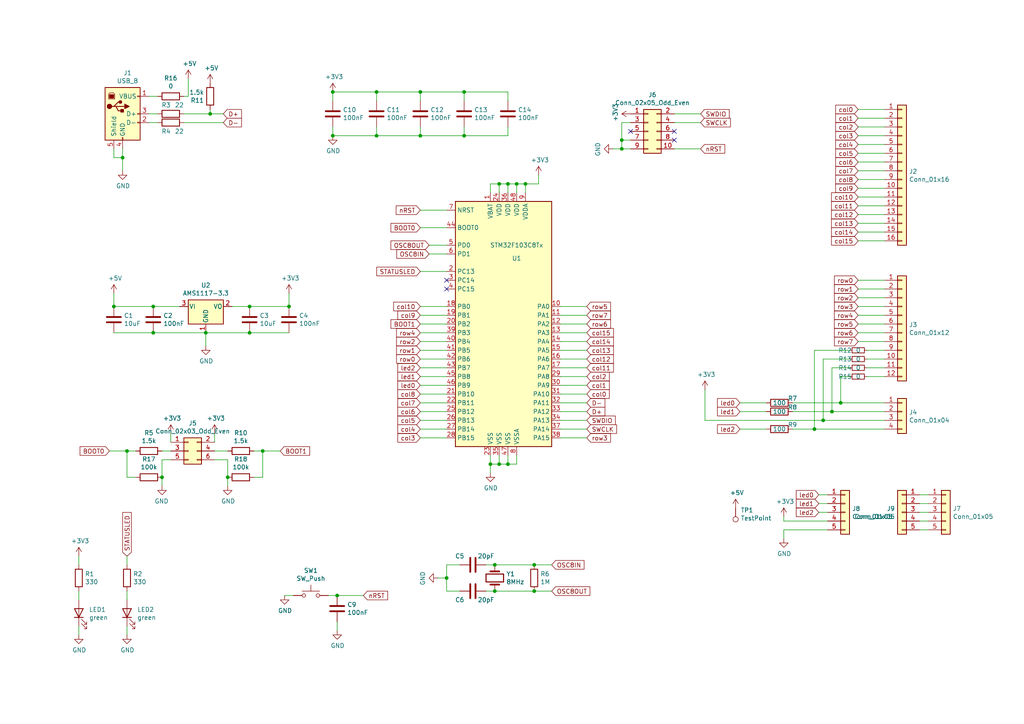
<source format=kicad_sch>
(kicad_sch (version 20211123) (generator eeschema)

  (uuid f63d75f8-6c39-4af0-b5b2-517da11e83a6)

  (paper "A4")

  (lib_symbols
    (symbol "Connector:TestPoint" (pin_numbers hide) (pin_names (offset 0.762) hide) (in_bom yes) (on_board yes)
      (property "Reference" "TP" (id 0) (at 0 6.858 0)
        (effects (font (size 1.27 1.27)))
      )
      (property "Value" "TestPoint" (id 1) (at 0 5.08 0)
        (effects (font (size 1.27 1.27)))
      )
      (property "Footprint" "" (id 2) (at 5.08 0 0)
        (effects (font (size 1.27 1.27)) hide)
      )
      (property "Datasheet" "~" (id 3) (at 5.08 0 0)
        (effects (font (size 1.27 1.27)) hide)
      )
      (property "ki_keywords" "test point tp" (id 4) (at 0 0 0)
        (effects (font (size 1.27 1.27)) hide)
      )
      (property "ki_description" "test point" (id 5) (at 0 0 0)
        (effects (font (size 1.27 1.27)) hide)
      )
      (property "ki_fp_filters" "Pin* Test*" (id 6) (at 0 0 0)
        (effects (font (size 1.27 1.27)) hide)
      )
      (symbol "TestPoint_0_1"
        (circle (center 0 3.302) (radius 0.762)
          (stroke (width 0) (type default) (color 0 0 0 0))
          (fill (type none))
        )
      )
      (symbol "TestPoint_1_1"
        (pin passive line (at 0 0 90) (length 2.54)
          (name "1" (effects (font (size 1.27 1.27))))
          (number "1" (effects (font (size 1.27 1.27))))
        )
      )
    )
    (symbol "Connector:USB_B" (pin_names (offset 1.016)) (in_bom yes) (on_board yes)
      (property "Reference" "J" (id 0) (at -5.08 11.43 0)
        (effects (font (size 1.27 1.27)) (justify left))
      )
      (property "Value" "USB_B" (id 1) (at -5.08 8.89 0)
        (effects (font (size 1.27 1.27)) (justify left))
      )
      (property "Footprint" "" (id 2) (at 3.81 -1.27 0)
        (effects (font (size 1.27 1.27)) hide)
      )
      (property "Datasheet" " ~" (id 3) (at 3.81 -1.27 0)
        (effects (font (size 1.27 1.27)) hide)
      )
      (property "ki_keywords" "connector USB" (id 4) (at 0 0 0)
        (effects (font (size 1.27 1.27)) hide)
      )
      (property "ki_description" "USB Type B connector" (id 5) (at 0 0 0)
        (effects (font (size 1.27 1.27)) hide)
      )
      (property "ki_fp_filters" "USB*" (id 6) (at 0 0 0)
        (effects (font (size 1.27 1.27)) hide)
      )
      (symbol "USB_B_0_1"
        (rectangle (start -5.08 -7.62) (end 5.08 7.62)
          (stroke (width 0.254) (type default) (color 0 0 0 0))
          (fill (type background))
        )
        (circle (center -3.81 2.159) (radius 0.635)
          (stroke (width 0.254) (type default) (color 0 0 0 0))
          (fill (type outline))
        )
        (rectangle (start -3.81 5.588) (end -2.54 4.572)
          (stroke (width 0) (type default) (color 0 0 0 0))
          (fill (type outline))
        )
        (circle (center -0.635 3.429) (radius 0.381)
          (stroke (width 0.254) (type default) (color 0 0 0 0))
          (fill (type outline))
        )
        (rectangle (start -0.127 -7.62) (end 0.127 -6.858)
          (stroke (width 0) (type default) (color 0 0 0 0))
          (fill (type none))
        )
        (polyline
          (pts
            (xy -1.905 2.159)
            (xy 0.635 2.159)
          )
          (stroke (width 0.254) (type default) (color 0 0 0 0))
          (fill (type none))
        )
        (polyline
          (pts
            (xy -3.175 2.159)
            (xy -2.54 2.159)
            (xy -1.27 3.429)
            (xy -0.635 3.429)
          )
          (stroke (width 0.254) (type default) (color 0 0 0 0))
          (fill (type none))
        )
        (polyline
          (pts
            (xy -2.54 2.159)
            (xy -1.905 2.159)
            (xy -1.27 0.889)
            (xy 0 0.889)
          )
          (stroke (width 0.254) (type default) (color 0 0 0 0))
          (fill (type none))
        )
        (polyline
          (pts
            (xy 0.635 2.794)
            (xy 0.635 1.524)
            (xy 1.905 2.159)
            (xy 0.635 2.794)
          )
          (stroke (width 0.254) (type default) (color 0 0 0 0))
          (fill (type outline))
        )
        (polyline
          (pts
            (xy -4.064 4.318)
            (xy -2.286 4.318)
            (xy -2.286 5.715)
            (xy -2.667 6.096)
            (xy -3.683 6.096)
            (xy -4.064 5.715)
            (xy -4.064 4.318)
          )
          (stroke (width 0) (type default) (color 0 0 0 0))
          (fill (type none))
        )
        (rectangle (start 0.254 1.27) (end -0.508 0.508)
          (stroke (width 0.254) (type default) (color 0 0 0 0))
          (fill (type outline))
        )
        (rectangle (start 5.08 -2.667) (end 4.318 -2.413)
          (stroke (width 0) (type default) (color 0 0 0 0))
          (fill (type none))
        )
        (rectangle (start 5.08 -0.127) (end 4.318 0.127)
          (stroke (width 0) (type default) (color 0 0 0 0))
          (fill (type none))
        )
        (rectangle (start 5.08 4.953) (end 4.318 5.207)
          (stroke (width 0) (type default) (color 0 0 0 0))
          (fill (type none))
        )
      )
      (symbol "USB_B_1_1"
        (pin power_out line (at 7.62 5.08 180) (length 2.54)
          (name "VBUS" (effects (font (size 1.27 1.27))))
          (number "1" (effects (font (size 1.27 1.27))))
        )
        (pin bidirectional line (at 7.62 -2.54 180) (length 2.54)
          (name "D-" (effects (font (size 1.27 1.27))))
          (number "2" (effects (font (size 1.27 1.27))))
        )
        (pin bidirectional line (at 7.62 0 180) (length 2.54)
          (name "D+" (effects (font (size 1.27 1.27))))
          (number "3" (effects (font (size 1.27 1.27))))
        )
        (pin power_out line (at 0 -10.16 90) (length 2.54)
          (name "GND" (effects (font (size 1.27 1.27))))
          (number "4" (effects (font (size 1.27 1.27))))
        )
        (pin passive line (at -2.54 -10.16 90) (length 2.54)
          (name "Shield" (effects (font (size 1.27 1.27))))
          (number "5" (effects (font (size 1.27 1.27))))
        )
      )
    )
    (symbol "Connector_Generic:Conn_01x04" (pin_names (offset 1.016) hide) (in_bom yes) (on_board yes)
      (property "Reference" "J" (id 0) (at 0 5.08 0)
        (effects (font (size 1.27 1.27)))
      )
      (property "Value" "Conn_01x04" (id 1) (at 0 -7.62 0)
        (effects (font (size 1.27 1.27)))
      )
      (property "Footprint" "" (id 2) (at 0 0 0)
        (effects (font (size 1.27 1.27)) hide)
      )
      (property "Datasheet" "~" (id 3) (at 0 0 0)
        (effects (font (size 1.27 1.27)) hide)
      )
      (property "ki_keywords" "connector" (id 4) (at 0 0 0)
        (effects (font (size 1.27 1.27)) hide)
      )
      (property "ki_description" "Generic connector, single row, 01x04, script generated (kicad-library-utils/schlib/autogen/connector/)" (id 5) (at 0 0 0)
        (effects (font (size 1.27 1.27)) hide)
      )
      (property "ki_fp_filters" "Connector*:*_1x??_*" (id 6) (at 0 0 0)
        (effects (font (size 1.27 1.27)) hide)
      )
      (symbol "Conn_01x04_1_1"
        (rectangle (start -1.27 -4.953) (end 0 -5.207)
          (stroke (width 0.1524) (type default) (color 0 0 0 0))
          (fill (type none))
        )
        (rectangle (start -1.27 -2.413) (end 0 -2.667)
          (stroke (width 0.1524) (type default) (color 0 0 0 0))
          (fill (type none))
        )
        (rectangle (start -1.27 0.127) (end 0 -0.127)
          (stroke (width 0.1524) (type default) (color 0 0 0 0))
          (fill (type none))
        )
        (rectangle (start -1.27 2.667) (end 0 2.413)
          (stroke (width 0.1524) (type default) (color 0 0 0 0))
          (fill (type none))
        )
        (rectangle (start -1.27 3.81) (end 1.27 -6.35)
          (stroke (width 0.254) (type default) (color 0 0 0 0))
          (fill (type background))
        )
        (pin passive line (at -5.08 2.54 0) (length 3.81)
          (name "Pin_1" (effects (font (size 1.27 1.27))))
          (number "1" (effects (font (size 1.27 1.27))))
        )
        (pin passive line (at -5.08 0 0) (length 3.81)
          (name "Pin_2" (effects (font (size 1.27 1.27))))
          (number "2" (effects (font (size 1.27 1.27))))
        )
        (pin passive line (at -5.08 -2.54 0) (length 3.81)
          (name "Pin_3" (effects (font (size 1.27 1.27))))
          (number "3" (effects (font (size 1.27 1.27))))
        )
        (pin passive line (at -5.08 -5.08 0) (length 3.81)
          (name "Pin_4" (effects (font (size 1.27 1.27))))
          (number "4" (effects (font (size 1.27 1.27))))
        )
      )
    )
    (symbol "Connector_Generic:Conn_01x05" (pin_names (offset 1.016) hide) (in_bom yes) (on_board yes)
      (property "Reference" "J" (id 0) (at 0 7.62 0)
        (effects (font (size 1.27 1.27)))
      )
      (property "Value" "Conn_01x05" (id 1) (at 0 -7.62 0)
        (effects (font (size 1.27 1.27)))
      )
      (property "Footprint" "" (id 2) (at 0 0 0)
        (effects (font (size 1.27 1.27)) hide)
      )
      (property "Datasheet" "~" (id 3) (at 0 0 0)
        (effects (font (size 1.27 1.27)) hide)
      )
      (property "ki_keywords" "connector" (id 4) (at 0 0 0)
        (effects (font (size 1.27 1.27)) hide)
      )
      (property "ki_description" "Generic connector, single row, 01x05, script generated (kicad-library-utils/schlib/autogen/connector/)" (id 5) (at 0 0 0)
        (effects (font (size 1.27 1.27)) hide)
      )
      (property "ki_fp_filters" "Connector*:*_1x??_*" (id 6) (at 0 0 0)
        (effects (font (size 1.27 1.27)) hide)
      )
      (symbol "Conn_01x05_1_1"
        (rectangle (start -1.27 -4.953) (end 0 -5.207)
          (stroke (width 0.1524) (type default) (color 0 0 0 0))
          (fill (type none))
        )
        (rectangle (start -1.27 -2.413) (end 0 -2.667)
          (stroke (width 0.1524) (type default) (color 0 0 0 0))
          (fill (type none))
        )
        (rectangle (start -1.27 0.127) (end 0 -0.127)
          (stroke (width 0.1524) (type default) (color 0 0 0 0))
          (fill (type none))
        )
        (rectangle (start -1.27 2.667) (end 0 2.413)
          (stroke (width 0.1524) (type default) (color 0 0 0 0))
          (fill (type none))
        )
        (rectangle (start -1.27 5.207) (end 0 4.953)
          (stroke (width 0.1524) (type default) (color 0 0 0 0))
          (fill (type none))
        )
        (rectangle (start -1.27 6.35) (end 1.27 -6.35)
          (stroke (width 0.254) (type default) (color 0 0 0 0))
          (fill (type background))
        )
        (pin passive line (at -5.08 5.08 0) (length 3.81)
          (name "Pin_1" (effects (font (size 1.27 1.27))))
          (number "1" (effects (font (size 1.27 1.27))))
        )
        (pin passive line (at -5.08 2.54 0) (length 3.81)
          (name "Pin_2" (effects (font (size 1.27 1.27))))
          (number "2" (effects (font (size 1.27 1.27))))
        )
        (pin passive line (at -5.08 0 0) (length 3.81)
          (name "Pin_3" (effects (font (size 1.27 1.27))))
          (number "3" (effects (font (size 1.27 1.27))))
        )
        (pin passive line (at -5.08 -2.54 0) (length 3.81)
          (name "Pin_4" (effects (font (size 1.27 1.27))))
          (number "4" (effects (font (size 1.27 1.27))))
        )
        (pin passive line (at -5.08 -5.08 0) (length 3.81)
          (name "Pin_5" (effects (font (size 1.27 1.27))))
          (number "5" (effects (font (size 1.27 1.27))))
        )
      )
    )
    (symbol "Connector_Generic:Conn_01x12" (pin_names (offset 1.016) hide) (in_bom yes) (on_board yes)
      (property "Reference" "J" (id 0) (at 0 15.24 0)
        (effects (font (size 1.27 1.27)))
      )
      (property "Value" "Conn_01x12" (id 1) (at 0 -17.78 0)
        (effects (font (size 1.27 1.27)))
      )
      (property "Footprint" "" (id 2) (at 0 0 0)
        (effects (font (size 1.27 1.27)) hide)
      )
      (property "Datasheet" "~" (id 3) (at 0 0 0)
        (effects (font (size 1.27 1.27)) hide)
      )
      (property "ki_keywords" "connector" (id 4) (at 0 0 0)
        (effects (font (size 1.27 1.27)) hide)
      )
      (property "ki_description" "Generic connector, single row, 01x12, script generated (kicad-library-utils/schlib/autogen/connector/)" (id 5) (at 0 0 0)
        (effects (font (size 1.27 1.27)) hide)
      )
      (property "ki_fp_filters" "Connector*:*_1x??_*" (id 6) (at 0 0 0)
        (effects (font (size 1.27 1.27)) hide)
      )
      (symbol "Conn_01x12_1_1"
        (rectangle (start -1.27 -15.113) (end 0 -15.367)
          (stroke (width 0.1524) (type default) (color 0 0 0 0))
          (fill (type none))
        )
        (rectangle (start -1.27 -12.573) (end 0 -12.827)
          (stroke (width 0.1524) (type default) (color 0 0 0 0))
          (fill (type none))
        )
        (rectangle (start -1.27 -10.033) (end 0 -10.287)
          (stroke (width 0.1524) (type default) (color 0 0 0 0))
          (fill (type none))
        )
        (rectangle (start -1.27 -7.493) (end 0 -7.747)
          (stroke (width 0.1524) (type default) (color 0 0 0 0))
          (fill (type none))
        )
        (rectangle (start -1.27 -4.953) (end 0 -5.207)
          (stroke (width 0.1524) (type default) (color 0 0 0 0))
          (fill (type none))
        )
        (rectangle (start -1.27 -2.413) (end 0 -2.667)
          (stroke (width 0.1524) (type default) (color 0 0 0 0))
          (fill (type none))
        )
        (rectangle (start -1.27 0.127) (end 0 -0.127)
          (stroke (width 0.1524) (type default) (color 0 0 0 0))
          (fill (type none))
        )
        (rectangle (start -1.27 2.667) (end 0 2.413)
          (stroke (width 0.1524) (type default) (color 0 0 0 0))
          (fill (type none))
        )
        (rectangle (start -1.27 5.207) (end 0 4.953)
          (stroke (width 0.1524) (type default) (color 0 0 0 0))
          (fill (type none))
        )
        (rectangle (start -1.27 7.747) (end 0 7.493)
          (stroke (width 0.1524) (type default) (color 0 0 0 0))
          (fill (type none))
        )
        (rectangle (start -1.27 10.287) (end 0 10.033)
          (stroke (width 0.1524) (type default) (color 0 0 0 0))
          (fill (type none))
        )
        (rectangle (start -1.27 12.827) (end 0 12.573)
          (stroke (width 0.1524) (type default) (color 0 0 0 0))
          (fill (type none))
        )
        (rectangle (start -1.27 13.97) (end 1.27 -16.51)
          (stroke (width 0.254) (type default) (color 0 0 0 0))
          (fill (type background))
        )
        (pin passive line (at -5.08 12.7 0) (length 3.81)
          (name "Pin_1" (effects (font (size 1.27 1.27))))
          (number "1" (effects (font (size 1.27 1.27))))
        )
        (pin passive line (at -5.08 -10.16 0) (length 3.81)
          (name "Pin_10" (effects (font (size 1.27 1.27))))
          (number "10" (effects (font (size 1.27 1.27))))
        )
        (pin passive line (at -5.08 -12.7 0) (length 3.81)
          (name "Pin_11" (effects (font (size 1.27 1.27))))
          (number "11" (effects (font (size 1.27 1.27))))
        )
        (pin passive line (at -5.08 -15.24 0) (length 3.81)
          (name "Pin_12" (effects (font (size 1.27 1.27))))
          (number "12" (effects (font (size 1.27 1.27))))
        )
        (pin passive line (at -5.08 10.16 0) (length 3.81)
          (name "Pin_2" (effects (font (size 1.27 1.27))))
          (number "2" (effects (font (size 1.27 1.27))))
        )
        (pin passive line (at -5.08 7.62 0) (length 3.81)
          (name "Pin_3" (effects (font (size 1.27 1.27))))
          (number "3" (effects (font (size 1.27 1.27))))
        )
        (pin passive line (at -5.08 5.08 0) (length 3.81)
          (name "Pin_4" (effects (font (size 1.27 1.27))))
          (number "4" (effects (font (size 1.27 1.27))))
        )
        (pin passive line (at -5.08 2.54 0) (length 3.81)
          (name "Pin_5" (effects (font (size 1.27 1.27))))
          (number "5" (effects (font (size 1.27 1.27))))
        )
        (pin passive line (at -5.08 0 0) (length 3.81)
          (name "Pin_6" (effects (font (size 1.27 1.27))))
          (number "6" (effects (font (size 1.27 1.27))))
        )
        (pin passive line (at -5.08 -2.54 0) (length 3.81)
          (name "Pin_7" (effects (font (size 1.27 1.27))))
          (number "7" (effects (font (size 1.27 1.27))))
        )
        (pin passive line (at -5.08 -5.08 0) (length 3.81)
          (name "Pin_8" (effects (font (size 1.27 1.27))))
          (number "8" (effects (font (size 1.27 1.27))))
        )
        (pin passive line (at -5.08 -7.62 0) (length 3.81)
          (name "Pin_9" (effects (font (size 1.27 1.27))))
          (number "9" (effects (font (size 1.27 1.27))))
        )
      )
    )
    (symbol "Connector_Generic:Conn_01x16" (pin_names (offset 1.016) hide) (in_bom yes) (on_board yes)
      (property "Reference" "J" (id 0) (at 0 20.32 0)
        (effects (font (size 1.27 1.27)))
      )
      (property "Value" "Conn_01x16" (id 1) (at 0 -22.86 0)
        (effects (font (size 1.27 1.27)))
      )
      (property "Footprint" "" (id 2) (at 0 0 0)
        (effects (font (size 1.27 1.27)) hide)
      )
      (property "Datasheet" "~" (id 3) (at 0 0 0)
        (effects (font (size 1.27 1.27)) hide)
      )
      (property "ki_keywords" "connector" (id 4) (at 0 0 0)
        (effects (font (size 1.27 1.27)) hide)
      )
      (property "ki_description" "Generic connector, single row, 01x16, script generated (kicad-library-utils/schlib/autogen/connector/)" (id 5) (at 0 0 0)
        (effects (font (size 1.27 1.27)) hide)
      )
      (property "ki_fp_filters" "Connector*:*_1x??_*" (id 6) (at 0 0 0)
        (effects (font (size 1.27 1.27)) hide)
      )
      (symbol "Conn_01x16_1_1"
        (rectangle (start -1.27 -20.193) (end 0 -20.447)
          (stroke (width 0.1524) (type default) (color 0 0 0 0))
          (fill (type none))
        )
        (rectangle (start -1.27 -17.653) (end 0 -17.907)
          (stroke (width 0.1524) (type default) (color 0 0 0 0))
          (fill (type none))
        )
        (rectangle (start -1.27 -15.113) (end 0 -15.367)
          (stroke (width 0.1524) (type default) (color 0 0 0 0))
          (fill (type none))
        )
        (rectangle (start -1.27 -12.573) (end 0 -12.827)
          (stroke (width 0.1524) (type default) (color 0 0 0 0))
          (fill (type none))
        )
        (rectangle (start -1.27 -10.033) (end 0 -10.287)
          (stroke (width 0.1524) (type default) (color 0 0 0 0))
          (fill (type none))
        )
        (rectangle (start -1.27 -7.493) (end 0 -7.747)
          (stroke (width 0.1524) (type default) (color 0 0 0 0))
          (fill (type none))
        )
        (rectangle (start -1.27 -4.953) (end 0 -5.207)
          (stroke (width 0.1524) (type default) (color 0 0 0 0))
          (fill (type none))
        )
        (rectangle (start -1.27 -2.413) (end 0 -2.667)
          (stroke (width 0.1524) (type default) (color 0 0 0 0))
          (fill (type none))
        )
        (rectangle (start -1.27 0.127) (end 0 -0.127)
          (stroke (width 0.1524) (type default) (color 0 0 0 0))
          (fill (type none))
        )
        (rectangle (start -1.27 2.667) (end 0 2.413)
          (stroke (width 0.1524) (type default) (color 0 0 0 0))
          (fill (type none))
        )
        (rectangle (start -1.27 5.207) (end 0 4.953)
          (stroke (width 0.1524) (type default) (color 0 0 0 0))
          (fill (type none))
        )
        (rectangle (start -1.27 7.747) (end 0 7.493)
          (stroke (width 0.1524) (type default) (color 0 0 0 0))
          (fill (type none))
        )
        (rectangle (start -1.27 10.287) (end 0 10.033)
          (stroke (width 0.1524) (type default) (color 0 0 0 0))
          (fill (type none))
        )
        (rectangle (start -1.27 12.827) (end 0 12.573)
          (stroke (width 0.1524) (type default) (color 0 0 0 0))
          (fill (type none))
        )
        (rectangle (start -1.27 15.367) (end 0 15.113)
          (stroke (width 0.1524) (type default) (color 0 0 0 0))
          (fill (type none))
        )
        (rectangle (start -1.27 17.907) (end 0 17.653)
          (stroke (width 0.1524) (type default) (color 0 0 0 0))
          (fill (type none))
        )
        (rectangle (start -1.27 19.05) (end 1.27 -21.59)
          (stroke (width 0.254) (type default) (color 0 0 0 0))
          (fill (type background))
        )
        (pin passive line (at -5.08 17.78 0) (length 3.81)
          (name "Pin_1" (effects (font (size 1.27 1.27))))
          (number "1" (effects (font (size 1.27 1.27))))
        )
        (pin passive line (at -5.08 -5.08 0) (length 3.81)
          (name "Pin_10" (effects (font (size 1.27 1.27))))
          (number "10" (effects (font (size 1.27 1.27))))
        )
        (pin passive line (at -5.08 -7.62 0) (length 3.81)
          (name "Pin_11" (effects (font (size 1.27 1.27))))
          (number "11" (effects (font (size 1.27 1.27))))
        )
        (pin passive line (at -5.08 -10.16 0) (length 3.81)
          (name "Pin_12" (effects (font (size 1.27 1.27))))
          (number "12" (effects (font (size 1.27 1.27))))
        )
        (pin passive line (at -5.08 -12.7 0) (length 3.81)
          (name "Pin_13" (effects (font (size 1.27 1.27))))
          (number "13" (effects (font (size 1.27 1.27))))
        )
        (pin passive line (at -5.08 -15.24 0) (length 3.81)
          (name "Pin_14" (effects (font (size 1.27 1.27))))
          (number "14" (effects (font (size 1.27 1.27))))
        )
        (pin passive line (at -5.08 -17.78 0) (length 3.81)
          (name "Pin_15" (effects (font (size 1.27 1.27))))
          (number "15" (effects (font (size 1.27 1.27))))
        )
        (pin passive line (at -5.08 -20.32 0) (length 3.81)
          (name "Pin_16" (effects (font (size 1.27 1.27))))
          (number "16" (effects (font (size 1.27 1.27))))
        )
        (pin passive line (at -5.08 15.24 0) (length 3.81)
          (name "Pin_2" (effects (font (size 1.27 1.27))))
          (number "2" (effects (font (size 1.27 1.27))))
        )
        (pin passive line (at -5.08 12.7 0) (length 3.81)
          (name "Pin_3" (effects (font (size 1.27 1.27))))
          (number "3" (effects (font (size 1.27 1.27))))
        )
        (pin passive line (at -5.08 10.16 0) (length 3.81)
          (name "Pin_4" (effects (font (size 1.27 1.27))))
          (number "4" (effects (font (size 1.27 1.27))))
        )
        (pin passive line (at -5.08 7.62 0) (length 3.81)
          (name "Pin_5" (effects (font (size 1.27 1.27))))
          (number "5" (effects (font (size 1.27 1.27))))
        )
        (pin passive line (at -5.08 5.08 0) (length 3.81)
          (name "Pin_6" (effects (font (size 1.27 1.27))))
          (number "6" (effects (font (size 1.27 1.27))))
        )
        (pin passive line (at -5.08 2.54 0) (length 3.81)
          (name "Pin_7" (effects (font (size 1.27 1.27))))
          (number "7" (effects (font (size 1.27 1.27))))
        )
        (pin passive line (at -5.08 0 0) (length 3.81)
          (name "Pin_8" (effects (font (size 1.27 1.27))))
          (number "8" (effects (font (size 1.27 1.27))))
        )
        (pin passive line (at -5.08 -2.54 0) (length 3.81)
          (name "Pin_9" (effects (font (size 1.27 1.27))))
          (number "9" (effects (font (size 1.27 1.27))))
        )
      )
    )
    (symbol "Connector_Generic:Conn_02x03_Odd_Even" (pin_names (offset 1.016) hide) (in_bom yes) (on_board yes)
      (property "Reference" "J" (id 0) (at 1.27 5.08 0)
        (effects (font (size 1.27 1.27)))
      )
      (property "Value" "Conn_02x03_Odd_Even" (id 1) (at 1.27 -5.08 0)
        (effects (font (size 1.27 1.27)))
      )
      (property "Footprint" "" (id 2) (at 0 0 0)
        (effects (font (size 1.27 1.27)) hide)
      )
      (property "Datasheet" "~" (id 3) (at 0 0 0)
        (effects (font (size 1.27 1.27)) hide)
      )
      (property "ki_keywords" "connector" (id 4) (at 0 0 0)
        (effects (font (size 1.27 1.27)) hide)
      )
      (property "ki_description" "Generic connector, double row, 02x03, odd/even pin numbering scheme (row 1 odd numbers, row 2 even numbers), script generated (kicad-library-utils/schlib/autogen/connector/)" (id 5) (at 0 0 0)
        (effects (font (size 1.27 1.27)) hide)
      )
      (property "ki_fp_filters" "Connector*:*_2x??_*" (id 6) (at 0 0 0)
        (effects (font (size 1.27 1.27)) hide)
      )
      (symbol "Conn_02x03_Odd_Even_1_1"
        (rectangle (start -1.27 -2.413) (end 0 -2.667)
          (stroke (width 0.1524) (type default) (color 0 0 0 0))
          (fill (type none))
        )
        (rectangle (start -1.27 0.127) (end 0 -0.127)
          (stroke (width 0.1524) (type default) (color 0 0 0 0))
          (fill (type none))
        )
        (rectangle (start -1.27 2.667) (end 0 2.413)
          (stroke (width 0.1524) (type default) (color 0 0 0 0))
          (fill (type none))
        )
        (rectangle (start -1.27 3.81) (end 3.81 -3.81)
          (stroke (width 0.254) (type default) (color 0 0 0 0))
          (fill (type background))
        )
        (rectangle (start 3.81 -2.413) (end 2.54 -2.667)
          (stroke (width 0.1524) (type default) (color 0 0 0 0))
          (fill (type none))
        )
        (rectangle (start 3.81 0.127) (end 2.54 -0.127)
          (stroke (width 0.1524) (type default) (color 0 0 0 0))
          (fill (type none))
        )
        (rectangle (start 3.81 2.667) (end 2.54 2.413)
          (stroke (width 0.1524) (type default) (color 0 0 0 0))
          (fill (type none))
        )
        (pin passive line (at -5.08 2.54 0) (length 3.81)
          (name "Pin_1" (effects (font (size 1.27 1.27))))
          (number "1" (effects (font (size 1.27 1.27))))
        )
        (pin passive line (at 7.62 2.54 180) (length 3.81)
          (name "Pin_2" (effects (font (size 1.27 1.27))))
          (number "2" (effects (font (size 1.27 1.27))))
        )
        (pin passive line (at -5.08 0 0) (length 3.81)
          (name "Pin_3" (effects (font (size 1.27 1.27))))
          (number "3" (effects (font (size 1.27 1.27))))
        )
        (pin passive line (at 7.62 0 180) (length 3.81)
          (name "Pin_4" (effects (font (size 1.27 1.27))))
          (number "4" (effects (font (size 1.27 1.27))))
        )
        (pin passive line (at -5.08 -2.54 0) (length 3.81)
          (name "Pin_5" (effects (font (size 1.27 1.27))))
          (number "5" (effects (font (size 1.27 1.27))))
        )
        (pin passive line (at 7.62 -2.54 180) (length 3.81)
          (name "Pin_6" (effects (font (size 1.27 1.27))))
          (number "6" (effects (font (size 1.27 1.27))))
        )
      )
    )
    (symbol "Connector_Generic:Conn_02x05_Odd_Even" (pin_names (offset 1.016) hide) (in_bom yes) (on_board yes)
      (property "Reference" "J" (id 0) (at 1.27 7.62 0)
        (effects (font (size 1.27 1.27)))
      )
      (property "Value" "Conn_02x05_Odd_Even" (id 1) (at 1.27 -7.62 0)
        (effects (font (size 1.27 1.27)))
      )
      (property "Footprint" "" (id 2) (at 0 0 0)
        (effects (font (size 1.27 1.27)) hide)
      )
      (property "Datasheet" "~" (id 3) (at 0 0 0)
        (effects (font (size 1.27 1.27)) hide)
      )
      (property "ki_keywords" "connector" (id 4) (at 0 0 0)
        (effects (font (size 1.27 1.27)) hide)
      )
      (property "ki_description" "Generic connector, double row, 02x05, odd/even pin numbering scheme (row 1 odd numbers, row 2 even numbers), script generated (kicad-library-utils/schlib/autogen/connector/)" (id 5) (at 0 0 0)
        (effects (font (size 1.27 1.27)) hide)
      )
      (property "ki_fp_filters" "Connector*:*_2x??_*" (id 6) (at 0 0 0)
        (effects (font (size 1.27 1.27)) hide)
      )
      (symbol "Conn_02x05_Odd_Even_1_1"
        (rectangle (start -1.27 -4.953) (end 0 -5.207)
          (stroke (width 0.1524) (type default) (color 0 0 0 0))
          (fill (type none))
        )
        (rectangle (start -1.27 -2.413) (end 0 -2.667)
          (stroke (width 0.1524) (type default) (color 0 0 0 0))
          (fill (type none))
        )
        (rectangle (start -1.27 0.127) (end 0 -0.127)
          (stroke (width 0.1524) (type default) (color 0 0 0 0))
          (fill (type none))
        )
        (rectangle (start -1.27 2.667) (end 0 2.413)
          (stroke (width 0.1524) (type default) (color 0 0 0 0))
          (fill (type none))
        )
        (rectangle (start -1.27 5.207) (end 0 4.953)
          (stroke (width 0.1524) (type default) (color 0 0 0 0))
          (fill (type none))
        )
        (rectangle (start -1.27 6.35) (end 3.81 -6.35)
          (stroke (width 0.254) (type default) (color 0 0 0 0))
          (fill (type background))
        )
        (rectangle (start 3.81 -4.953) (end 2.54 -5.207)
          (stroke (width 0.1524) (type default) (color 0 0 0 0))
          (fill (type none))
        )
        (rectangle (start 3.81 -2.413) (end 2.54 -2.667)
          (stroke (width 0.1524) (type default) (color 0 0 0 0))
          (fill (type none))
        )
        (rectangle (start 3.81 0.127) (end 2.54 -0.127)
          (stroke (width 0.1524) (type default) (color 0 0 0 0))
          (fill (type none))
        )
        (rectangle (start 3.81 2.667) (end 2.54 2.413)
          (stroke (width 0.1524) (type default) (color 0 0 0 0))
          (fill (type none))
        )
        (rectangle (start 3.81 5.207) (end 2.54 4.953)
          (stroke (width 0.1524) (type default) (color 0 0 0 0))
          (fill (type none))
        )
        (pin passive line (at -5.08 5.08 0) (length 3.81)
          (name "Pin_1" (effects (font (size 1.27 1.27))))
          (number "1" (effects (font (size 1.27 1.27))))
        )
        (pin passive line (at 7.62 -5.08 180) (length 3.81)
          (name "Pin_10" (effects (font (size 1.27 1.27))))
          (number "10" (effects (font (size 1.27 1.27))))
        )
        (pin passive line (at 7.62 5.08 180) (length 3.81)
          (name "Pin_2" (effects (font (size 1.27 1.27))))
          (number "2" (effects (font (size 1.27 1.27))))
        )
        (pin passive line (at -5.08 2.54 0) (length 3.81)
          (name "Pin_3" (effects (font (size 1.27 1.27))))
          (number "3" (effects (font (size 1.27 1.27))))
        )
        (pin passive line (at 7.62 2.54 180) (length 3.81)
          (name "Pin_4" (effects (font (size 1.27 1.27))))
          (number "4" (effects (font (size 1.27 1.27))))
        )
        (pin passive line (at -5.08 0 0) (length 3.81)
          (name "Pin_5" (effects (font (size 1.27 1.27))))
          (number "5" (effects (font (size 1.27 1.27))))
        )
        (pin passive line (at 7.62 0 180) (length 3.81)
          (name "Pin_6" (effects (font (size 1.27 1.27))))
          (number "6" (effects (font (size 1.27 1.27))))
        )
        (pin passive line (at -5.08 -2.54 0) (length 3.81)
          (name "Pin_7" (effects (font (size 1.27 1.27))))
          (number "7" (effects (font (size 1.27 1.27))))
        )
        (pin passive line (at 7.62 -2.54 180) (length 3.81)
          (name "Pin_8" (effects (font (size 1.27 1.27))))
          (number "8" (effects (font (size 1.27 1.27))))
        )
        (pin passive line (at -5.08 -5.08 0) (length 3.81)
          (name "Pin_9" (effects (font (size 1.27 1.27))))
          (number "9" (effects (font (size 1.27 1.27))))
        )
      )
    )
    (symbol "Device:C" (pin_numbers hide) (pin_names (offset 0.254)) (in_bom yes) (on_board yes)
      (property "Reference" "C" (id 0) (at 0.635 2.54 0)
        (effects (font (size 1.27 1.27)) (justify left))
      )
      (property "Value" "C" (id 1) (at 0.635 -2.54 0)
        (effects (font (size 1.27 1.27)) (justify left))
      )
      (property "Footprint" "" (id 2) (at 0.9652 -3.81 0)
        (effects (font (size 1.27 1.27)) hide)
      )
      (property "Datasheet" "~" (id 3) (at 0 0 0)
        (effects (font (size 1.27 1.27)) hide)
      )
      (property "ki_keywords" "cap capacitor" (id 4) (at 0 0 0)
        (effects (font (size 1.27 1.27)) hide)
      )
      (property "ki_description" "Unpolarized capacitor" (id 5) (at 0 0 0)
        (effects (font (size 1.27 1.27)) hide)
      )
      (property "ki_fp_filters" "C_*" (id 6) (at 0 0 0)
        (effects (font (size 1.27 1.27)) hide)
      )
      (symbol "C_0_1"
        (polyline
          (pts
            (xy -2.032 -0.762)
            (xy 2.032 -0.762)
          )
          (stroke (width 0.508) (type default) (color 0 0 0 0))
          (fill (type none))
        )
        (polyline
          (pts
            (xy -2.032 0.762)
            (xy 2.032 0.762)
          )
          (stroke (width 0.508) (type default) (color 0 0 0 0))
          (fill (type none))
        )
      )
      (symbol "C_1_1"
        (pin passive line (at 0 3.81 270) (length 2.794)
          (name "~" (effects (font (size 1.27 1.27))))
          (number "1" (effects (font (size 1.27 1.27))))
        )
        (pin passive line (at 0 -3.81 90) (length 2.794)
          (name "~" (effects (font (size 1.27 1.27))))
          (number "2" (effects (font (size 1.27 1.27))))
        )
      )
    )
    (symbol "Device:Crystal" (pin_numbers hide) (pin_names (offset 1.016) hide) (in_bom yes) (on_board yes)
      (property "Reference" "Y" (id 0) (at 0 3.81 0)
        (effects (font (size 1.27 1.27)))
      )
      (property "Value" "Crystal" (id 1) (at 0 -3.81 0)
        (effects (font (size 1.27 1.27)))
      )
      (property "Footprint" "" (id 2) (at 0 0 0)
        (effects (font (size 1.27 1.27)) hide)
      )
      (property "Datasheet" "~" (id 3) (at 0 0 0)
        (effects (font (size 1.27 1.27)) hide)
      )
      (property "ki_keywords" "quartz ceramic resonator oscillator" (id 4) (at 0 0 0)
        (effects (font (size 1.27 1.27)) hide)
      )
      (property "ki_description" "Two pin crystal" (id 5) (at 0 0 0)
        (effects (font (size 1.27 1.27)) hide)
      )
      (property "ki_fp_filters" "Crystal*" (id 6) (at 0 0 0)
        (effects (font (size 1.27 1.27)) hide)
      )
      (symbol "Crystal_0_1"
        (rectangle (start -1.143 2.54) (end 1.143 -2.54)
          (stroke (width 0.3048) (type default) (color 0 0 0 0))
          (fill (type none))
        )
        (polyline
          (pts
            (xy -2.54 0)
            (xy -1.905 0)
          )
          (stroke (width 0) (type default) (color 0 0 0 0))
          (fill (type none))
        )
        (polyline
          (pts
            (xy -1.905 -1.27)
            (xy -1.905 1.27)
          )
          (stroke (width 0.508) (type default) (color 0 0 0 0))
          (fill (type none))
        )
        (polyline
          (pts
            (xy 1.905 -1.27)
            (xy 1.905 1.27)
          )
          (stroke (width 0.508) (type default) (color 0 0 0 0))
          (fill (type none))
        )
        (polyline
          (pts
            (xy 2.54 0)
            (xy 1.905 0)
          )
          (stroke (width 0) (type default) (color 0 0 0 0))
          (fill (type none))
        )
      )
      (symbol "Crystal_1_1"
        (pin passive line (at -3.81 0 0) (length 1.27)
          (name "1" (effects (font (size 1.27 1.27))))
          (number "1" (effects (font (size 1.27 1.27))))
        )
        (pin passive line (at 3.81 0 180) (length 1.27)
          (name "2" (effects (font (size 1.27 1.27))))
          (number "2" (effects (font (size 1.27 1.27))))
        )
      )
    )
    (symbol "Device:LED" (pin_numbers hide) (pin_names (offset 1.016) hide) (in_bom yes) (on_board yes)
      (property "Reference" "D" (id 0) (at 0 2.54 0)
        (effects (font (size 1.27 1.27)))
      )
      (property "Value" "LED" (id 1) (at 0 -2.54 0)
        (effects (font (size 1.27 1.27)))
      )
      (property "Footprint" "" (id 2) (at 0 0 0)
        (effects (font (size 1.27 1.27)) hide)
      )
      (property "Datasheet" "~" (id 3) (at 0 0 0)
        (effects (font (size 1.27 1.27)) hide)
      )
      (property "ki_keywords" "LED diode" (id 4) (at 0 0 0)
        (effects (font (size 1.27 1.27)) hide)
      )
      (property "ki_description" "Light emitting diode" (id 5) (at 0 0 0)
        (effects (font (size 1.27 1.27)) hide)
      )
      (property "ki_fp_filters" "LED* LED_SMD:* LED_THT:*" (id 6) (at 0 0 0)
        (effects (font (size 1.27 1.27)) hide)
      )
      (symbol "LED_0_1"
        (polyline
          (pts
            (xy -1.27 -1.27)
            (xy -1.27 1.27)
          )
          (stroke (width 0.254) (type default) (color 0 0 0 0))
          (fill (type none))
        )
        (polyline
          (pts
            (xy -1.27 0)
            (xy 1.27 0)
          )
          (stroke (width 0) (type default) (color 0 0 0 0))
          (fill (type none))
        )
        (polyline
          (pts
            (xy 1.27 -1.27)
            (xy 1.27 1.27)
            (xy -1.27 0)
            (xy 1.27 -1.27)
          )
          (stroke (width 0.254) (type default) (color 0 0 0 0))
          (fill (type none))
        )
        (polyline
          (pts
            (xy -3.048 -0.762)
            (xy -4.572 -2.286)
            (xy -3.81 -2.286)
            (xy -4.572 -2.286)
            (xy -4.572 -1.524)
          )
          (stroke (width 0) (type default) (color 0 0 0 0))
          (fill (type none))
        )
        (polyline
          (pts
            (xy -1.778 -0.762)
            (xy -3.302 -2.286)
            (xy -2.54 -2.286)
            (xy -3.302 -2.286)
            (xy -3.302 -1.524)
          )
          (stroke (width 0) (type default) (color 0 0 0 0))
          (fill (type none))
        )
      )
      (symbol "LED_1_1"
        (pin passive line (at -3.81 0 0) (length 2.54)
          (name "K" (effects (font (size 1.27 1.27))))
          (number "1" (effects (font (size 1.27 1.27))))
        )
        (pin passive line (at 3.81 0 180) (length 2.54)
          (name "A" (effects (font (size 1.27 1.27))))
          (number "2" (effects (font (size 1.27 1.27))))
        )
      )
    )
    (symbol "Device:R" (pin_numbers hide) (pin_names (offset 0)) (in_bom yes) (on_board yes)
      (property "Reference" "R" (id 0) (at 2.032 0 90)
        (effects (font (size 1.27 1.27)))
      )
      (property "Value" "R" (id 1) (at 0 0 90)
        (effects (font (size 1.27 1.27)))
      )
      (property "Footprint" "" (id 2) (at -1.778 0 90)
        (effects (font (size 1.27 1.27)) hide)
      )
      (property "Datasheet" "~" (id 3) (at 0 0 0)
        (effects (font (size 1.27 1.27)) hide)
      )
      (property "ki_keywords" "R res resistor" (id 4) (at 0 0 0)
        (effects (font (size 1.27 1.27)) hide)
      )
      (property "ki_description" "Resistor" (id 5) (at 0 0 0)
        (effects (font (size 1.27 1.27)) hide)
      )
      (property "ki_fp_filters" "R_*" (id 6) (at 0 0 0)
        (effects (font (size 1.27 1.27)) hide)
      )
      (symbol "R_0_1"
        (rectangle (start -1.016 -2.54) (end 1.016 2.54)
          (stroke (width 0.254) (type default) (color 0 0 0 0))
          (fill (type none))
        )
      )
      (symbol "R_1_1"
        (pin passive line (at 0 3.81 270) (length 1.27)
          (name "~" (effects (font (size 1.27 1.27))))
          (number "1" (effects (font (size 1.27 1.27))))
        )
        (pin passive line (at 0 -3.81 90) (length 1.27)
          (name "~" (effects (font (size 1.27 1.27))))
          (number "2" (effects (font (size 1.27 1.27))))
        )
      )
    )
    (symbol "Device:R_Small" (pin_numbers hide) (pin_names (offset 0.254) hide) (in_bom yes) (on_board yes)
      (property "Reference" "R" (id 0) (at 0.762 0.508 0)
        (effects (font (size 1.27 1.27)) (justify left))
      )
      (property "Value" "R_Small" (id 1) (at 0.762 -1.016 0)
        (effects (font (size 1.27 1.27)) (justify left))
      )
      (property "Footprint" "" (id 2) (at 0 0 0)
        (effects (font (size 1.27 1.27)) hide)
      )
      (property "Datasheet" "~" (id 3) (at 0 0 0)
        (effects (font (size 1.27 1.27)) hide)
      )
      (property "ki_keywords" "R resistor" (id 4) (at 0 0 0)
        (effects (font (size 1.27 1.27)) hide)
      )
      (property "ki_description" "Resistor, small symbol" (id 5) (at 0 0 0)
        (effects (font (size 1.27 1.27)) hide)
      )
      (property "ki_fp_filters" "R_*" (id 6) (at 0 0 0)
        (effects (font (size 1.27 1.27)) hide)
      )
      (symbol "R_Small_0_1"
        (rectangle (start -0.762 1.778) (end 0.762 -1.778)
          (stroke (width 0.2032) (type default) (color 0 0 0 0))
          (fill (type none))
        )
      )
      (symbol "R_Small_1_1"
        (pin passive line (at 0 2.54 270) (length 0.762)
          (name "~" (effects (font (size 1.27 1.27))))
          (number "1" (effects (font (size 1.27 1.27))))
        )
        (pin passive line (at 0 -2.54 90) (length 0.762)
          (name "~" (effects (font (size 1.27 1.27))))
          (number "2" (effects (font (size 1.27 1.27))))
        )
      )
    )
    (symbol "MCU_ST_STM32F1:STM32F103C8Tx" (in_bom yes) (on_board yes)
      (property "Reference" "U" (id 0) (at -15.24 36.83 0)
        (effects (font (size 1.27 1.27)) (justify left))
      )
      (property "Value" "STM32F103C8Tx" (id 1) (at 7.62 36.83 0)
        (effects (font (size 1.27 1.27)) (justify left))
      )
      (property "Footprint" "Package_QFP:LQFP-48_7x7mm_P0.5mm" (id 2) (at -15.24 -35.56 0)
        (effects (font (size 1.27 1.27)) (justify right) hide)
      )
      (property "Datasheet" "http://www.st.com/st-web-ui/static/active/en/resource/technical/document/datasheet/CD00161566.pdf" (id 3) (at 0 0 0)
        (effects (font (size 1.27 1.27)) hide)
      )
      (property "ki_keywords" "ARM Cortex-M3 STM32F1 STM32F103" (id 4) (at 0 0 0)
        (effects (font (size 1.27 1.27)) hide)
      )
      (property "ki_description" "ARM Cortex-M3 MCU, 64KB flash, 20KB RAM, 72MHz, 2-3.6V, 37 GPIO, LQFP-48" (id 5) (at 0 0 0)
        (effects (font (size 1.27 1.27)) hide)
      )
      (property "ki_fp_filters" "LQFP*7x7mm*P0.5mm*" (id 6) (at 0 0 0)
        (effects (font (size 1.27 1.27)) hide)
      )
      (symbol "STM32F103C8Tx_0_1"
        (rectangle (start -15.24 -35.56) (end 12.7 35.56)
          (stroke (width 0.254) (type default) (color 0 0 0 0))
          (fill (type background))
        )
      )
      (symbol "STM32F103C8Tx_1_1"
        (pin power_in line (at -5.08 38.1 270) (length 2.54)
          (name "VBAT" (effects (font (size 1.27 1.27))))
          (number "1" (effects (font (size 1.27 1.27))))
        )
        (pin bidirectional line (at 15.24 5.08 180) (length 2.54)
          (name "PA0" (effects (font (size 1.27 1.27))))
          (number "10" (effects (font (size 1.27 1.27))))
        )
        (pin bidirectional line (at 15.24 2.54 180) (length 2.54)
          (name "PA1" (effects (font (size 1.27 1.27))))
          (number "11" (effects (font (size 1.27 1.27))))
        )
        (pin bidirectional line (at 15.24 0 180) (length 2.54)
          (name "PA2" (effects (font (size 1.27 1.27))))
          (number "12" (effects (font (size 1.27 1.27))))
        )
        (pin bidirectional line (at 15.24 -2.54 180) (length 2.54)
          (name "PA3" (effects (font (size 1.27 1.27))))
          (number "13" (effects (font (size 1.27 1.27))))
        )
        (pin bidirectional line (at 15.24 -5.08 180) (length 2.54)
          (name "PA4" (effects (font (size 1.27 1.27))))
          (number "14" (effects (font (size 1.27 1.27))))
        )
        (pin bidirectional line (at 15.24 -7.62 180) (length 2.54)
          (name "PA5" (effects (font (size 1.27 1.27))))
          (number "15" (effects (font (size 1.27 1.27))))
        )
        (pin bidirectional line (at 15.24 -10.16 180) (length 2.54)
          (name "PA6" (effects (font (size 1.27 1.27))))
          (number "16" (effects (font (size 1.27 1.27))))
        )
        (pin bidirectional line (at 15.24 -12.7 180) (length 2.54)
          (name "PA7" (effects (font (size 1.27 1.27))))
          (number "17" (effects (font (size 1.27 1.27))))
        )
        (pin bidirectional line (at -17.78 5.08 0) (length 2.54)
          (name "PB0" (effects (font (size 1.27 1.27))))
          (number "18" (effects (font (size 1.27 1.27))))
        )
        (pin bidirectional line (at -17.78 2.54 0) (length 2.54)
          (name "PB1" (effects (font (size 1.27 1.27))))
          (number "19" (effects (font (size 1.27 1.27))))
        )
        (pin bidirectional line (at -17.78 15.24 0) (length 2.54)
          (name "PC13" (effects (font (size 1.27 1.27))))
          (number "2" (effects (font (size 1.27 1.27))))
        )
        (pin bidirectional line (at -17.78 0 0) (length 2.54)
          (name "PB2" (effects (font (size 1.27 1.27))))
          (number "20" (effects (font (size 1.27 1.27))))
        )
        (pin bidirectional line (at -17.78 -20.32 0) (length 2.54)
          (name "PB10" (effects (font (size 1.27 1.27))))
          (number "21" (effects (font (size 1.27 1.27))))
        )
        (pin bidirectional line (at -17.78 -22.86 0) (length 2.54)
          (name "PB11" (effects (font (size 1.27 1.27))))
          (number "22" (effects (font (size 1.27 1.27))))
        )
        (pin power_in line (at -5.08 -38.1 90) (length 2.54)
          (name "VSS" (effects (font (size 1.27 1.27))))
          (number "23" (effects (font (size 1.27 1.27))))
        )
        (pin power_in line (at -2.54 38.1 270) (length 2.54)
          (name "VDD" (effects (font (size 1.27 1.27))))
          (number "24" (effects (font (size 1.27 1.27))))
        )
        (pin bidirectional line (at -17.78 -25.4 0) (length 2.54)
          (name "PB12" (effects (font (size 1.27 1.27))))
          (number "25" (effects (font (size 1.27 1.27))))
        )
        (pin bidirectional line (at -17.78 -27.94 0) (length 2.54)
          (name "PB13" (effects (font (size 1.27 1.27))))
          (number "26" (effects (font (size 1.27 1.27))))
        )
        (pin bidirectional line (at -17.78 -30.48 0) (length 2.54)
          (name "PB14" (effects (font (size 1.27 1.27))))
          (number "27" (effects (font (size 1.27 1.27))))
        )
        (pin bidirectional line (at -17.78 -33.02 0) (length 2.54)
          (name "PB15" (effects (font (size 1.27 1.27))))
          (number "28" (effects (font (size 1.27 1.27))))
        )
        (pin bidirectional line (at 15.24 -15.24 180) (length 2.54)
          (name "PA8" (effects (font (size 1.27 1.27))))
          (number "29" (effects (font (size 1.27 1.27))))
        )
        (pin bidirectional line (at -17.78 12.7 0) (length 2.54)
          (name "PC14" (effects (font (size 1.27 1.27))))
          (number "3" (effects (font (size 1.27 1.27))))
        )
        (pin bidirectional line (at 15.24 -17.78 180) (length 2.54)
          (name "PA9" (effects (font (size 1.27 1.27))))
          (number "30" (effects (font (size 1.27 1.27))))
        )
        (pin bidirectional line (at 15.24 -20.32 180) (length 2.54)
          (name "PA10" (effects (font (size 1.27 1.27))))
          (number "31" (effects (font (size 1.27 1.27))))
        )
        (pin bidirectional line (at 15.24 -22.86 180) (length 2.54)
          (name "PA11" (effects (font (size 1.27 1.27))))
          (number "32" (effects (font (size 1.27 1.27))))
        )
        (pin bidirectional line (at 15.24 -25.4 180) (length 2.54)
          (name "PA12" (effects (font (size 1.27 1.27))))
          (number "33" (effects (font (size 1.27 1.27))))
        )
        (pin bidirectional line (at 15.24 -27.94 180) (length 2.54)
          (name "PA13" (effects (font (size 1.27 1.27))))
          (number "34" (effects (font (size 1.27 1.27))))
        )
        (pin power_in line (at -2.54 -38.1 90) (length 2.54)
          (name "VSS" (effects (font (size 1.27 1.27))))
          (number "35" (effects (font (size 1.27 1.27))))
        )
        (pin power_in line (at 0 38.1 270) (length 2.54)
          (name "VDD" (effects (font (size 1.27 1.27))))
          (number "36" (effects (font (size 1.27 1.27))))
        )
        (pin bidirectional line (at 15.24 -30.48 180) (length 2.54)
          (name "PA14" (effects (font (size 1.27 1.27))))
          (number "37" (effects (font (size 1.27 1.27))))
        )
        (pin bidirectional line (at 15.24 -33.02 180) (length 2.54)
          (name "PA15" (effects (font (size 1.27 1.27))))
          (number "38" (effects (font (size 1.27 1.27))))
        )
        (pin bidirectional line (at -17.78 -2.54 0) (length 2.54)
          (name "PB3" (effects (font (size 1.27 1.27))))
          (number "39" (effects (font (size 1.27 1.27))))
        )
        (pin bidirectional line (at -17.78 10.16 0) (length 2.54)
          (name "PC15" (effects (font (size 1.27 1.27))))
          (number "4" (effects (font (size 1.27 1.27))))
        )
        (pin bidirectional line (at -17.78 -5.08 0) (length 2.54)
          (name "PB4" (effects (font (size 1.27 1.27))))
          (number "40" (effects (font (size 1.27 1.27))))
        )
        (pin bidirectional line (at -17.78 -7.62 0) (length 2.54)
          (name "PB5" (effects (font (size 1.27 1.27))))
          (number "41" (effects (font (size 1.27 1.27))))
        )
        (pin bidirectional line (at -17.78 -10.16 0) (length 2.54)
          (name "PB6" (effects (font (size 1.27 1.27))))
          (number "42" (effects (font (size 1.27 1.27))))
        )
        (pin bidirectional line (at -17.78 -12.7 0) (length 2.54)
          (name "PB7" (effects (font (size 1.27 1.27))))
          (number "43" (effects (font (size 1.27 1.27))))
        )
        (pin input line (at -17.78 27.94 0) (length 2.54)
          (name "BOOT0" (effects (font (size 1.27 1.27))))
          (number "44" (effects (font (size 1.27 1.27))))
        )
        (pin bidirectional line (at -17.78 -15.24 0) (length 2.54)
          (name "PB8" (effects (font (size 1.27 1.27))))
          (number "45" (effects (font (size 1.27 1.27))))
        )
        (pin bidirectional line (at -17.78 -17.78 0) (length 2.54)
          (name "PB9" (effects (font (size 1.27 1.27))))
          (number "46" (effects (font (size 1.27 1.27))))
        )
        (pin power_in line (at 0 -38.1 90) (length 2.54)
          (name "VSS" (effects (font (size 1.27 1.27))))
          (number "47" (effects (font (size 1.27 1.27))))
        )
        (pin power_in line (at 2.54 38.1 270) (length 2.54)
          (name "VDD" (effects (font (size 1.27 1.27))))
          (number "48" (effects (font (size 1.27 1.27))))
        )
        (pin input line (at -17.78 22.86 0) (length 2.54)
          (name "PD0" (effects (font (size 1.27 1.27))))
          (number "5" (effects (font (size 1.27 1.27))))
        )
        (pin input line (at -17.78 20.32 0) (length 2.54)
          (name "PD1" (effects (font (size 1.27 1.27))))
          (number "6" (effects (font (size 1.27 1.27))))
        )
        (pin input line (at -17.78 33.02 0) (length 2.54)
          (name "NRST" (effects (font (size 1.27 1.27))))
          (number "7" (effects (font (size 1.27 1.27))))
        )
        (pin power_in line (at 2.54 -38.1 90) (length 2.54)
          (name "VSSA" (effects (font (size 1.27 1.27))))
          (number "8" (effects (font (size 1.27 1.27))))
        )
        (pin power_in line (at 5.08 38.1 270) (length 2.54)
          (name "VDDA" (effects (font (size 1.27 1.27))))
          (number "9" (effects (font (size 1.27 1.27))))
        )
      )
    )
    (symbol "Regulator_Linear:AMS1117-3.3" (pin_names (offset 0.254)) (in_bom yes) (on_board yes)
      (property "Reference" "U" (id 0) (at -3.81 3.175 0)
        (effects (font (size 1.27 1.27)))
      )
      (property "Value" "AMS1117-3.3" (id 1) (at 0 3.175 0)
        (effects (font (size 1.27 1.27)) (justify left))
      )
      (property "Footprint" "Package_TO_SOT_SMD:SOT-223-3_TabPin2" (id 2) (at 0 5.08 0)
        (effects (font (size 1.27 1.27)) hide)
      )
      (property "Datasheet" "http://www.advanced-monolithic.com/pdf/ds1117.pdf" (id 3) (at 2.54 -6.35 0)
        (effects (font (size 1.27 1.27)) hide)
      )
      (property "ki_keywords" "linear regulator ldo fixed positive" (id 4) (at 0 0 0)
        (effects (font (size 1.27 1.27)) hide)
      )
      (property "ki_description" "1A Low Dropout regulator, positive, 3.3V fixed output, SOT-223" (id 5) (at 0 0 0)
        (effects (font (size 1.27 1.27)) hide)
      )
      (property "ki_fp_filters" "SOT?223*TabPin2*" (id 6) (at 0 0 0)
        (effects (font (size 1.27 1.27)) hide)
      )
      (symbol "AMS1117-3.3_0_1"
        (rectangle (start -5.08 -5.08) (end 5.08 1.905)
          (stroke (width 0.254) (type default) (color 0 0 0 0))
          (fill (type background))
        )
      )
      (symbol "AMS1117-3.3_1_1"
        (pin power_in line (at 0 -7.62 90) (length 2.54)
          (name "GND" (effects (font (size 1.27 1.27))))
          (number "1" (effects (font (size 1.27 1.27))))
        )
        (pin power_out line (at 7.62 0 180) (length 2.54)
          (name "VO" (effects (font (size 1.27 1.27))))
          (number "2" (effects (font (size 1.27 1.27))))
        )
        (pin power_in line (at -7.62 0 0) (length 2.54)
          (name "VI" (effects (font (size 1.27 1.27))))
          (number "3" (effects (font (size 1.27 1.27))))
        )
      )
    )
    (symbol "Switch:SW_Push" (pin_numbers hide) (pin_names (offset 1.016) hide) (in_bom yes) (on_board yes)
      (property "Reference" "SW" (id 0) (at 1.27 2.54 0)
        (effects (font (size 1.27 1.27)) (justify left))
      )
      (property "Value" "SW_Push" (id 1) (at 0 -1.524 0)
        (effects (font (size 1.27 1.27)))
      )
      (property "Footprint" "" (id 2) (at 0 5.08 0)
        (effects (font (size 1.27 1.27)) hide)
      )
      (property "Datasheet" "~" (id 3) (at 0 5.08 0)
        (effects (font (size 1.27 1.27)) hide)
      )
      (property "ki_keywords" "switch normally-open pushbutton push-button" (id 4) (at 0 0 0)
        (effects (font (size 1.27 1.27)) hide)
      )
      (property "ki_description" "Push button switch, generic, two pins" (id 5) (at 0 0 0)
        (effects (font (size 1.27 1.27)) hide)
      )
      (symbol "SW_Push_0_1"
        (circle (center -2.032 0) (radius 0.508)
          (stroke (width 0) (type default) (color 0 0 0 0))
          (fill (type none))
        )
        (polyline
          (pts
            (xy 0 1.27)
            (xy 0 3.048)
          )
          (stroke (width 0) (type default) (color 0 0 0 0))
          (fill (type none))
        )
        (polyline
          (pts
            (xy 2.54 1.27)
            (xy -2.54 1.27)
          )
          (stroke (width 0) (type default) (color 0 0 0 0))
          (fill (type none))
        )
        (circle (center 2.032 0) (radius 0.508)
          (stroke (width 0) (type default) (color 0 0 0 0))
          (fill (type none))
        )
        (pin passive line (at -5.08 0 0) (length 2.54)
          (name "1" (effects (font (size 1.27 1.27))))
          (number "1" (effects (font (size 1.27 1.27))))
        )
        (pin passive line (at 5.08 0 180) (length 2.54)
          (name "2" (effects (font (size 1.27 1.27))))
          (number "2" (effects (font (size 1.27 1.27))))
        )
      )
    )
    (symbol "power:+3.3V" (power) (pin_names (offset 0)) (in_bom yes) (on_board yes)
      (property "Reference" "#PWR" (id 0) (at 0 -3.81 0)
        (effects (font (size 1.27 1.27)) hide)
      )
      (property "Value" "+3.3V" (id 1) (at 0 3.556 0)
        (effects (font (size 1.27 1.27)))
      )
      (property "Footprint" "" (id 2) (at 0 0 0)
        (effects (font (size 1.27 1.27)) hide)
      )
      (property "Datasheet" "" (id 3) (at 0 0 0)
        (effects (font (size 1.27 1.27)) hide)
      )
      (property "ki_keywords" "power-flag" (id 4) (at 0 0 0)
        (effects (font (size 1.27 1.27)) hide)
      )
      (property "ki_description" "Power symbol creates a global label with name \"+3.3V\"" (id 5) (at 0 0 0)
        (effects (font (size 1.27 1.27)) hide)
      )
      (symbol "+3.3V_0_1"
        (polyline
          (pts
            (xy -0.762 1.27)
            (xy 0 2.54)
          )
          (stroke (width 0) (type default) (color 0 0 0 0))
          (fill (type none))
        )
        (polyline
          (pts
            (xy 0 0)
            (xy 0 2.54)
          )
          (stroke (width 0) (type default) (color 0 0 0 0))
          (fill (type none))
        )
        (polyline
          (pts
            (xy 0 2.54)
            (xy 0.762 1.27)
          )
          (stroke (width 0) (type default) (color 0 0 0 0))
          (fill (type none))
        )
      )
      (symbol "+3.3V_1_1"
        (pin power_in line (at 0 0 90) (length 0) hide
          (name "+3V3" (effects (font (size 1.27 1.27))))
          (number "1" (effects (font (size 1.27 1.27))))
        )
      )
    )
    (symbol "power:+5V" (power) (pin_names (offset 0)) (in_bom yes) (on_board yes)
      (property "Reference" "#PWR" (id 0) (at 0 -3.81 0)
        (effects (font (size 1.27 1.27)) hide)
      )
      (property "Value" "+5V" (id 1) (at 0 3.556 0)
        (effects (font (size 1.27 1.27)))
      )
      (property "Footprint" "" (id 2) (at 0 0 0)
        (effects (font (size 1.27 1.27)) hide)
      )
      (property "Datasheet" "" (id 3) (at 0 0 0)
        (effects (font (size 1.27 1.27)) hide)
      )
      (property "ki_keywords" "power-flag" (id 4) (at 0 0 0)
        (effects (font (size 1.27 1.27)) hide)
      )
      (property "ki_description" "Power symbol creates a global label with name \"+5V\"" (id 5) (at 0 0 0)
        (effects (font (size 1.27 1.27)) hide)
      )
      (symbol "+5V_0_1"
        (polyline
          (pts
            (xy -0.762 1.27)
            (xy 0 2.54)
          )
          (stroke (width 0) (type default) (color 0 0 0 0))
          (fill (type none))
        )
        (polyline
          (pts
            (xy 0 0)
            (xy 0 2.54)
          )
          (stroke (width 0) (type default) (color 0 0 0 0))
          (fill (type none))
        )
        (polyline
          (pts
            (xy 0 2.54)
            (xy 0.762 1.27)
          )
          (stroke (width 0) (type default) (color 0 0 0 0))
          (fill (type none))
        )
      )
      (symbol "+5V_1_1"
        (pin power_in line (at 0 0 90) (length 0) hide
          (name "+5V" (effects (font (size 1.27 1.27))))
          (number "1" (effects (font (size 1.27 1.27))))
        )
      )
    )
    (symbol "power:GND" (power) (pin_names (offset 0)) (in_bom yes) (on_board yes)
      (property "Reference" "#PWR" (id 0) (at 0 -6.35 0)
        (effects (font (size 1.27 1.27)) hide)
      )
      (property "Value" "GND" (id 1) (at 0 -3.81 0)
        (effects (font (size 1.27 1.27)))
      )
      (property "Footprint" "" (id 2) (at 0 0 0)
        (effects (font (size 1.27 1.27)) hide)
      )
      (property "Datasheet" "" (id 3) (at 0 0 0)
        (effects (font (size 1.27 1.27)) hide)
      )
      (property "ki_keywords" "power-flag" (id 4) (at 0 0 0)
        (effects (font (size 1.27 1.27)) hide)
      )
      (property "ki_description" "Power symbol creates a global label with name \"GND\" , ground" (id 5) (at 0 0 0)
        (effects (font (size 1.27 1.27)) hide)
      )
      (symbol "GND_0_1"
        (polyline
          (pts
            (xy 0 0)
            (xy 0 -1.27)
            (xy 1.27 -1.27)
            (xy 0 -2.54)
            (xy -1.27 -1.27)
            (xy 0 -1.27)
          )
          (stroke (width 0) (type default) (color 0 0 0 0))
          (fill (type none))
        )
      )
      (symbol "GND_1_1"
        (pin power_in line (at 0 0 270) (length 0) hide
          (name "GND" (effects (font (size 1.27 1.27))))
          (number "1" (effects (font (size 1.27 1.27))))
        )
      )
    )
  )

  (junction (at 60.96 33.02) (diameter 0) (color 0 0 0 0)
    (uuid 0392f47c-fe4a-4e8a-8394-42f23fa1ab40)
  )
  (junction (at 35.56 45.72) (diameter 0) (color 0 0 0 0)
    (uuid 1988f416-f648-46f6-bf50-f10c17923b20)
  )
  (junction (at 134.62 39.37) (diameter 0) (color 0 0 0 0)
    (uuid 2144888c-9dd2-42c3-91f8-86bb6a9646a9)
  )
  (junction (at 180.34 40.64) (diameter 0) (color 0 0 0 0)
    (uuid 25493180-0900-4801-b3de-7f8fe965dca0)
  )
  (junction (at 76.2 130.81) (diameter 0) (color 0 0 0 0)
    (uuid 26f479f3-c852-4e85-89a7-1f6fe06cd01b)
  )
  (junction (at 59.69 96.52) (diameter 0) (color 0 0 0 0)
    (uuid 2c3c46bd-5dc8-48d8-8942-6767f9453cd7)
  )
  (junction (at 109.22 26.67) (diameter 0) (color 0 0 0 0)
    (uuid 30a01aa3-2fa9-43a4-9aa8-0fbd9049915d)
  )
  (junction (at 97.79 172.72) (diameter 0) (color 0 0 0 0)
    (uuid 3117c338-adf9-422f-9a87-2d9a2a37ab16)
  )
  (junction (at 147.32 53.34) (diameter 0) (color 0 0 0 0)
    (uuid 3245795d-7fb6-4254-b973-c4ba72f0d58d)
  )
  (junction (at 236.22 124.46) (diameter 0) (color 0 0 0 0)
    (uuid 3390f255-1d3b-4cc0-91fb-81e64e6ef1af)
  )
  (junction (at 143.51 171.45) (diameter 0) (color 0 0 0 0)
    (uuid 36b0c29a-3f4b-41e0-8fee-3ee6230705c9)
  )
  (junction (at 152.4 53.34) (diameter 0) (color 0 0 0 0)
    (uuid 3b99b525-5cac-4216-b277-7adcf6fb251e)
  )
  (junction (at 144.78 134.62) (diameter 0) (color 0 0 0 0)
    (uuid 41c8f110-31fc-4bf0-a9bd-a9bfe579470c)
  )
  (junction (at 46.99 138.43) (diameter 0) (color 0 0 0 0)
    (uuid 4903b413-8d5d-4b5e-8e31-b83cf7e2a378)
  )
  (junction (at 147.32 134.62) (diameter 0) (color 0 0 0 0)
    (uuid 4d8a7271-a2f0-47ff-bd32-b0981841615e)
  )
  (junction (at 66.04 138.43) (diameter 0) (color 0 0 0 0)
    (uuid 5002cd47-13bf-4efa-9555-4e51e917de4e)
  )
  (junction (at 96.52 39.37) (diameter 0) (color 0 0 0 0)
    (uuid 60149200-3023-4311-911a-53f822b4aa99)
  )
  (junction (at 121.92 39.37) (diameter 0) (color 0 0 0 0)
    (uuid 647c3b3e-a9ec-4f70-a58b-9c3f6939b58c)
  )
  (junction (at 143.51 163.83) (diameter 0) (color 0 0 0 0)
    (uuid 6e3ecaf8-4b8d-437b-89c9-5515f4c2eeca)
  )
  (junction (at 83.82 88.9) (diameter 0) (color 0 0 0 0)
    (uuid 7f95049b-d2e2-4f9d-8c88-522e8270b94c)
  )
  (junction (at 180.34 43.18) (diameter 0) (color 0 0 0 0)
    (uuid 817647a9-9e05-45fd-b723-cc9c64dee6d0)
  )
  (junction (at 149.86 53.34) (diameter 0) (color 0 0 0 0)
    (uuid 8b141919-ae98-4e8c-ac2f-6260f8fe117d)
  )
  (junction (at 121.92 26.67) (diameter 0) (color 0 0 0 0)
    (uuid 8b915bef-8812-47ad-b7d7-0606692820ff)
  )
  (junction (at 154.94 163.83) (diameter 0) (color 0 0 0 0)
    (uuid 9208169d-7863-4355-b81a-5a21ff18dcc3)
  )
  (junction (at 44.45 88.9) (diameter 0) (color 0 0 0 0)
    (uuid 96e6bea6-3c51-41d2-8487-e354e8f775c2)
  )
  (junction (at 243.84 116.84) (diameter 0) (color 0 0 0 0)
    (uuid 9b603973-0b4f-4676-8ee9-58600a7c5078)
  )
  (junction (at 142.24 134.62) (diameter 0) (color 0 0 0 0)
    (uuid a0b99e77-59a0-486d-b71a-1bba928d57ec)
  )
  (junction (at 36.83 130.81) (diameter 0) (color 0 0 0 0)
    (uuid a14309f2-bb5b-4cc8-a808-d5ee74aba42d)
  )
  (junction (at 109.22 39.37) (diameter 0) (color 0 0 0 0)
    (uuid a6fccb83-42a7-424c-9dc8-03256dcc066e)
  )
  (junction (at 96.52 26.67) (diameter 0) (color 0 0 0 0)
    (uuid a8e8915a-c4a1-411e-8e8b-fdc65efa41fb)
  )
  (junction (at 72.39 88.9) (diameter 0) (color 0 0 0 0)
    (uuid b0389d8e-753b-443c-a97c-0fb2f3a94633)
  )
  (junction (at 134.62 26.67) (diameter 0) (color 0 0 0 0)
    (uuid b4d2ff2e-2473-4a8d-b3b6-f7991b8da230)
  )
  (junction (at 44.45 96.52) (diameter 0) (color 0 0 0 0)
    (uuid c0994d5f-0c26-4795-bc15-3aed72126df5)
  )
  (junction (at 129.54 167.64) (diameter 0) (color 0 0 0 0)
    (uuid ce15b05c-5f94-4d10-92ba-fa22e2df0159)
  )
  (junction (at 241.3 119.38) (diameter 0) (color 0 0 0 0)
    (uuid d4495cd3-538b-4dac-9ac0-e153244c12d7)
  )
  (junction (at 154.94 171.45) (diameter 0) (color 0 0 0 0)
    (uuid ed8b1e15-64d1-4d73-b452-8d446daa2557)
  )
  (junction (at 33.02 88.9) (diameter 0) (color 0 0 0 0)
    (uuid eea941e1-401f-42cf-8d67-04dceeb6bded)
  )
  (junction (at 238.76 121.92) (diameter 0) (color 0 0 0 0)
    (uuid eef406b4-0767-455c-99ce-bfa8b9e0081b)
  )
  (junction (at 144.78 53.34) (diameter 0) (color 0 0 0 0)
    (uuid f708b75c-0b7e-42a8-81ac-13db721a484c)
  )
  (junction (at 72.39 96.52) (diameter 0) (color 0 0 0 0)
    (uuid f7fffc1e-e70a-4deb-8bf7-bc10d5e68823)
  )

  (no_connect (at 182.88 38.1) (uuid 77348c24-525d-4d36-87b3-7cefebe83b1b))
  (no_connect (at 195.58 40.64) (uuid 7e03c4ca-c757-4c0d-b561-205ffc8bb210))
  (no_connect (at 195.58 38.1) (uuid d8be8ff7-d7e1-4057-b7ca-ad6d8a235b82))
  (no_connect (at 129.54 83.82) (uuid ded51c19-9280-4e10-b57e-9881bedef5f9))
  (no_connect (at 129.54 81.28) (uuid e7dc364b-1677-45db-84d9-bdfe0fd9d223))

  (wire (pts (xy 22.86 163.83) (xy 22.86 161.29))
    (stroke (width 0) (type default) (color 0 0 0 0))
    (uuid 04d8d652-ae44-4f5c-b898-8a5fe4719f3a)
  )
  (wire (pts (xy 129.54 104.14) (xy 121.92 104.14))
    (stroke (width 0) (type default) (color 0 0 0 0))
    (uuid 0641077b-c6e9-4b4f-beba-9204093801c3)
  )
  (wire (pts (xy 248.92 64.77) (xy 256.54 64.77))
    (stroke (width 0) (type default) (color 0 0 0 0))
    (uuid 0667ddfc-e660-45c7-be0a-844fa533f422)
  )
  (wire (pts (xy 36.83 184.15) (xy 36.83 181.61))
    (stroke (width 0) (type default) (color 0 0 0 0))
    (uuid 06fb450c-8a3d-402a-9b4d-03e5d7c6d1bd)
  )
  (wire (pts (xy 241.3 119.38) (xy 256.54 119.38))
    (stroke (width 0) (type default) (color 0 0 0 0))
    (uuid 073d7929-0b10-4a65-8352-80cbc313d5f9)
  )
  (wire (pts (xy 162.56 109.22) (xy 170.18 109.22))
    (stroke (width 0) (type default) (color 0 0 0 0))
    (uuid 0bc85342-c607-4654-a6df-3e67cf01b858)
  )
  (wire (pts (xy 35.56 45.72) (xy 35.56 43.18))
    (stroke (width 0) (type default) (color 0 0 0 0))
    (uuid 0c035553-1655-41e4-9207-bfd0a2dbbde2)
  )
  (wire (pts (xy 144.78 55.88) (xy 144.78 53.34))
    (stroke (width 0) (type default) (color 0 0 0 0))
    (uuid 0c378d39-df8a-4c68-8ea3-507a6d6858bb)
  )
  (wire (pts (xy 83.82 88.9) (xy 83.82 85.09))
    (stroke (width 0) (type default) (color 0 0 0 0))
    (uuid 0e1df965-03d3-43f4-9937-16f30a136b75)
  )
  (wire (pts (xy 59.69 96.52) (xy 44.45 96.52))
    (stroke (width 0) (type default) (color 0 0 0 0))
    (uuid 108bc85c-bb0a-4126-8acd-d1a4a2a4eed6)
  )
  (wire (pts (xy 142.24 132.08) (xy 142.24 134.62))
    (stroke (width 0) (type default) (color 0 0 0 0))
    (uuid 11ef77d0-e926-4ac6-9839-1acf963daf02)
  )
  (wire (pts (xy 170.18 106.68) (xy 162.56 106.68))
    (stroke (width 0) (type default) (color 0 0 0 0))
    (uuid 12b38dd1-dee8-4d80-9d1f-e08bdc98cf29)
  )
  (wire (pts (xy 134.62 26.67) (xy 121.92 26.67))
    (stroke (width 0) (type default) (color 0 0 0 0))
    (uuid 1419f16b-21b0-4fbf-b8ba-7112a3f18178)
  )
  (wire (pts (xy 121.92 121.92) (xy 129.54 121.92))
    (stroke (width 0) (type default) (color 0 0 0 0))
    (uuid 144f1e61-0db1-408f-9555-efbf38980836)
  )
  (wire (pts (xy 142.24 53.34) (xy 144.78 53.34))
    (stroke (width 0) (type default) (color 0 0 0 0))
    (uuid 1905c2e8-03e6-4094-9b7e-4589cbec33f6)
  )
  (wire (pts (xy 229.87 116.84) (xy 243.84 116.84))
    (stroke (width 0) (type default) (color 0 0 0 0))
    (uuid 190e23ef-0d16-4600-b753-df04ac6822ba)
  )
  (wire (pts (xy 243.84 116.84) (xy 256.54 116.84))
    (stroke (width 0) (type default) (color 0 0 0 0))
    (uuid 194c4190-ba5c-4509-a9e5-551c4c6fb6e8)
  )
  (wire (pts (xy 156.21 53.34) (xy 156.21 50.8))
    (stroke (width 0) (type default) (color 0 0 0 0))
    (uuid 1b21951f-f3e9-4d68-b948-8348214b08df)
  )
  (wire (pts (xy 46.99 138.43) (xy 46.99 133.35))
    (stroke (width 0) (type default) (color 0 0 0 0))
    (uuid 20e23cbb-87e3-4d8e-bb05-70f0c2e38ab5)
  )
  (wire (pts (xy 248.92 69.85) (xy 256.54 69.85))
    (stroke (width 0) (type default) (color 0 0 0 0))
    (uuid 20e2ef3d-7abd-43ad-b563-ed6e470d1f10)
  )
  (wire (pts (xy 144.78 53.34) (xy 147.32 53.34))
    (stroke (width 0) (type default) (color 0 0 0 0))
    (uuid 2278a130-a87d-4e69-82f1-611a05a8d23d)
  )
  (wire (pts (xy 147.32 36.83) (xy 147.32 39.37))
    (stroke (width 0) (type default) (color 0 0 0 0))
    (uuid 22b60543-02b2-4613-9e21-ea09f391668c)
  )
  (wire (pts (xy 39.37 138.43) (xy 36.83 138.43))
    (stroke (width 0) (type default) (color 0 0 0 0))
    (uuid 264a3939-3e79-44bf-967f-f975cb006c3d)
  )
  (wire (pts (xy 256.54 36.83) (xy 248.92 36.83))
    (stroke (width 0) (type default) (color 0 0 0 0))
    (uuid 2b572877-cb46-4f30-b6f6-ac7deee5d364)
  )
  (wire (pts (xy 248.92 44.45) (xy 256.54 44.45))
    (stroke (width 0) (type default) (color 0 0 0 0))
    (uuid 2c0d245c-3740-48ec-82a3-f904944657df)
  )
  (wire (pts (xy 109.22 36.83) (xy 109.22 39.37))
    (stroke (width 0) (type default) (color 0 0 0 0))
    (uuid 2c4f992c-95de-4803-b51a-097825d2cd32)
  )
  (wire (pts (xy 62.23 133.35) (xy 66.04 133.35))
    (stroke (width 0) (type default) (color 0 0 0 0))
    (uuid 2c5a6421-4047-466b-9c83-6ef2e25bb259)
  )
  (wire (pts (xy 140.97 163.83) (xy 143.51 163.83))
    (stroke (width 0) (type default) (color 0 0 0 0))
    (uuid 2d3afb21-eb29-4a42-83e0-13e58d705f95)
  )
  (wire (pts (xy 54.61 27.94) (xy 54.61 22.86))
    (stroke (width 0) (type default) (color 0 0 0 0))
    (uuid 2e9d8c3e-796c-477f-981c-47b87c61fb38)
  )
  (wire (pts (xy 251.46 109.22) (xy 256.54 109.22))
    (stroke (width 0) (type default) (color 0 0 0 0))
    (uuid 2edd86c0-bf2a-48b6-901f-e13f5b971700)
  )
  (wire (pts (xy 248.92 59.69) (xy 256.54 59.69))
    (stroke (width 0) (type default) (color 0 0 0 0))
    (uuid 2fa0aa06-cdf8-4d4d-b878-2a8a65afebfe)
  )
  (wire (pts (xy 142.24 134.62) (xy 142.24 137.16))
    (stroke (width 0) (type default) (color 0 0 0 0))
    (uuid 30db1bcc-47e0-4236-a997-f927fa32041d)
  )
  (wire (pts (xy 109.22 26.67) (xy 109.22 29.21))
    (stroke (width 0) (type default) (color 0 0 0 0))
    (uuid 3112c616-7a3d-4e2b-b72e-a46f6e4f806a)
  )
  (wire (pts (xy 180.34 35.56) (xy 180.34 40.64))
    (stroke (width 0) (type default) (color 0 0 0 0))
    (uuid 3230c383-5ca7-4ab6-973c-fa0357e4414f)
  )
  (wire (pts (xy 49.53 130.81) (xy 46.99 130.81))
    (stroke (width 0) (type default) (color 0 0 0 0))
    (uuid 3442394b-62fa-48d5-9e44-c2d949dd6eb6)
  )
  (wire (pts (xy 227.33 151.13) (xy 240.03 151.13))
    (stroke (width 0) (type default) (color 0 0 0 0))
    (uuid 36a3df2b-c4ad-412a-bd9a-f8fe487b0854)
  )
  (wire (pts (xy 195.58 33.02) (xy 203.2 33.02))
    (stroke (width 0) (type default) (color 0 0 0 0))
    (uuid 38646ef9-3e67-4db3-b346-2bc66e18ed32)
  )
  (wire (pts (xy 256.54 106.68) (xy 251.46 106.68))
    (stroke (width 0) (type default) (color 0 0 0 0))
    (uuid 3c417596-4109-40ce-99f3-541bf625c548)
  )
  (wire (pts (xy 182.88 40.64) (xy 180.34 40.64))
    (stroke (width 0) (type default) (color 0 0 0 0))
    (uuid 3cad26b6-3a58-4f5f-b7bc-05f058f8e42e)
  )
  (wire (pts (xy 182.88 43.18) (xy 180.34 43.18))
    (stroke (width 0) (type default) (color 0 0 0 0))
    (uuid 3ccc6b41-e90a-4120-9e61-a4b41eff0e36)
  )
  (wire (pts (xy 129.54 78.74) (xy 121.92 78.74))
    (stroke (width 0) (type default) (color 0 0 0 0))
    (uuid 3d1469a5-628c-4745-81c6-f89b7ca64b8d)
  )
  (wire (pts (xy 36.83 173.99) (xy 36.83 171.45))
    (stroke (width 0) (type default) (color 0 0 0 0))
    (uuid 3d5c2615-8a0f-4d0d-9b6d-b0829e7858e8)
  )
  (wire (pts (xy 162.56 114.3) (xy 170.18 114.3))
    (stroke (width 0) (type default) (color 0 0 0 0))
    (uuid 3db94237-f4b3-4f46-a1ea-d400d4b84585)
  )
  (wire (pts (xy 248.92 88.9) (xy 256.54 88.9))
    (stroke (width 0) (type default) (color 0 0 0 0))
    (uuid 3e1914fd-afe4-41b6-a7cb-0f343178dd76)
  )
  (wire (pts (xy 204.47 113.03) (xy 204.47 121.92))
    (stroke (width 0) (type default) (color 0 0 0 0))
    (uuid 3e1c71b0-ad6f-4b1f-bdcb-bda30cfa04f0)
  )
  (wire (pts (xy 142.24 55.88) (xy 142.24 53.34))
    (stroke (width 0) (type default) (color 0 0 0 0))
    (uuid 3e41e100-11e2-400a-957c-e51d54e502ad)
  )
  (wire (pts (xy 269.24 143.51) (xy 266.7 143.51))
    (stroke (width 0) (type default) (color 0 0 0 0))
    (uuid 3e80a68f-736d-4524-8610-8d97c31f49d5)
  )
  (wire (pts (xy 60.96 33.02) (xy 53.34 33.02))
    (stroke (width 0) (type default) (color 0 0 0 0))
    (uuid 3f99eacf-5fa2-478d-bd48-3ada66805ebe)
  )
  (wire (pts (xy 59.69 96.52) (xy 72.39 96.52))
    (stroke (width 0) (type default) (color 0 0 0 0))
    (uuid 42db8d2a-c688-4913-829e-ac940d44ccaf)
  )
  (wire (pts (xy 62.23 128.27) (xy 62.23 125.73))
    (stroke (width 0) (type default) (color 0 0 0 0))
    (uuid 42f8700e-84e8-48ba-9d14-76640cbeb888)
  )
  (wire (pts (xy 127 167.64) (xy 129.54 167.64))
    (stroke (width 0) (type default) (color 0 0 0 0))
    (uuid 43822aac-52e8-4909-8d56-153d634ce3de)
  )
  (wire (pts (xy 237.49 148.59) (xy 240.03 148.59))
    (stroke (width 0) (type default) (color 0 0 0 0))
    (uuid 445db335-e6fa-4e5e-9e74-9a20da2c479c)
  )
  (wire (pts (xy 246.38 104.14) (xy 238.76 104.14))
    (stroke (width 0) (type default) (color 0 0 0 0))
    (uuid 448bbe86-771a-4b8e-a70a-b05da22a3c3a)
  )
  (wire (pts (xy 256.54 46.99) (xy 248.92 46.99))
    (stroke (width 0) (type default) (color 0 0 0 0))
    (uuid 466065a6-3406-4a5c-ba23-8fdadf8635a6)
  )
  (wire (pts (xy 124.46 73.66) (xy 129.54 73.66))
    (stroke (width 0) (type default) (color 0 0 0 0))
    (uuid 48f6e0ff-5f96-4a04-b536-4613ca0c8100)
  )
  (wire (pts (xy 129.54 124.46) (xy 121.92 124.46))
    (stroke (width 0) (type default) (color 0 0 0 0))
    (uuid 4a212145-2c77-498a-afb1-d8198e586e11)
  )
  (wire (pts (xy 246.38 106.68) (xy 241.3 106.68))
    (stroke (width 0) (type default) (color 0 0 0 0))
    (uuid 4a7e6c42-63a4-4008-91da-db567aeafb1e)
  )
  (wire (pts (xy 256.54 62.23) (xy 248.92 62.23))
    (stroke (width 0) (type default) (color 0 0 0 0))
    (uuid 4b054563-90d5-4254-b3c7-aa42f685f5de)
  )
  (wire (pts (xy 121.92 127) (xy 129.54 127))
    (stroke (width 0) (type default) (color 0 0 0 0))
    (uuid 4becdee9-d9f4-45a1-bf94-036d1d6e8da2)
  )
  (wire (pts (xy 170.18 96.52) (xy 162.56 96.52))
    (stroke (width 0) (type default) (color 0 0 0 0))
    (uuid 4e01fba6-47e5-4da3-8b88-a7184a03f29b)
  )
  (wire (pts (xy 129.54 171.45) (xy 133.35 171.45))
    (stroke (width 0) (type default) (color 0 0 0 0))
    (uuid 4f54da98-2278-4b76-a678-89555a1b390f)
  )
  (wire (pts (xy 182.88 35.56) (xy 180.34 35.56))
    (stroke (width 0) (type default) (color 0 0 0 0))
    (uuid 5147f822-18b3-4b07-bf8a-b6404020a302)
  )
  (wire (pts (xy 129.54 109.22) (xy 121.92 109.22))
    (stroke (width 0) (type default) (color 0 0 0 0))
    (uuid 51d1a3e7-1973-4a62-8cf7-0966c05ec09a)
  )
  (wire (pts (xy 256.54 52.07) (xy 248.92 52.07))
    (stroke (width 0) (type default) (color 0 0 0 0))
    (uuid 522244a4-bc50-4d50-8710-625265c18894)
  )
  (wire (pts (xy 121.92 101.6) (xy 129.54 101.6))
    (stroke (width 0) (type default) (color 0 0 0 0))
    (uuid 561da36f-851a-4788-a13f-44be3867f7be)
  )
  (wire (pts (xy 129.54 163.83) (xy 129.54 167.64))
    (stroke (width 0) (type default) (color 0 0 0 0))
    (uuid 562f22a7-e37e-4de8-9310-7428d1d0b7b6)
  )
  (wire (pts (xy 160.02 171.45) (xy 154.94 171.45))
    (stroke (width 0) (type default) (color 0 0 0 0))
    (uuid 57311ced-3c12-4dfe-87f7-8920e7268975)
  )
  (wire (pts (xy 269.24 153.67) (xy 266.7 153.67))
    (stroke (width 0) (type default) (color 0 0 0 0))
    (uuid 57aa3495-8d57-416f-aaaf-7992c238227d)
  )
  (wire (pts (xy 64.77 33.02) (xy 60.96 33.02))
    (stroke (width 0) (type default) (color 0 0 0 0))
    (uuid 59fa1305-1748-43bd-91d0-3d5eab07791f)
  )
  (wire (pts (xy 162.56 121.92) (xy 170.18 121.92))
    (stroke (width 0) (type default) (color 0 0 0 0))
    (uuid 5bc85b5f-a0c7-416d-87d9-94f7b07e3dc5)
  )
  (wire (pts (xy 204.47 121.92) (xy 238.76 121.92))
    (stroke (width 0) (type default) (color 0 0 0 0))
    (uuid 5c0b5365-6735-4ca0-b7db-ec5df8f740ee)
  )
  (wire (pts (xy 147.32 39.37) (xy 134.62 39.37))
    (stroke (width 0) (type default) (color 0 0 0 0))
    (uuid 5d5b1ad9-b0bc-47a1-9169-991dc35dd519)
  )
  (wire (pts (xy 85.09 172.72) (xy 82.55 172.72))
    (stroke (width 0) (type default) (color 0 0 0 0))
    (uuid 5e604084-1c38-48a0-ac0b-6cee2e42daba)
  )
  (wire (pts (xy 180.34 43.18) (xy 177.8 43.18))
    (stroke (width 0) (type default) (color 0 0 0 0))
    (uuid 60c6b859-e390-4a99-8ae1-f0aa11d43aa5)
  )
  (wire (pts (xy 147.32 26.67) (xy 134.62 26.67))
    (stroke (width 0) (type default) (color 0 0 0 0))
    (uuid 618e2c7a-f481-488e-815a-4c8d79c5c18e)
  )
  (wire (pts (xy 160.02 163.83) (xy 154.94 163.83))
    (stroke (width 0) (type default) (color 0 0 0 0))
    (uuid 61f17cf1-6902-4736-beb0-e4c95f440d8e)
  )
  (wire (pts (xy 66.04 140.97) (xy 66.04 138.43))
    (stroke (width 0) (type default) (color 0 0 0 0))
    (uuid 627535ce-6bae-4445-8983-fae50ecca07a)
  )
  (wire (pts (xy 227.33 151.13) (xy 227.33 149.86))
    (stroke (width 0) (type default) (color 0 0 0 0))
    (uuid 62f4083e-0aa3-4a73-94f2-d8976d225503)
  )
  (wire (pts (xy 256.54 57.15) (xy 248.92 57.15))
    (stroke (width 0) (type default) (color 0 0 0 0))
    (uuid 63cc5529-bf87-4316-aadd-a0d2e0b9f401)
  )
  (wire (pts (xy 73.66 138.43) (xy 76.2 138.43))
    (stroke (width 0) (type default) (color 0 0 0 0))
    (uuid 64453527-225d-452b-958d-587d56a8cde6)
  )
  (wire (pts (xy 96.52 26.67) (xy 96.52 29.21))
    (stroke (width 0) (type default) (color 0 0 0 0))
    (uuid 659cf303-d364-417f-9e91-a882fde45416)
  )
  (wire (pts (xy 105.41 172.72) (xy 97.79 172.72))
    (stroke (width 0) (type default) (color 0 0 0 0))
    (uuid 65c4c696-7eff-4fdb-9733-aeeefee0a5cd)
  )
  (wire (pts (xy 43.18 33.02) (xy 45.72 33.02))
    (stroke (width 0) (type default) (color 0 0 0 0))
    (uuid 6630aa49-0e65-4c38-b3a2-ce1d45bc72db)
  )
  (wire (pts (xy 129.54 99.06) (xy 121.92 99.06))
    (stroke (width 0) (type default) (color 0 0 0 0))
    (uuid 677bdc81-d904-4144-a9b8-bad7048cb603)
  )
  (wire (pts (xy 170.18 124.46) (xy 162.56 124.46))
    (stroke (width 0) (type default) (color 0 0 0 0))
    (uuid 67fba537-9e9d-44aa-a234-f3701bb85887)
  )
  (wire (pts (xy 162.56 99.06) (xy 170.18 99.06))
    (stroke (width 0) (type default) (color 0 0 0 0))
    (uuid 6a57b6cb-5494-4269-a37e-948e18bae90e)
  )
  (wire (pts (xy 147.32 29.21) (xy 147.32 26.67))
    (stroke (width 0) (type default) (color 0 0 0 0))
    (uuid 6aace34c-05f2-4597-a799-b724f755fffd)
  )
  (wire (pts (xy 256.54 67.31) (xy 248.92 67.31))
    (stroke (width 0) (type default) (color 0 0 0 0))
    (uuid 6b5f99cf-3945-4ae5-8af0-abf18bf11a5a)
  )
  (wire (pts (xy 60.96 33.02) (xy 60.96 31.75))
    (stroke (width 0) (type default) (color 0 0 0 0))
    (uuid 6d59da0e-4b92-4161-8d6a-b02cb83662a7)
  )
  (wire (pts (xy 248.92 54.61) (xy 256.54 54.61))
    (stroke (width 0) (type default) (color 0 0 0 0))
    (uuid 6dd92f50-19eb-4258-83eb-42cd89b2f2c2)
  )
  (wire (pts (xy 214.63 116.84) (xy 222.25 116.84))
    (stroke (width 0) (type default) (color 0 0 0 0))
    (uuid 6f2f1ef9-8bd5-437f-b65d-3f6b70f071ca)
  )
  (wire (pts (xy 256.54 96.52) (xy 248.92 96.52))
    (stroke (width 0) (type default) (color 0 0 0 0))
    (uuid 6fa9fc2b-50c9-4869-9271-db2603096ac5)
  )
  (wire (pts (xy 170.18 111.76) (xy 162.56 111.76))
    (stroke (width 0) (type default) (color 0 0 0 0))
    (uuid 71da92bf-8448-4919-9624-96e592d5fd9d)
  )
  (wire (pts (xy 39.37 130.81) (xy 36.83 130.81))
    (stroke (width 0) (type default) (color 0 0 0 0))
    (uuid 72545408-f406-4898-9fc0-e96ca3a05690)
  )
  (wire (pts (xy 52.07 88.9) (xy 44.45 88.9))
    (stroke (width 0) (type default) (color 0 0 0 0))
    (uuid 727eb2f8-6c6e-422f-9410-7dcfb7054bb2)
  )
  (wire (pts (xy 36.83 163.83) (xy 36.83 161.29))
    (stroke (width 0) (type default) (color 0 0 0 0))
    (uuid 73ed0e58-57ee-41a9-af89-c6e8daf66ecc)
  )
  (wire (pts (xy 269.24 146.05) (xy 266.7 146.05))
    (stroke (width 0) (type default) (color 0 0 0 0))
    (uuid 750f379c-7ac9-46bb-bc63-a227478fb75a)
  )
  (wire (pts (xy 236.22 124.46) (xy 256.54 124.46))
    (stroke (width 0) (type default) (color 0 0 0 0))
    (uuid 757193c5-0083-4522-b50a-60ab63bc6c58)
  )
  (wire (pts (xy 33.02 88.9) (xy 44.45 88.9))
    (stroke (width 0) (type default) (color 0 0 0 0))
    (uuid 757db572-4e6f-4e3f-9b44-1031e58ac84f)
  )
  (wire (pts (xy 129.54 60.96) (xy 121.92 60.96))
    (stroke (width 0) (type default) (color 0 0 0 0))
    (uuid 76555393-c20f-404a-a6b0-0a19bfe6587d)
  )
  (wire (pts (xy 44.45 96.52) (xy 33.02 96.52))
    (stroke (width 0) (type default) (color 0 0 0 0))
    (uuid 76964f92-1bac-4d20-8165-e85c6596221e)
  )
  (wire (pts (xy 149.86 55.88) (xy 149.86 53.34))
    (stroke (width 0) (type default) (color 0 0 0 0))
    (uuid 78261284-4f27-4e24-b2c3-b58b22d578c6)
  )
  (wire (pts (xy 147.32 53.34) (xy 149.86 53.34))
    (stroke (width 0) (type default) (color 0 0 0 0))
    (uuid 788474c5-4353-4bb5-b339-8d867bb58628)
  )
  (wire (pts (xy 129.54 167.64) (xy 129.54 171.45))
    (stroke (width 0) (type default) (color 0 0 0 0))
    (uuid 78b10c28-4b00-4848-b639-75655df6aae9)
  )
  (wire (pts (xy 170.18 88.9) (xy 162.56 88.9))
    (stroke (width 0) (type default) (color 0 0 0 0))
    (uuid 79b6c211-ab7b-4c68-bc91-6aa4d95d346b)
  )
  (wire (pts (xy 22.86 184.15) (xy 22.86 181.61))
    (stroke (width 0) (type default) (color 0 0 0 0))
    (uuid 7a6ef4f3-7bc2-49f9-8874-d93c90dc78c3)
  )
  (wire (pts (xy 248.92 83.82) (xy 256.54 83.82))
    (stroke (width 0) (type default) (color 0 0 0 0))
    (uuid 7cb61dd3-608d-4b39-81b1-b05f5b58d8f3)
  )
  (wire (pts (xy 154.94 171.45) (xy 143.51 171.45))
    (stroke (width 0) (type default) (color 0 0 0 0))
    (uuid 7de735a4-ed16-4ed1-8c07-c5117c1b276e)
  )
  (wire (pts (xy 133.35 163.83) (xy 129.54 163.83))
    (stroke (width 0) (type default) (color 0 0 0 0))
    (uuid 7ec0d312-5673-4aa6-a7e2-16e242fb5d57)
  )
  (wire (pts (xy 152.4 53.34) (xy 156.21 53.34))
    (stroke (width 0) (type default) (color 0 0 0 0))
    (uuid 7f3ac7dc-bc94-4f45-b2b7-439f1bc49b0e)
  )
  (wire (pts (xy 203.2 35.56) (xy 195.58 35.56))
    (stroke (width 0) (type default) (color 0 0 0 0))
    (uuid 8185ef50-430b-41c2-b745-9e9fd03386de)
  )
  (wire (pts (xy 269.24 151.13) (xy 266.7 151.13))
    (stroke (width 0) (type default) (color 0 0 0 0))
    (uuid 83387188-e36c-4a16-ba66-d760b981ec41)
  )
  (wire (pts (xy 67.31 88.9) (xy 72.39 88.9))
    (stroke (width 0) (type default) (color 0 0 0 0))
    (uuid 83c2d47a-8bfb-4f66-b504-52fbfef525d1)
  )
  (wire (pts (xy 149.86 132.08) (xy 149.86 134.62))
    (stroke (width 0) (type default) (color 0 0 0 0))
    (uuid 83e29c89-d030-4da1-aad4-45ddcb6be0eb)
  )
  (wire (pts (xy 154.94 163.83) (xy 143.51 163.83))
    (stroke (width 0) (type default) (color 0 0 0 0))
    (uuid 84cc5519-3c53-4f0d-9849-b5760bd36fb9)
  )
  (wire (pts (xy 76.2 130.81) (xy 81.28 130.81))
    (stroke (width 0) (type default) (color 0 0 0 0))
    (uuid 853a1796-b64c-4afd-bdd6-6408aa508a4b)
  )
  (wire (pts (xy 129.54 96.52) (xy 121.92 96.52))
    (stroke (width 0) (type default) (color 0 0 0 0))
    (uuid 853d74a2-91b8-4a1e-9494-0ec438102410)
  )
  (wire (pts (xy 170.18 127) (xy 162.56 127))
    (stroke (width 0) (type default) (color 0 0 0 0))
    (uuid 853f6e81-b5c8-4fa6-ae31-057c3760d343)
  )
  (wire (pts (xy 229.87 124.46) (xy 236.22 124.46))
    (stroke (width 0) (type default) (color 0 0 0 0))
    (uuid 86ac9603-92d9-4320-9398-a59d9665fa0f)
  )
  (wire (pts (xy 149.86 53.34) (xy 152.4 53.34))
    (stroke (width 0) (type default) (color 0 0 0 0))
    (uuid 877da72e-ab75-49fc-9117-f271eadc679e)
  )
  (wire (pts (xy 170.18 116.84) (xy 162.56 116.84))
    (stroke (width 0) (type default) (color 0 0 0 0))
    (uuid 89da9e95-c54b-4fec-ab9d-755977759100)
  )
  (wire (pts (xy 121.92 36.83) (xy 121.92 39.37))
    (stroke (width 0) (type default) (color 0 0 0 0))
    (uuid 8a378f7a-1a36-4d65-bbe9-d7b44c62ff1d)
  )
  (wire (pts (xy 162.56 93.98) (xy 170.18 93.98))
    (stroke (width 0) (type default) (color 0 0 0 0))
    (uuid 8ad9642c-a63e-4ef5-8ad8-780325dc406d)
  )
  (wire (pts (xy 147.32 132.08) (xy 147.32 134.62))
    (stroke (width 0) (type default) (color 0 0 0 0))
    (uuid 8b19270e-6d6c-4dd4-91fc-3319f25fc4d2)
  )
  (wire (pts (xy 121.92 106.68) (xy 129.54 106.68))
    (stroke (width 0) (type default) (color 0 0 0 0))
    (uuid 8ba1990c-ff23-4f00-8fb8-b11efb7f8e49)
  )
  (wire (pts (xy 22.86 173.99) (xy 22.86 171.45))
    (stroke (width 0) (type default) (color 0 0 0 0))
    (uuid 8c99a65a-77b0-4a0d-b3f9-3925472e5af4)
  )
  (wire (pts (xy 124.46 71.12) (xy 129.54 71.12))
    (stroke (width 0) (type default) (color 0 0 0 0))
    (uuid 8d76fb62-2dda-4db5-96c1-59b6b62b8561)
  )
  (wire (pts (xy 222.25 119.38) (xy 214.63 119.38))
    (stroke (width 0) (type default) (color 0 0 0 0))
    (uuid 8f0ce92d-7639-457e-8194-1fec432a2f1a)
  )
  (wire (pts (xy 147.32 134.62) (xy 144.78 134.62))
    (stroke (width 0) (type default) (color 0 0 0 0))
    (uuid 90c65705-d275-4068-a89d-7f215b5eff29)
  )
  (wire (pts (xy 170.18 91.44) (xy 162.56 91.44))
    (stroke (width 0) (type default) (color 0 0 0 0))
    (uuid 91c7d435-813d-499c-8558-89c9cec67475)
  )
  (wire (pts (xy 241.3 106.68) (xy 241.3 119.38))
    (stroke (width 0) (type default) (color 0 0 0 0))
    (uuid 9296b762-4068-47c3-a61d-8a80942cb38f)
  )
  (wire (pts (xy 121.92 116.84) (xy 129.54 116.84))
    (stroke (width 0) (type default) (color 0 0 0 0))
    (uuid 946c7d9d-25f7-43e2-a5da-3d606413fea9)
  )
  (wire (pts (xy 144.78 134.62) (xy 142.24 134.62))
    (stroke (width 0) (type default) (color 0 0 0 0))
    (uuid 997ab168-efe8-4212-9aaa-c9c1ae9b7297)
  )
  (wire (pts (xy 129.54 119.38) (xy 121.92 119.38))
    (stroke (width 0) (type default) (color 0 0 0 0))
    (uuid 99ae82fd-ea71-47f9-b7b2-5796d3d36aad)
  )
  (wire (pts (xy 246.38 109.22) (xy 243.84 109.22))
    (stroke (width 0) (type default) (color 0 0 0 0))
    (uuid 9c35b294-5dbe-466d-a5ab-37596de0ea6f)
  )
  (wire (pts (xy 240.03 146.05) (xy 237.49 146.05))
    (stroke (width 0) (type default) (color 0 0 0 0))
    (uuid 9e4bc500-9a9e-4c00-944b-d036a339b979)
  )
  (wire (pts (xy 227.33 153.67) (xy 227.33 156.21))
    (stroke (width 0) (type default) (color 0 0 0 0))
    (uuid a07f2d48-58a5-4b99-83f9-e94798c3b54b)
  )
  (wire (pts (xy 53.34 27.94) (xy 54.61 27.94))
    (stroke (width 0) (type default) (color 0 0 0 0))
    (uuid a0b2f44a-ff8a-4b3c-9554-9ba157249810)
  )
  (wire (pts (xy 240.03 143.51) (xy 237.49 143.51))
    (stroke (width 0) (type default) (color 0 0 0 0))
    (uuid a11b8810-bda0-4756-97fd-e0553ee7d95d)
  )
  (wire (pts (xy 83.82 96.52) (xy 72.39 96.52))
    (stroke (width 0) (type default) (color 0 0 0 0))
    (uuid a4af9ddf-856b-4f66-af33-9da606199b00)
  )
  (wire (pts (xy 214.63 124.46) (xy 222.25 124.46))
    (stroke (width 0) (type default) (color 0 0 0 0))
    (uuid a63e09c8-afc3-4727-aaf7-fa631d2da3ce)
  )
  (wire (pts (xy 227.33 153.67) (xy 240.03 153.67))
    (stroke (width 0) (type default) (color 0 0 0 0))
    (uuid a8e4b674-f1c3-4a92-b486-1ecf5667df8e)
  )
  (wire (pts (xy 256.54 91.44) (xy 248.92 91.44))
    (stroke (width 0) (type default) (color 0 0 0 0))
    (uuid a98c1676-d63d-4845-9640-d51171b907cb)
  )
  (wire (pts (xy 36.83 130.81) (xy 31.75 130.81))
    (stroke (width 0) (type default) (color 0 0 0 0))
    (uuid ac65f09d-4e09-4d1d-a333-e38a1a90cba3)
  )
  (wire (pts (xy 97.79 182.88) (xy 97.79 180.34))
    (stroke (width 0) (type default) (color 0 0 0 0))
    (uuid adb4ecc7-7e80-4a08-84cc-d9eedf9cd3ae)
  )
  (wire (pts (xy 144.78 132.08) (xy 144.78 134.62))
    (stroke (width 0) (type default) (color 0 0 0 0))
    (uuid af787bf8-0d59-4927-a2f5-ca6337ed73ca)
  )
  (wire (pts (xy 129.54 66.04) (xy 121.92 66.04))
    (stroke (width 0) (type default) (color 0 0 0 0))
    (uuid afff079d-632f-4093-9169-9e1bce8cc13c)
  )
  (wire (pts (xy 162.56 104.14) (xy 170.18 104.14))
    (stroke (width 0) (type default) (color 0 0 0 0))
    (uuid b093bf79-ef75-41c6-ac0c-2dea9ff61dfc)
  )
  (wire (pts (xy 266.7 148.59) (xy 269.24 148.59))
    (stroke (width 0) (type default) (color 0 0 0 0))
    (uuid b0cda6b3-65f6-43f3-8be4-be4ef5499eaf)
  )
  (wire (pts (xy 140.97 171.45) (xy 143.51 171.45))
    (stroke (width 0) (type default) (color 0 0 0 0))
    (uuid b34b9964-f511-4e42-8d68-7eec2c2d1ed3)
  )
  (wire (pts (xy 149.86 134.62) (xy 147.32 134.62))
    (stroke (width 0) (type default) (color 0 0 0 0))
    (uuid b43238ba-bb49-42c6-a4a3-a5db46b6e31c)
  )
  (wire (pts (xy 256.54 81.28) (xy 248.92 81.28))
    (stroke (width 0) (type default) (color 0 0 0 0))
    (uuid b46b6a60-380b-4fa9-920e-902a2a81fb85)
  )
  (wire (pts (xy 33.02 43.18) (xy 33.02 45.72))
    (stroke (width 0) (type default) (color 0 0 0 0))
    (uuid b4802d51-fb65-4666-a311-08c526d016ab)
  )
  (wire (pts (xy 76.2 138.43) (xy 76.2 130.81))
    (stroke (width 0) (type default) (color 0 0 0 0))
    (uuid b495e764-dab3-42c6-afa8-3feb87d7d0be)
  )
  (wire (pts (xy 121.92 39.37) (xy 109.22 39.37))
    (stroke (width 0) (type default) (color 0 0 0 0))
    (uuid b7ca3d40-5d45-468e-b87f-00c7a02682d9)
  )
  (wire (pts (xy 251.46 104.14) (xy 256.54 104.14))
    (stroke (width 0) (type default) (color 0 0 0 0))
    (uuid b8442833-7635-49a1-b226-6cbc6f99d6bd)
  )
  (wire (pts (xy 170.18 101.6) (xy 162.56 101.6))
    (stroke (width 0) (type default) (color 0 0 0 0))
    (uuid b95d916b-af36-43c6-b76d-6c7d6048ffbc)
  )
  (wire (pts (xy 62.23 130.81) (xy 66.04 130.81))
    (stroke (width 0) (type default) (color 0 0 0 0))
    (uuid bbf20039-d95b-498c-8277-636d3b253711)
  )
  (wire (pts (xy 248.92 49.53) (xy 256.54 49.53))
    (stroke (width 0) (type default) (color 0 0 0 0))
    (uuid bd113196-747e-4e99-bc4d-a5f8b7b6d7b5)
  )
  (wire (pts (xy 49.53 128.27) (xy 49.53 125.73))
    (stroke (width 0) (type default) (color 0 0 0 0))
    (uuid bd879cff-0fb2-4681-a4db-36ef929bdbdb)
  )
  (wire (pts (xy 46.99 140.97) (xy 46.99 138.43))
    (stroke (width 0) (type default) (color 0 0 0 0))
    (uuid bec5ebaf-89d5-4493-bd01-ddcae219a253)
  )
  (wire (pts (xy 238.76 121.92) (xy 256.54 121.92))
    (stroke (width 0) (type default) (color 0 0 0 0))
    (uuid c01b3bd3-cd91-48e7-afea-a113b162e2d6)
  )
  (wire (pts (xy 147.32 55.88) (xy 147.32 53.34))
    (stroke (width 0) (type default) (color 0 0 0 0))
    (uuid c1bfd489-cccb-4f45-9833-afcc16f0738f)
  )
  (wire (pts (xy 134.62 29.21) (xy 134.62 26.67))
    (stroke (width 0) (type default) (color 0 0 0 0))
    (uuid c331dff0-fead-4cba-8a2c-f68e90c5e2da)
  )
  (wire (pts (xy 129.54 93.98) (xy 121.92 93.98))
    (stroke (width 0) (type default) (color 0 0 0 0))
    (uuid c7487820-6af7-41de-b00f-b26254666447)
  )
  (wire (pts (xy 66.04 133.35) (xy 66.04 138.43))
    (stroke (width 0) (type default) (color 0 0 0 0))
    (uuid c8166ad1-5a5c-44e0-9bc2-0a18bd51ac2f)
  )
  (wire (pts (xy 134.62 36.83) (xy 134.62 39.37))
    (stroke (width 0) (type default) (color 0 0 0 0))
    (uuid c82861ed-fef7-49a5-82eb-54ad9733c417)
  )
  (wire (pts (xy 33.02 88.9) (xy 33.02 85.09))
    (stroke (width 0) (type default) (color 0 0 0 0))
    (uuid caff5426-7286-42d3-a388-fca23850bac9)
  )
  (wire (pts (xy 256.54 31.75) (xy 248.92 31.75))
    (stroke (width 0) (type default) (color 0 0 0 0))
    (uuid cbe58d15-d931-43c8-9c49-78f7ce31a330)
  )
  (wire (pts (xy 246.38 101.6) (xy 236.22 101.6))
    (stroke (width 0) (type default) (color 0 0 0 0))
    (uuid cc169ad1-5f56-43bd-b077-c5d85264ec3a)
  )
  (wire (pts (xy 36.83 138.43) (xy 36.83 130.81))
    (stroke (width 0) (type default) (color 0 0 0 0))
    (uuid ccb42742-f612-452b-9231-c34c94b96f00)
  )
  (wire (pts (xy 129.54 88.9) (xy 121.92 88.9))
    (stroke (width 0) (type default) (color 0 0 0 0))
    (uuid ccce634b-947c-4abe-bd2f-778ccc845a12)
  )
  (wire (pts (xy 256.54 41.91) (xy 248.92 41.91))
    (stroke (width 0) (type default) (color 0 0 0 0))
    (uuid ce5bad94-867a-471e-a5b3-933abb5fbe9c)
  )
  (wire (pts (xy 73.66 130.81) (xy 76.2 130.81))
    (stroke (width 0) (type default) (color 0 0 0 0))
    (uuid cfc5bb18-b020-4c48-9a39-cff35bd4766f)
  )
  (wire (pts (xy 96.52 39.37) (xy 96.52 36.83))
    (stroke (width 0) (type default) (color 0 0 0 0))
    (uuid d089c114-0de4-4dd4-a903-aa88586562a5)
  )
  (wire (pts (xy 236.22 101.6) (xy 236.22 124.46))
    (stroke (width 0) (type default) (color 0 0 0 0))
    (uuid d1e067eb-8fbe-4987-aa08-d2b09acd9c0a)
  )
  (wire (pts (xy 43.18 35.56) (xy 45.72 35.56))
    (stroke (width 0) (type default) (color 0 0 0 0))
    (uuid d3b96961-10dc-4a5a-8f74-2772de3450bf)
  )
  (wire (pts (xy 121.92 91.44) (xy 129.54 91.44))
    (stroke (width 0) (type default) (color 0 0 0 0))
    (uuid d4b14945-09a0-484d-b7c6-eed53e97a6d5)
  )
  (wire (pts (xy 248.92 93.98) (xy 256.54 93.98))
    (stroke (width 0) (type default) (color 0 0 0 0))
    (uuid d8bc438c-8493-4fc4-976b-ecc3a86e2b9f)
  )
  (wire (pts (xy 33.02 45.72) (xy 35.56 45.72))
    (stroke (width 0) (type default) (color 0 0 0 0))
    (uuid d921d59d-74b8-416b-90d9-bc90978ea4f1)
  )
  (wire (pts (xy 109.22 39.37) (xy 96.52 39.37))
    (stroke (width 0) (type default) (color 0 0 0 0))
    (uuid def8e5fd-84fb-4034-8d0d-f6e51d88e4eb)
  )
  (wire (pts (xy 134.62 39.37) (xy 121.92 39.37))
    (stroke (width 0) (type default) (color 0 0 0 0))
    (uuid e0c549f1-8050-4c01-b3ce-3076243ada59)
  )
  (wire (pts (xy 72.39 88.9) (xy 83.82 88.9))
    (stroke (width 0) (type default) (color 0 0 0 0))
    (uuid e3ffd4d0-2b69-4c66-a806-a257ddec9b34)
  )
  (wire (pts (xy 229.87 119.38) (xy 241.3 119.38))
    (stroke (width 0) (type default) (color 0 0 0 0))
    (uuid e4b944e7-fc20-45f9-b274-0d589b77e8a4)
  )
  (wire (pts (xy 46.99 133.35) (xy 49.53 133.35))
    (stroke (width 0) (type default) (color 0 0 0 0))
    (uuid e53032d6-26be-44e7-8f7f-e8685fc573e6)
  )
  (wire (pts (xy 243.84 109.22) (xy 243.84 116.84))
    (stroke (width 0) (type default) (color 0 0 0 0))
    (uuid e542b302-f30d-4721-95db-5847eb4b2f8d)
  )
  (wire (pts (xy 109.22 26.67) (xy 96.52 26.67))
    (stroke (width 0) (type default) (color 0 0 0 0))
    (uuid e602c07f-d640-43e9-8c69-fe56968e6486)
  )
  (wire (pts (xy 121.92 26.67) (xy 109.22 26.67))
    (stroke (width 0) (type default) (color 0 0 0 0))
    (uuid e7eabf1b-56bf-47b8-8244-ddf7d1ff1b13)
  )
  (wire (pts (xy 121.92 111.76) (xy 129.54 111.76))
    (stroke (width 0) (type default) (color 0 0 0 0))
    (uuid e870d5fc-1958-4815-92e4-166c1ea02a38)
  )
  (wire (pts (xy 129.54 114.3) (xy 121.92 114.3))
    (stroke (width 0) (type default) (color 0 0 0 0))
    (uuid e873c975-ea74-416d-bef3-3aa822f1665a)
  )
  (wire (pts (xy 64.77 35.56) (xy 53.34 35.56))
    (stroke (width 0) (type default) (color 0 0 0 0))
    (uuid e87576f5-00a6-46e3-be6b-869361c4326a)
  )
  (wire (pts (xy 180.34 40.64) (xy 180.34 43.18))
    (stroke (width 0) (type default) (color 0 0 0 0))
    (uuid eccb7b28-d5e3-429d-a89f-f2f7352fcf3c)
  )
  (wire (pts (xy 195.58 43.18) (xy 203.2 43.18))
    (stroke (width 0) (type default) (color 0 0 0 0))
    (uuid f0e335a9-ce48-4c81-9626-e59f615987cf)
  )
  (wire (pts (xy 59.69 100.33) (xy 59.69 96.52))
    (stroke (width 0) (type default) (color 0 0 0 0))
    (uuid f0f9ab34-6fb5-4270-b66b-3fa351813331)
  )
  (wire (pts (xy 121.92 29.21) (xy 121.92 26.67))
    (stroke (width 0) (type default) (color 0 0 0 0))
    (uuid f17071a4-78ba-4e40-adbb-127300b72496)
  )
  (wire (pts (xy 97.79 172.72) (xy 95.25 172.72))
    (stroke (width 0) (type default) (color 0 0 0 0))
    (uuid f3243bed-2e6e-48eb-a26c-72ab5b1262e6)
  )
  (wire (pts (xy 152.4 55.88) (xy 152.4 53.34))
    (stroke (width 0) (type default) (color 0 0 0 0))
    (uuid f64d0e1c-c79e-4a2e-abcc-9330d1d5b51a)
  )
  (wire (pts (xy 43.18 27.94) (xy 45.72 27.94))
    (stroke (width 0) (type default) (color 0 0 0 0))
    (uuid f7d2f431-76d5-4763-9b26-39ae815a8f73)
  )
  (wire (pts (xy 248.92 39.37) (xy 256.54 39.37))
    (stroke (width 0) (type default) (color 0 0 0 0))
    (uuid f86e17c5-dfba-448a-bb2d-ffc35ccb0a1b)
  )
  (wire (pts (xy 35.56 49.53) (xy 35.56 45.72))
    (stroke (width 0) (type default) (color 0 0 0 0))
    (uuid f8e9a3ef-7d39-47c4-b4c7-5f30fa351f15)
  )
  (wire (pts (xy 248.92 34.29) (xy 256.54 34.29))
    (stroke (width 0) (type default) (color 0 0 0 0))
    (uuid f96ecd0e-3cd0-459c-b1cc-addfc4e47df9)
  )
  (wire (pts (xy 248.92 99.06) (xy 256.54 99.06))
    (stroke (width 0) (type default) (color 0 0 0 0))
    (uuid fb864fff-783e-415a-a4fc-e349dd08c677)
  )
  (wire (pts (xy 256.54 86.36) (xy 248.92 86.36))
    (stroke (width 0) (type default) (color 0 0 0 0))
    (uuid fc0cdc73-a25b-4668-9d7c-7ab3b3b89401)
  )
  (wire (pts (xy 238.76 104.14) (xy 238.76 121.92))
    (stroke (width 0) (type default) (color 0 0 0 0))
    (uuid fc88a0fc-6837-44ce-9e13-cf44eb89f724)
  )
  (wire (pts (xy 256.54 101.6) (xy 251.46 101.6))
    (stroke (width 0) (type default) (color 0 0 0 0))
    (uuid fca42835-0a39-4690-bc30-1c3309e51f58)
  )
  (wire (pts (xy 162.56 119.38) (xy 170.18 119.38))
    (stroke (width 0) (type default) (color 0 0 0 0))
    (uuid fca5b5e0-7c49-4ddc-a71f-8a4d7c7d54fb)
  )

  (global_label "OSC8IN" (shape input) (at 160.02 163.83 0) (fields_autoplaced)
    (effects (font (size 1.27 1.27)) (justify left))
    (uuid 02e50620-1902-44ad-8882-8ef19b60f457)
    (property "Intersheet References" "${INTERSHEET_REFS}" (id 0) (at 0 0 0)
      (effects (font (size 1.27 1.27)) hide)
    )
  )
  (global_label "led1" (shape input) (at 237.49 146.05 180) (fields_autoplaced)
    (effects (font (size 1.27 1.27)) (justify right))
    (uuid 0722446f-ca73-44b5-9ab8-3e3804400284)
    (property "Intersheet References" "${INTERSHEET_REFS}" (id 0) (at 0 0 0)
      (effects (font (size 1.27 1.27)) hide)
    )
  )
  (global_label "SWDIO" (shape input) (at 203.2 33.02 0) (fields_autoplaced)
    (effects (font (size 1.27 1.27)) (justify left))
    (uuid 07d06497-1a88-44ef-b95a-eda6f12704a5)
    (property "Intersheet References" "${INTERSHEET_REFS}" (id 0) (at 0 0 0)
      (effects (font (size 1.27 1.27)) hide)
    )
  )
  (global_label "led0" (shape input) (at 237.49 143.51 180) (fields_autoplaced)
    (effects (font (size 1.27 1.27)) (justify right))
    (uuid 0be510b2-eeb4-48bf-8464-b0f7329203f5)
    (property "Intersheet References" "${INTERSHEET_REFS}" (id 0) (at 0 0 0)
      (effects (font (size 1.27 1.27)) hide)
    )
  )
  (global_label "col9" (shape input) (at 121.92 91.44 180) (fields_autoplaced)
    (effects (font (size 1.27 1.27)) (justify right))
    (uuid 0ec7682d-caae-4136-9b84-4bd0b2775dfe)
    (property "Intersheet References" "${INTERSHEET_REFS}" (id 0) (at 0 0 0)
      (effects (font (size 1.27 1.27)) hide)
    )
  )
  (global_label "col0" (shape input) (at 170.18 114.3 0) (fields_autoplaced)
    (effects (font (size 1.27 1.27)) (justify left))
    (uuid 10414e13-3e7c-49c3-b4a1-f0ab305e915a)
    (property "Intersheet References" "${INTERSHEET_REFS}" (id 0) (at 0 0 0)
      (effects (font (size 1.27 1.27)) hide)
    )
  )
  (global_label "BOOT1" (shape input) (at 81.28 130.81 0) (fields_autoplaced)
    (effects (font (size 1.27 1.27)) (justify left))
    (uuid 10421a92-98a3-478a-9b43-4ce87c520a02)
    (property "Intersheet References" "${INTERSHEET_REFS}" (id 0) (at 0 0 0)
      (effects (font (size 1.27 1.27)) hide)
    )
  )
  (global_label "row2" (shape input) (at 121.92 99.06 180) (fields_autoplaced)
    (effects (font (size 1.27 1.27)) (justify right))
    (uuid 16cc6b9b-9841-4186-80c0-63247a5263c5)
    (property "Intersheet References" "${INTERSHEET_REFS}" (id 0) (at 0 0 0)
      (effects (font (size 1.27 1.27)) hide)
    )
  )
  (global_label "col8" (shape input) (at 248.92 52.07 180) (fields_autoplaced)
    (effects (font (size 1.27 1.27)) (justify right))
    (uuid 1a87fd74-2411-4043-9ffe-3d2392b867db)
    (property "Intersheet References" "${INTERSHEET_REFS}" (id 0) (at 0 0 0)
      (effects (font (size 1.27 1.27)) hide)
    )
  )
  (global_label "col15" (shape input) (at 248.92 69.85 180) (fields_autoplaced)
    (effects (font (size 1.27 1.27)) (justify right))
    (uuid 22afb1c8-58d5-4db1-b944-a48c4aa0fea8)
    (property "Intersheet References" "${INTERSHEET_REFS}" (id 0) (at 0 0 0)
      (effects (font (size 1.27 1.27)) hide)
    )
  )
  (global_label "col15" (shape input) (at 170.18 96.52 0) (fields_autoplaced)
    (effects (font (size 1.27 1.27)) (justify left))
    (uuid 26ac4ef9-03ec-4030-9a46-da07853c7108)
    (property "Intersheet References" "${INTERSHEET_REFS}" (id 0) (at 0 0 0)
      (effects (font (size 1.27 1.27)) hide)
    )
  )
  (global_label "led0" (shape input) (at 121.92 111.76 180) (fields_autoplaced)
    (effects (font (size 1.27 1.27)) (justify right))
    (uuid 295d391a-cfff-44c4-9c7a-acb655b767ab)
    (property "Intersheet References" "${INTERSHEET_REFS}" (id 0) (at 0 0 0)
      (effects (font (size 1.27 1.27)) hide)
    )
  )
  (global_label "row1" (shape input) (at 121.92 101.6 180) (fields_autoplaced)
    (effects (font (size 1.27 1.27)) (justify right))
    (uuid 2cc9f305-a941-47bc-9715-0f457230297f)
    (property "Intersheet References" "${INTERSHEET_REFS}" (id 0) (at 0 0 0)
      (effects (font (size 1.27 1.27)) hide)
    )
  )
  (global_label "SWDIO" (shape input) (at 170.18 121.92 0) (fields_autoplaced)
    (effects (font (size 1.27 1.27)) (justify left))
    (uuid 2de8e75e-e7bb-4e99-9726-9d9ec399e2a1)
    (property "Intersheet References" "${INTERSHEET_REFS}" (id 0) (at 0 0 0)
      (effects (font (size 1.27 1.27)) hide)
    )
  )
  (global_label "col2" (shape input) (at 248.92 36.83 180) (fields_autoplaced)
    (effects (font (size 1.27 1.27)) (justify right))
    (uuid 2e801038-25ee-4d52-ae4b-bf4be0e044ee)
    (property "Intersheet References" "${INTERSHEET_REFS}" (id 0) (at 0 0 0)
      (effects (font (size 1.27 1.27)) hide)
    )
  )
  (global_label "OSC8OUT" (shape input) (at 124.46 71.12 180) (fields_autoplaced)
    (effects (font (size 1.27 1.27)) (justify right))
    (uuid 2f3d20a2-975a-4da0-b494-46f300731281)
    (property "Intersheet References" "${INTERSHEET_REFS}" (id 0) (at 0 0 0)
      (effects (font (size 1.27 1.27)) hide)
    )
  )
  (global_label "D+" (shape input) (at 170.18 119.38 0) (fields_autoplaced)
    (effects (font (size 1.27 1.27)) (justify left))
    (uuid 322a5051-1f21-4cae-a8fa-02e125379f3c)
    (property "Intersheet References" "${INTERSHEET_REFS}" (id 0) (at 0 0 0)
      (effects (font (size 1.27 1.27)) hide)
    )
  )
  (global_label "nRST" (shape input) (at 121.92 60.96 180) (fields_autoplaced)
    (effects (font (size 1.27 1.27)) (justify right))
    (uuid 33829640-33dd-43a9-9f09-a552a0d9604f)
    (property "Intersheet References" "${INTERSHEET_REFS}" (id 0) (at 0 0 0)
      (effects (font (size 1.27 1.27)) hide)
    )
  )
  (global_label "col14" (shape input) (at 248.92 67.31 180) (fields_autoplaced)
    (effects (font (size 1.27 1.27)) (justify right))
    (uuid 3483e67f-e5fb-48f1-9662-a5a2e8281b98)
    (property "Intersheet References" "${INTERSHEET_REFS}" (id 0) (at 0 0 0)
      (effects (font (size 1.27 1.27)) hide)
    )
  )
  (global_label "col10" (shape input) (at 248.92 57.15 180) (fields_autoplaced)
    (effects (font (size 1.27 1.27)) (justify right))
    (uuid 3599a77c-2950-48e2-933e-ebc4617de990)
    (property "Intersheet References" "${INTERSHEET_REFS}" (id 0) (at 0 0 0)
      (effects (font (size 1.27 1.27)) hide)
    )
  )
  (global_label "col7" (shape input) (at 121.92 116.84 180) (fields_autoplaced)
    (effects (font (size 1.27 1.27)) (justify right))
    (uuid 3c6b87a9-980b-4762-b3e0-f0e7993dbbe4)
    (property "Intersheet References" "${INTERSHEET_REFS}" (id 0) (at 0 0 0)
      (effects (font (size 1.27 1.27)) hide)
    )
  )
  (global_label "row6" (shape input) (at 170.18 93.98 0) (fields_autoplaced)
    (effects (font (size 1.27 1.27)) (justify left))
    (uuid 3d9ff5d7-ee8a-421f-b0b7-1fb1933fd2c1)
    (property "Intersheet References" "${INTERSHEET_REFS}" (id 0) (at 0 0 0)
      (effects (font (size 1.27 1.27)) hide)
    )
  )
  (global_label "SWCLK" (shape input) (at 170.18 124.46 0) (fields_autoplaced)
    (effects (font (size 1.27 1.27)) (justify left))
    (uuid 42bbf332-2a37-479c-8fcb-e5f8a11f6516)
    (property "Intersheet References" "${INTERSHEET_REFS}" (id 0) (at 0 0 0)
      (effects (font (size 1.27 1.27)) hide)
    )
  )
  (global_label "col5" (shape input) (at 121.92 121.92 180) (fields_autoplaced)
    (effects (font (size 1.27 1.27)) (justify right))
    (uuid 44903d94-791d-47d4-ab99-1c621edd8b9d)
    (property "Intersheet References" "${INTERSHEET_REFS}" (id 0) (at 0 0 0)
      (effects (font (size 1.27 1.27)) hide)
    )
  )
  (global_label "col11" (shape input) (at 248.92 59.69 180) (fields_autoplaced)
    (effects (font (size 1.27 1.27)) (justify right))
    (uuid 488c1308-88d9-4a83-8abc-c04deff3ee8f)
    (property "Intersheet References" "${INTERSHEET_REFS}" (id 0) (at 0 0 0)
      (effects (font (size 1.27 1.27)) hide)
    )
  )
  (global_label "col10" (shape input) (at 121.92 88.9 180) (fields_autoplaced)
    (effects (font (size 1.27 1.27)) (justify right))
    (uuid 48f2dc5d-1ced-4c96-8bd0-0b7ee4083ce4)
    (property "Intersheet References" "${INTERSHEET_REFS}" (id 0) (at 0 0 0)
      (effects (font (size 1.27 1.27)) hide)
    )
  )
  (global_label "OSC8OUT" (shape input) (at 160.02 171.45 0) (fields_autoplaced)
    (effects (font (size 1.27 1.27)) (justify left))
    (uuid 4b90c883-2857-4e36-8e24-878f9383bf01)
    (property "Intersheet References" "${INTERSHEET_REFS}" (id 0) (at 0 0 0)
      (effects (font (size 1.27 1.27)) hide)
    )
  )
  (global_label "col9" (shape input) (at 248.92 54.61 180) (fields_autoplaced)
    (effects (font (size 1.27 1.27)) (justify right))
    (uuid 4c618588-f43a-43f7-af59-9b212c6ed396)
    (property "Intersheet References" "${INTERSHEET_REFS}" (id 0) (at 0 0 0)
      (effects (font (size 1.27 1.27)) hide)
    )
  )
  (global_label "STATUSLED" (shape input) (at 36.83 161.29 90) (fields_autoplaced)
    (effects (font (size 1.27 1.27)) (justify left))
    (uuid 4d2cbd1a-b0d2-44ae-8a56-f670bac836a8)
    (property "Intersheet References" "${INTERSHEET_REFS}" (id 0) (at 0 0 0)
      (effects (font (size 1.27 1.27)) hide)
    )
  )
  (global_label "col1" (shape input) (at 248.92 34.29 180) (fields_autoplaced)
    (effects (font (size 1.27 1.27)) (justify right))
    (uuid 4e90918d-39e9-4bff-8c67-ecc353237406)
    (property "Intersheet References" "${INTERSHEET_REFS}" (id 0) (at 0 0 0)
      (effects (font (size 1.27 1.27)) hide)
    )
  )
  (global_label "row3" (shape input) (at 248.92 88.9 180) (fields_autoplaced)
    (effects (font (size 1.27 1.27)) (justify right))
    (uuid 515340c8-8b33-4138-a78b-786e455c58cf)
    (property "Intersheet References" "${INTERSHEET_REFS}" (id 0) (at 0 0 0)
      (effects (font (size 1.27 1.27)) hide)
    )
  )
  (global_label "col2" (shape input) (at 170.18 109.22 0) (fields_autoplaced)
    (effects (font (size 1.27 1.27)) (justify left))
    (uuid 5377b086-9d7f-413f-9914-08b338037274)
    (property "Intersheet References" "${INTERSHEET_REFS}" (id 0) (at 0 0 0)
      (effects (font (size 1.27 1.27)) hide)
    )
  )
  (global_label "row7" (shape input) (at 248.92 99.06 180) (fields_autoplaced)
    (effects (font (size 1.27 1.27)) (justify right))
    (uuid 55026663-d433-4b78-94a2-26f9e020daa8)
    (property "Intersheet References" "${INTERSHEET_REFS}" (id 0) (at 0 0 0)
      (effects (font (size 1.27 1.27)) hide)
    )
  )
  (global_label "SWCLK" (shape input) (at 203.2 35.56 0) (fields_autoplaced)
    (effects (font (size 1.27 1.27)) (justify left))
    (uuid 56fa51b3-b8fa-4cb2-801c-de86bd62c9e8)
    (property "Intersheet References" "${INTERSHEET_REFS}" (id 0) (at 0 0 0)
      (effects (font (size 1.27 1.27)) hide)
    )
  )
  (global_label "row5" (shape input) (at 248.92 93.98 180) (fields_autoplaced)
    (effects (font (size 1.27 1.27)) (justify right))
    (uuid 639c7993-226f-4ac9-a702-2de8f50135bc)
    (property "Intersheet References" "${INTERSHEET_REFS}" (id 0) (at 0 0 0)
      (effects (font (size 1.27 1.27)) hide)
    )
  )
  (global_label "row6" (shape input) (at 248.92 96.52 180) (fields_autoplaced)
    (effects (font (size 1.27 1.27)) (justify right))
    (uuid 682277cd-d57c-4bc9-aef9-be551a6f65a4)
    (property "Intersheet References" "${INTERSHEET_REFS}" (id 0) (at 0 0 0)
      (effects (font (size 1.27 1.27)) hide)
    )
  )
  (global_label "col13" (shape input) (at 248.92 64.77 180) (fields_autoplaced)
    (effects (font (size 1.27 1.27)) (justify right))
    (uuid 69f8e7b0-01e0-4840-9139-c969db2f3167)
    (property "Intersheet References" "${INTERSHEET_REFS}" (id 0) (at 0 0 0)
      (effects (font (size 1.27 1.27)) hide)
    )
  )
  (global_label "led2" (shape input) (at 214.63 124.46 180) (fields_autoplaced)
    (effects (font (size 1.27 1.27)) (justify right))
    (uuid 6a7ab956-7c35-4063-8e4f-7a48cc973151)
    (property "Intersheet References" "${INTERSHEET_REFS}" (id 0) (at 0 0 0)
      (effects (font (size 1.27 1.27)) hide)
    )
  )
  (global_label "D-" (shape input) (at 170.18 116.84 0) (fields_autoplaced)
    (effects (font (size 1.27 1.27)) (justify left))
    (uuid 6b7fefa7-215a-420c-ae8c-92772f8fbce2)
    (property "Intersheet References" "${INTERSHEET_REFS}" (id 0) (at 0 0 0)
      (effects (font (size 1.27 1.27)) hide)
    )
  )
  (global_label "led2" (shape input) (at 237.49 148.59 180) (fields_autoplaced)
    (effects (font (size 1.27 1.27)) (justify right))
    (uuid 6ce06459-225b-42b1-86ee-6f1d9b5e2e38)
    (property "Intersheet References" "${INTERSHEET_REFS}" (id 0) (at 0 0 0)
      (effects (font (size 1.27 1.27)) hide)
    )
  )
  (global_label "row3" (shape input) (at 170.18 127 0) (fields_autoplaced)
    (effects (font (size 1.27 1.27)) (justify left))
    (uuid 6e265588-f48e-4219-938a-8f48ff60433a)
    (property "Intersheet References" "${INTERSHEET_REFS}" (id 0) (at 0 0 0)
      (effects (font (size 1.27 1.27)) hide)
    )
  )
  (global_label "col8" (shape input) (at 121.92 114.3 180) (fields_autoplaced)
    (effects (font (size 1.27 1.27)) (justify right))
    (uuid 6e4adeb4-e0d7-4905-9938-b583f8ddf18b)
    (property "Intersheet References" "${INTERSHEET_REFS}" (id 0) (at 0 0 0)
      (effects (font (size 1.27 1.27)) hide)
    )
  )
  (global_label "col12" (shape input) (at 248.92 62.23 180) (fields_autoplaced)
    (effects (font (size 1.27 1.27)) (justify right))
    (uuid 6e86eccb-1a0c-4a24-96bc-ba67f13423fc)
    (property "Intersheet References" "${INTERSHEET_REFS}" (id 0) (at 0 0 0)
      (effects (font (size 1.27 1.27)) hide)
    )
  )
  (global_label "BOOT0" (shape input) (at 121.92 66.04 180) (fields_autoplaced)
    (effects (font (size 1.27 1.27)) (justify right))
    (uuid 702f82a9-18b5-4d07-8580-e8818d1abe9a)
    (property "Intersheet References" "${INTERSHEET_REFS}" (id 0) (at 0 0 0)
      (effects (font (size 1.27 1.27)) hide)
    )
  )
  (global_label "col7" (shape input) (at 248.92 49.53 180) (fields_autoplaced)
    (effects (font (size 1.27 1.27)) (justify right))
    (uuid 706b5fe4-07ed-49d7-b2d2-9a4be8cb0525)
    (property "Intersheet References" "${INTERSHEET_REFS}" (id 0) (at 0 0 0)
      (effects (font (size 1.27 1.27)) hide)
    )
  )
  (global_label "col1" (shape input) (at 170.18 111.76 0) (fields_autoplaced)
    (effects (font (size 1.27 1.27)) (justify left))
    (uuid 71f21e36-dda9-444e-9788-906e8b7ee4a8)
    (property "Intersheet References" "${INTERSHEET_REFS}" (id 0) (at 0 0 0)
      (effects (font (size 1.27 1.27)) hide)
    )
  )
  (global_label "nRST" (shape input) (at 203.2 43.18 0) (fields_autoplaced)
    (effects (font (size 1.27 1.27)) (justify left))
    (uuid 7326bfdc-dae6-4e5d-b441-44c1546a5a17)
    (property "Intersheet References" "${INTERSHEET_REFS}" (id 0) (at 0 0 0)
      (effects (font (size 1.27 1.27)) hide)
    )
  )
  (global_label "col4" (shape input) (at 121.92 124.46 180) (fields_autoplaced)
    (effects (font (size 1.27 1.27)) (justify right))
    (uuid 733dac7d-dd89-48ce-b207-5e0bb99bb133)
    (property "Intersheet References" "${INTERSHEET_REFS}" (id 0) (at 0 0 0)
      (effects (font (size 1.27 1.27)) hide)
    )
  )
  (global_label "row0" (shape input) (at 121.92 104.14 180) (fields_autoplaced)
    (effects (font (size 1.27 1.27)) (justify right))
    (uuid 735fb4a2-6b45-4ec5-b885-fc4c5d362fc2)
    (property "Intersheet References" "${INTERSHEET_REFS}" (id 0) (at 0 0 0)
      (effects (font (size 1.27 1.27)) hide)
    )
  )
  (global_label "D+" (shape input) (at 64.77 33.02 0) (fields_autoplaced)
    (effects (font (size 1.27 1.27)) (justify left))
    (uuid 795b6d32-528f-48ff-861f-483bb10c7fc9)
    (property "Intersheet References" "${INTERSHEET_REFS}" (id 0) (at 0 0 0)
      (effects (font (size 1.27 1.27)) hide)
    )
  )
  (global_label "row7" (shape input) (at 170.18 91.44 0) (fields_autoplaced)
    (effects (font (size 1.27 1.27)) (justify left))
    (uuid 79aa17c3-c234-4fef-9da4-1899fe8c6b01)
    (property "Intersheet References" "${INTERSHEET_REFS}" (id 0) (at 0 0 0)
      (effects (font (size 1.27 1.27)) hide)
    )
  )
  (global_label "BOOT1" (shape input) (at 121.92 93.98 180) (fields_autoplaced)
    (effects (font (size 1.27 1.27)) (justify right))
    (uuid 7dfabef0-4eba-487b-b56f-8f090bf37580)
    (property "Intersheet References" "${INTERSHEET_REFS}" (id 0) (at 0 0 0)
      (effects (font (size 1.27 1.27)) hide)
    )
  )
  (global_label "led1" (shape input) (at 214.63 119.38 180) (fields_autoplaced)
    (effects (font (size 1.27 1.27)) (justify right))
    (uuid 9b1127ec-df10-4352-aef1-61c074904842)
    (property "Intersheet References" "${INTERSHEET_REFS}" (id 0) (at 0 0 0)
      (effects (font (size 1.27 1.27)) hide)
    )
  )
  (global_label "row4" (shape input) (at 248.92 91.44 180) (fields_autoplaced)
    (effects (font (size 1.27 1.27)) (justify right))
    (uuid 9edea1f5-6056-49da-a166-ac8b68a4c55e)
    (property "Intersheet References" "${INTERSHEET_REFS}" (id 0) (at 0 0 0)
      (effects (font (size 1.27 1.27)) hide)
    )
  )
  (global_label "col5" (shape input) (at 248.92 44.45 180) (fields_autoplaced)
    (effects (font (size 1.27 1.27)) (justify right))
    (uuid a0aee7ed-757c-468d-b9ab-3d419d9c2b8f)
    (property "Intersheet References" "${INTERSHEET_REFS}" (id 0) (at 0 0 0)
      (effects (font (size 1.27 1.27)) hide)
    )
  )
  (global_label "BOOT0" (shape input) (at 31.75 130.81 180) (fields_autoplaced)
    (effects (font (size 1.27 1.27)) (justify right))
    (uuid a23bb9fd-ead3-4995-a04d-aca9c9e20b7b)
    (property "Intersheet References" "${INTERSHEET_REFS}" (id 0) (at 0 0 0)
      (effects (font (size 1.27 1.27)) hide)
    )
  )
  (global_label "col6" (shape input) (at 248.92 46.99 180) (fields_autoplaced)
    (effects (font (size 1.27 1.27)) (justify right))
    (uuid a5560a57-a193-4b53-8288-de431fe475b5)
    (property "Intersheet References" "${INTERSHEET_REFS}" (id 0) (at 0 0 0)
      (effects (font (size 1.27 1.27)) hide)
    )
  )
  (global_label "led2" (shape input) (at 121.92 106.68 180) (fields_autoplaced)
    (effects (font (size 1.27 1.27)) (justify right))
    (uuid a77d8b71-df46-450c-bc20-137cd478b80c)
    (property "Intersheet References" "${INTERSHEET_REFS}" (id 0) (at 0 0 0)
      (effects (font (size 1.27 1.27)) hide)
    )
  )
  (global_label "col14" (shape input) (at 170.18 99.06 0) (fields_autoplaced)
    (effects (font (size 1.27 1.27)) (justify left))
    (uuid a8634e2b-caf2-43e4-b447-c7e4a4a2fb7b)
    (property "Intersheet References" "${INTERSHEET_REFS}" (id 0) (at 0 0 0)
      (effects (font (size 1.27 1.27)) hide)
    )
  )
  (global_label "row2" (shape input) (at 248.92 86.36 180) (fields_autoplaced)
    (effects (font (size 1.27 1.27)) (justify right))
    (uuid aaa6b2c9-45d2-4c9b-93e6-a5b339e1b61c)
    (property "Intersheet References" "${INTERSHEET_REFS}" (id 0) (at 0 0 0)
      (effects (font (size 1.27 1.27)) hide)
    )
  )
  (global_label "nRST" (shape input) (at 105.41 172.72 0) (fields_autoplaced)
    (effects (font (size 1.27 1.27)) (justify left))
    (uuid b3d203e4-981c-482c-a211-36f0f4b7785b)
    (property "Intersheet References" "${INTERSHEET_REFS}" (id 0) (at 0 0 0)
      (effects (font (size 1.27 1.27)) hide)
    )
  )
  (global_label "col12" (shape input) (at 170.18 104.14 0) (fields_autoplaced)
    (effects (font (size 1.27 1.27)) (justify left))
    (uuid b4761d26-e279-4685-8711-4dfe4471bbf0)
    (property "Intersheet References" "${INTERSHEET_REFS}" (id 0) (at 0 0 0)
      (effects (font (size 1.27 1.27)) hide)
    )
  )
  (global_label "col13" (shape input) (at 170.18 101.6 0) (fields_autoplaced)
    (effects (font (size 1.27 1.27)) (justify left))
    (uuid ba306365-ee32-4bc7-a4d2-87cd44b9117c)
    (property "Intersheet References" "${INTERSHEET_REFS}" (id 0) (at 0 0 0)
      (effects (font (size 1.27 1.27)) hide)
    )
  )
  (global_label "col11" (shape input) (at 170.18 106.68 0) (fields_autoplaced)
    (effects (font (size 1.27 1.27)) (justify left))
    (uuid ba5af5a7-5839-4bdb-9c71-d51f0f25848b)
    (property "Intersheet References" "${INTERSHEET_REFS}" (id 0) (at 0 0 0)
      (effects (font (size 1.27 1.27)) hide)
    )
  )
  (global_label "STATUSLED" (shape input) (at 121.92 78.74 180) (fields_autoplaced)
    (effects (font (size 1.27 1.27)) (justify right))
    (uuid bd7f51b1-7abd-49c1-b02c-55017e025300)
    (property "Intersheet References" "${INTERSHEET_REFS}" (id 0) (at 0 0 0)
      (effects (font (size 1.27 1.27)) hide)
    )
  )
  (global_label "row0" (shape input) (at 248.92 81.28 180) (fields_autoplaced)
    (effects (font (size 1.27 1.27)) (justify right))
    (uuid beefb1eb-1908-44ca-add1-280950d7c817)
    (property "Intersheet References" "${INTERSHEET_REFS}" (id 0) (at 0 0 0)
      (effects (font (size 1.27 1.27)) hide)
    )
  )
  (global_label "led1" (shape input) (at 121.92 109.22 180) (fields_autoplaced)
    (effects (font (size 1.27 1.27)) (justify right))
    (uuid ca6610b6-4790-479b-bd54-f7bb8a1d2dbf)
    (property "Intersheet References" "${INTERSHEET_REFS}" (id 0) (at 0 0 0)
      (effects (font (size 1.27 1.27)) hide)
    )
  )
  (global_label "col0" (shape input) (at 248.92 31.75 180) (fields_autoplaced)
    (effects (font (size 1.27 1.27)) (justify right))
    (uuid cce5031b-57b6-4c55-914b-95297be47ff0)
    (property "Intersheet References" "${INTERSHEET_REFS}" (id 0) (at 0 0 0)
      (effects (font (size 1.27 1.27)) hide)
    )
  )
  (global_label "col3" (shape input) (at 248.92 39.37 180) (fields_autoplaced)
    (effects (font (size 1.27 1.27)) (justify right))
    (uuid cd4e9d20-8baa-4530-803b-f6dc99084f1b)
    (property "Intersheet References" "${INTERSHEET_REFS}" (id 0) (at 0 0 0)
      (effects (font (size 1.27 1.27)) hide)
    )
  )
  (global_label "col6" (shape input) (at 121.92 119.38 180) (fields_autoplaced)
    (effects (font (size 1.27 1.27)) (justify right))
    (uuid cd9486da-56c6-4a35-8036-7c35263b44f5)
    (property "Intersheet References" "${INTERSHEET_REFS}" (id 0) (at 0 0 0)
      (effects (font (size 1.27 1.27)) hide)
    )
  )
  (global_label "led0" (shape input) (at 214.63 116.84 180) (fields_autoplaced)
    (effects (font (size 1.27 1.27)) (justify right))
    (uuid d68b45fa-4d1d-4035-8d27-6ea9dd955f69)
    (property "Intersheet References" "${INTERSHEET_REFS}" (id 0) (at 0 0 0)
      (effects (font (size 1.27 1.27)) hide)
    )
  )
  (global_label "col3" (shape input) (at 121.92 127 180) (fields_autoplaced)
    (effects (font (size 1.27 1.27)) (justify right))
    (uuid da5b4673-3976-4a17-b2a4-15539174be6b)
    (property "Intersheet References" "${INTERSHEET_REFS}" (id 0) (at 0 0 0)
      (effects (font (size 1.27 1.27)) hide)
    )
  )
  (global_label "D-" (shape input) (at 64.77 35.56 0) (fields_autoplaced)
    (effects (font (size 1.27 1.27)) (justify left))
    (uuid dc6af48e-62c7-4c93-a900-999d20a3aea6)
    (property "Intersheet References" "${INTERSHEET_REFS}" (id 0) (at 0 0 0)
      (effects (font (size 1.27 1.27)) hide)
    )
  )
  (global_label "row4" (shape input) (at 121.92 96.52 180) (fields_autoplaced)
    (effects (font (size 1.27 1.27)) (justify right))
    (uuid e16b764f-0de4-4dba-9356-ac71bc75396b)
    (property "Intersheet References" "${INTERSHEET_REFS}" (id 0) (at 0 0 0)
      (effects (font (size 1.27 1.27)) hide)
    )
  )
  (global_label "col4" (shape input) (at 248.92 41.91 180) (fields_autoplaced)
    (effects (font (size 1.27 1.27)) (justify right))
    (uuid e5c86254-8080-48e1-99ac-d541dd8cd83c)
    (property "Intersheet References" "${INTERSHEET_REFS}" (id 0) (at 0 0 0)
      (effects (font (size 1.27 1.27)) hide)
    )
  )
  (global_label "row5" (shape input) (at 170.18 88.9 0) (fields_autoplaced)
    (effects (font (size 1.27 1.27)) (justify left))
    (uuid e67a9f1f-d93f-4d80-9829-b3708f6b6717)
    (property "Intersheet References" "${INTERSHEET_REFS}" (id 0) (at 0 0 0)
      (effects (font (size 1.27 1.27)) hide)
    )
  )
  (global_label "row1" (shape input) (at 248.92 83.82 180) (fields_autoplaced)
    (effects (font (size 1.27 1.27)) (justify right))
    (uuid f83b1c2a-791a-49b2-a270-a79a66125243)
    (property "Intersheet References" "${INTERSHEET_REFS}" (id 0) (at 0 0 0)
      (effects (font (size 1.27 1.27)) hide)
    )
  )
  (global_label "OSC8IN" (shape input) (at 124.46 73.66 180) (fields_autoplaced)
    (effects (font (size 1.27 1.27)) (justify right))
    (uuid f8b938bb-23eb-4f39-bcb8-ee78c4207914)
    (property "Intersheet References" "${INTERSHEET_REFS}" (id 0) (at 0 0 0)
      (effects (font (size 1.27 1.27)) hide)
    )
  )

  (symbol (lib_id "Connector_Generic:Conn_01x16") (at 261.62 49.53 0) (unit 1)
    (in_bom yes) (on_board yes)
    (uuid 00000000-0000-0000-0000-00005e88f7ea)
    (property "Reference" "J2" (id 0) (at 263.652 49.7332 0)
      (effects (font (size 1.27 1.27)) (justify left))
    )
    (property "Value" "" (id 1) (at 263.652 52.0446 0)
      (effects (font (size 1.27 1.27)) (justify left))
    )
    (property "Footprint" "" (id 2) (at 261.62 49.53 0)
      (effects (font (size 1.27 1.27)) hide)
    )
    (property "Datasheet" "~" (id 3) (at 261.62 49.53 0)
      (effects (font (size 1.27 1.27)) hide)
    )
    (pin "1" (uuid 132ef5c8-6ffa-44c7-bd6d-a97e315adc2c))
    (pin "10" (uuid 93bbfd96-d20e-4903-8b60-c516408b04bc))
    (pin "11" (uuid f8fe95a7-ab1d-4eae-8932-35c19c4d7603))
    (pin "12" (uuid 017a6178-ef50-4dff-ba81-6f01ab27e0c4))
    (pin "13" (uuid 624402f6-531b-4023-be8c-3d7a34f7cd50))
    (pin "14" (uuid 6c67463a-ba01-4b66-ace9-243a16b137e8))
    (pin "15" (uuid 47ae0804-21de-459a-8878-912f15287749))
    (pin "16" (uuid 9c633598-1caf-4a5b-95b3-e534cf4e080b))
    (pin "2" (uuid 93feb9c3-94fd-4490-a2bc-f6b21da21cca))
    (pin "3" (uuid f5c07007-56ac-40ee-b0c7-f64463da2d69))
    (pin "4" (uuid c8125165-5c3e-4919-aa1b-ec201c9bbf64))
    (pin "5" (uuid 985df7e7-9db9-47e1-a037-8b3bf5f7839e))
    (pin "6" (uuid eb949d1d-18df-4ea6-96fa-026a18ae0024))
    (pin "7" (uuid 08ecae6f-7359-4739-8536-b43121aca0f3))
    (pin "8" (uuid ef25f3ea-ab55-4000-95c7-f574a81a26f2))
    (pin "9" (uuid d1636da3-ed22-45aa-a278-de3489018bc9))
  )

  (symbol (lib_id "Connector_Generic:Conn_01x04") (at 261.62 119.38 0) (unit 1)
    (in_bom yes) (on_board yes)
    (uuid 00000000-0000-0000-0000-00005e891730)
    (property "Reference" "J4" (id 0) (at 263.652 119.5832 0)
      (effects (font (size 1.27 1.27)) (justify left))
    )
    (property "Value" "" (id 1) (at 263.652 121.8946 0)
      (effects (font (size 1.27 1.27)) (justify left))
    )
    (property "Footprint" "" (id 2) (at 261.62 119.38 0)
      (effects (font (size 1.27 1.27)) hide)
    )
    (property "Datasheet" "~" (id 3) (at 261.62 119.38 0)
      (effects (font (size 1.27 1.27)) hide)
    )
    (pin "1" (uuid 7b01ba8b-3564-4d9e-9931-7c11954137b7))
    (pin "2" (uuid 409e708d-18ee-46d7-b7a1-767983c24559))
    (pin "3" (uuid ac0d70f2-b0bb-4aeb-8277-6372111302ef))
    (pin "4" (uuid dabd60c5-29c4-4dad-9b44-60d606df6c28))
  )

  (symbol (lib_id "Device:R") (at 226.06 116.84 270) (unit 1)
    (in_bom yes) (on_board yes)
    (uuid 00000000-0000-0000-0000-00005e91ffa8)
    (property "Reference" "R7" (id 0) (at 229.87 115.57 90))
    (property "Value" "" (id 1) (at 226.06 116.84 90))
    (property "Footprint" "" (id 2) (at 226.06 115.062 90)
      (effects (font (size 1.27 1.27)) hide)
    )
    (property "Datasheet" "~" (id 3) (at 226.06 116.84 0)
      (effects (font (size 1.27 1.27)) hide)
    )
    (property "LCSC" "C17408" (id 4) (at 226.06 116.84 0)
      (effects (font (size 1.27 1.27)) hide)
    )
    (pin "1" (uuid daa5d595-3193-486a-90ed-9c8eaa89a94e))
    (pin "2" (uuid 0a73cb3f-ee2e-4841-8185-400a4a1c1716))
  )

  (symbol (lib_id "Device:R") (at 226.06 119.38 270) (unit 1)
    (in_bom yes) (on_board yes)
    (uuid 00000000-0000-0000-0000-00005e920dcc)
    (property "Reference" "R8" (id 0) (at 229.87 118.11 90))
    (property "Value" "" (id 1) (at 226.06 119.38 90))
    (property "Footprint" "" (id 2) (at 226.06 117.602 90)
      (effects (font (size 1.27 1.27)) hide)
    )
    (property "Datasheet" "~" (id 3) (at 226.06 119.38 0)
      (effects (font (size 1.27 1.27)) hide)
    )
    (property "LCSC" "C17408" (id 4) (at 226.06 119.38 0)
      (effects (font (size 1.27 1.27)) hide)
    )
    (pin "1" (uuid 3c1bc656-ed36-49e8-83a3-9bd3a072d89e))
    (pin "2" (uuid 0007bfa0-ee5d-43d6-b9b3-941f3d7a254b))
  )

  (symbol (lib_id "Device:R") (at 226.06 124.46 270) (unit 1)
    (in_bom yes) (on_board yes)
    (uuid 00000000-0000-0000-0000-00005e923217)
    (property "Reference" "R9" (id 0) (at 229.87 123.19 90))
    (property "Value" "" (id 1) (at 226.06 124.46 90))
    (property "Footprint" "" (id 2) (at 226.06 122.682 90)
      (effects (font (size 1.27 1.27)) hide)
    )
    (property "Datasheet" "~" (id 3) (at 226.06 124.46 0)
      (effects (font (size 1.27 1.27)) hide)
    )
    (property "LCSC" "C17408" (id 4) (at 226.06 124.46 0)
      (effects (font (size 1.27 1.27)) hide)
    )
    (pin "1" (uuid 4e01faae-e900-4e56-a940-b2b948d5b88a))
    (pin "2" (uuid a3eb881b-8ebd-42c3-872c-77184d87d55f))
  )

  (symbol (lib_id "Switch:SW_Push") (at 90.17 172.72 0) (unit 1)
    (in_bom yes) (on_board yes)
    (uuid 00000000-0000-0000-0000-00005ec8d26a)
    (property "Reference" "SW1" (id 0) (at 90.17 165.481 0))
    (property "Value" "" (id 1) (at 90.17 167.7924 0))
    (property "Footprint" "" (id 2) (at 90.17 167.64 0)
      (effects (font (size 1.27 1.27)) hide)
    )
    (property "Datasheet" "~" (id 3) (at 90.17 167.64 0)
      (effects (font (size 1.27 1.27)) hide)
    )
    (property "LCSC" "C318888" (id 4) (at 90.17 172.72 0)
      (effects (font (size 1.27 1.27)) hide)
    )
    (pin "1" (uuid c2149c2b-e3ff-422d-afe3-8ad526239808))
    (pin "2" (uuid 43f01890-cd07-4186-9b21-5ee28fc22e16))
  )

  (symbol (lib_id "power:GND") (at 82.55 172.72 0) (unit 1)
    (in_bom yes) (on_board yes)
    (uuid 00000000-0000-0000-0000-00005ec934f4)
    (property "Reference" "#PWR0101" (id 0) (at 82.55 179.07 0)
      (effects (font (size 1.27 1.27)) hide)
    )
    (property "Value" "" (id 1) (at 82.677 177.1142 0))
    (property "Footprint" "" (id 2) (at 82.55 172.72 0)
      (effects (font (size 1.27 1.27)) hide)
    )
    (property "Datasheet" "" (id 3) (at 82.55 172.72 0)
      (effects (font (size 1.27 1.27)) hide)
    )
    (pin "1" (uuid 90bf58c8-8a90-43b2-ada8-f737e68d642d))
  )

  (symbol (lib_id "power:GND") (at 22.86 184.15 0) (unit 1)
    (in_bom yes) (on_board yes)
    (uuid 00000000-0000-0000-0000-00005ecbbeb7)
    (property "Reference" "#PWR0102" (id 0) (at 22.86 190.5 0)
      (effects (font (size 1.27 1.27)) hide)
    )
    (property "Value" "" (id 1) (at 22.987 188.5442 0))
    (property "Footprint" "" (id 2) (at 22.86 184.15 0)
      (effects (font (size 1.27 1.27)) hide)
    )
    (property "Datasheet" "" (id 3) (at 22.86 184.15 0)
      (effects (font (size 1.27 1.27)) hide)
    )
    (pin "1" (uuid 04a355ce-7cb8-4748-8d78-138788b82a31))
  )

  (symbol (lib_id "Device:R") (at 22.86 167.64 0) (unit 1)
    (in_bom yes) (on_board yes)
    (uuid 00000000-0000-0000-0000-00005ecc1028)
    (property "Reference" "R1" (id 0) (at 24.638 166.4716 0)
      (effects (font (size 1.27 1.27)) (justify left))
    )
    (property "Value" "" (id 1) (at 24.638 168.783 0)
      (effects (font (size 1.27 1.27)) (justify left))
    )
    (property "Footprint" "" (id 2) (at 21.082 167.64 90)
      (effects (font (size 1.27 1.27)) hide)
    )
    (property "Datasheet" "~" (id 3) (at 22.86 167.64 0)
      (effects (font (size 1.27 1.27)) hide)
    )
    (property "LCSC" "C23138" (id 4) (at 22.86 167.64 0)
      (effects (font (size 1.27 1.27)) hide)
    )
    (pin "1" (uuid 2b8bb84e-1f9e-4e9c-9b67-c9474df7e656))
    (pin "2" (uuid a6b3bfe1-5071-4bad-a3e9-858412cb795f))
  )

  (symbol (lib_id "Device:LED") (at 22.86 177.8 90) (unit 1)
    (in_bom yes) (on_board yes)
    (uuid 00000000-0000-0000-0000-00005ecc1b17)
    (property "Reference" "LED1" (id 0) (at 25.8318 176.8094 90)
      (effects (font (size 1.27 1.27)) (justify right))
    )
    (property "Value" "" (id 1) (at 25.8318 179.1208 90)
      (effects (font (size 1.27 1.27)) (justify right))
    )
    (property "Footprint" "" (id 2) (at 22.86 177.8 0)
      (effects (font (size 1.27 1.27)) hide)
    )
    (property "Datasheet" "~" (id 3) (at 22.86 177.8 0)
      (effects (font (size 1.27 1.27)) hide)
    )
    (property "LCSC" "C2297" (id 4) (at 22.86 177.8 0)
      (effects (font (size 1.27 1.27)) hide)
    )
    (pin "1" (uuid 2b2e02ac-c932-462a-90a0-c4dce6dbbbb0))
    (pin "2" (uuid 9a1302e9-3d33-459d-b7c6-4020e292d3cc))
  )

  (symbol (lib_id "Device:C") (at 137.16 163.83 270) (unit 1)
    (in_bom yes) (on_board yes)
    (uuid 00000000-0000-0000-0000-00005ed22f60)
    (property "Reference" "C5" (id 0) (at 133.35 161.29 90))
    (property "Value" "" (id 1) (at 140.97 161.29 90))
    (property "Footprint" "" (id 2) (at 133.35 164.7952 0)
      (effects (font (size 1.27 1.27)) hide)
    )
    (property "Datasheet" "~" (id 3) (at 137.16 163.83 0)
      (effects (font (size 1.27 1.27)) hide)
    )
    (property "LCSC" "C1653" (id 4) (at 137.16 163.83 0)
      (effects (font (size 1.27 1.27)) hide)
    )
    (pin "1" (uuid 4c6c10a6-6d0c-4b35-b512-5c3ab341f58c))
    (pin "2" (uuid fabb1b71-e5bd-4426-a19d-e78662082ea6))
  )

  (symbol (lib_id "Device:C") (at 137.16 171.45 270) (unit 1)
    (in_bom yes) (on_board yes)
    (uuid 00000000-0000-0000-0000-00005ed3a76d)
    (property "Reference" "C6" (id 0) (at 133.35 173.99 90))
    (property "Value" "" (id 1) (at 140.97 173.99 90))
    (property "Footprint" "" (id 2) (at 133.35 172.4152 0)
      (effects (font (size 1.27 1.27)) hide)
    )
    (property "Datasheet" "~" (id 3) (at 137.16 171.45 0)
      (effects (font (size 1.27 1.27)) hide)
    )
    (property "LCSC" "C1653" (id 4) (at 137.16 171.45 0)
      (effects (font (size 1.27 1.27)) hide)
    )
    (pin "1" (uuid 773923c2-d2c6-4d37-8d50-f7070a6d9e02))
    (pin "2" (uuid bec628c6-2462-4c02-91ef-435dcf467020))
  )

  (symbol (lib_id "Connector:USB_B") (at 35.56 33.02 0) (unit 1)
    (in_bom yes) (on_board yes)
    (uuid 00000000-0000-0000-0000-00005eda01f7)
    (property "Reference" "J1" (id 0) (at 37.0078 21.1582 0))
    (property "Value" "" (id 1) (at 37.0078 23.4696 0))
    (property "Footprint" "" (id 2) (at 39.37 34.29 0)
      (effects (font (size 1.27 1.27)) hide)
    )
    (property "Datasheet" " ~" (id 3) (at 39.37 34.29 0)
      (effects (font (size 1.27 1.27)) hide)
    )
    (pin "1" (uuid 071fa070-5288-4991-8d9c-546c3d8b75ad))
    (pin "2" (uuid c4ad0765-0f5d-487b-b890-6739e3a9fd91))
    (pin "3" (uuid ffad7300-0a57-48e8-8d58-2a0bd31fd1e6))
    (pin "4" (uuid f4e1645f-72d8-419d-aac7-2b378db22548))
    (pin "5" (uuid e9d2b9b7-ded5-4468-b536-d9a117922988))
  )

  (symbol (lib_id "power:GND") (at 35.56 49.53 0) (unit 1)
    (in_bom yes) (on_board yes)
    (uuid 00000000-0000-0000-0000-00005eda1464)
    (property "Reference" "#PWR0103" (id 0) (at 35.56 55.88 0)
      (effects (font (size 1.27 1.27)) hide)
    )
    (property "Value" "" (id 1) (at 35.687 53.9242 0))
    (property "Footprint" "" (id 2) (at 35.56 49.53 0)
      (effects (font (size 1.27 1.27)) hide)
    )
    (property "Datasheet" "" (id 3) (at 35.56 49.53 0)
      (effects (font (size 1.27 1.27)) hide)
    )
    (pin "1" (uuid 00c19ba4-c7f0-48e2-9288-13383fb8a14f))
  )

  (symbol (lib_id "Device:R") (at 49.53 33.02 90) (unit 1)
    (in_bom yes) (on_board yes)
    (uuid 00000000-0000-0000-0000-00005edacaa8)
    (property "Reference" "R3" (id 0) (at 49.53 30.48 90)
      (effects (font (size 1.27 1.27)) (justify left))
    )
    (property "Value" "" (id 1) (at 53.34 30.48 90)
      (effects (font (size 1.27 1.27)) (justify left))
    )
    (property "Footprint" "" (id 2) (at 49.53 34.798 90)
      (effects (font (size 1.27 1.27)) hide)
    )
    (property "Datasheet" "~" (id 3) (at 49.53 33.02 0)
      (effects (font (size 1.27 1.27)) hide)
    )
    (property "LCSC" "C23345" (id 4) (at 49.53 33.02 0)
      (effects (font (size 1.27 1.27)) hide)
    )
    (pin "1" (uuid 9ac553a5-65b3-4e16-955e-9fd2cf581da1))
    (pin "2" (uuid 1277919f-f587-46c1-914e-32d7de95a0fa))
  )

  (symbol (lib_id "power:+5V") (at 54.61 22.86 0) (unit 1)
    (in_bom yes) (on_board yes)
    (uuid 00000000-0000-0000-0000-00005edaff6a)
    (property "Reference" "#PWR0104" (id 0) (at 54.61 26.67 0)
      (effects (font (size 1.27 1.27)) hide)
    )
    (property "Value" "" (id 1) (at 54.991 18.4658 0))
    (property "Footprint" "" (id 2) (at 54.61 22.86 0)
      (effects (font (size 1.27 1.27)) hide)
    )
    (property "Datasheet" "" (id 3) (at 54.61 22.86 0)
      (effects (font (size 1.27 1.27)) hide)
    )
    (pin "1" (uuid 225f13ed-8a9c-4783-b942-5efaffbb9bee))
  )

  (symbol (lib_id "Device:R") (at 49.53 35.56 90) (unit 1)
    (in_bom yes) (on_board yes)
    (uuid 00000000-0000-0000-0000-00005edc1f8e)
    (property "Reference" "R4" (id 0) (at 49.53 38.1 90)
      (effects (font (size 1.27 1.27)) (justify left))
    )
    (property "Value" "" (id 1) (at 53.34 38.1 90)
      (effects (font (size 1.27 1.27)) (justify left))
    )
    (property "Footprint" "" (id 2) (at 49.53 37.338 90)
      (effects (font (size 1.27 1.27)) hide)
    )
    (property "Datasheet" "~" (id 3) (at 49.53 35.56 0)
      (effects (font (size 1.27 1.27)) hide)
    )
    (property "LCSC" "C23345" (id 4) (at 49.53 35.56 0)
      (effects (font (size 1.27 1.27)) hide)
    )
    (pin "1" (uuid 1ee75873-b3aa-4950-b3ed-a4dfaa5afffc))
    (pin "2" (uuid 54d5a2db-8d26-4361-9a28-89737f9d302d))
  )

  (symbol (lib_id "power:GND") (at 127 167.64 270) (unit 1)
    (in_bom yes) (on_board yes)
    (uuid 00000000-0000-0000-0000-00005efae589)
    (property "Reference" "#PWR0105" (id 0) (at 120.65 167.64 0)
      (effects (font (size 1.27 1.27)) hide)
    )
    (property "Value" "" (id 1) (at 122.6058 167.767 0))
    (property "Footprint" "" (id 2) (at 127 167.64 0)
      (effects (font (size 1.27 1.27)) hide)
    )
    (property "Datasheet" "" (id 3) (at 127 167.64 0)
      (effects (font (size 1.27 1.27)) hide)
    )
    (pin "1" (uuid 7289e3ee-6225-4311-ab06-0ac08dda9f9e))
  )

  (symbol (lib_id "MCU_ST_STM32F1:STM32F103C8Tx") (at 147.32 93.98 0) (unit 1)
    (in_bom yes) (on_board yes)
    (uuid 00000000-0000-0000-0000-00005f0727d7)
    (property "Reference" "U1" (id 0) (at 149.86 74.93 0))
    (property "Value" "" (id 1) (at 149.86 71.12 0))
    (property "Footprint" "" (id 2) (at 132.08 129.54 0)
      (effects (font (size 1.27 1.27)) (justify right) hide)
    )
    (property "Datasheet" "http://www.st.com/st-web-ui/static/active/en/resource/technical/document/datasheet/CD00161566.pdf" (id 3) (at 147.32 93.98 0)
      (effects (font (size 1.27 1.27)) hide)
    )
    (property "LCSC" "C8734" (id 4) (at 147.32 93.98 0)
      (effects (font (size 1.27 1.27)) hide)
    )
    (pin "1" (uuid 1d1719f2-283f-49e4-8b04-4d980b56bc3d))
    (pin "10" (uuid 75294b8a-c3c1-40d1-9030-6383ba871dae))
    (pin "11" (uuid a2096b86-7c7c-4345-909b-b0fcca000991))
    (pin "12" (uuid 068d47b5-b077-48d2-ab63-6c182b1851a7))
    (pin "13" (uuid 8ab89090-9ecf-4b74-bf1f-1d7011b4cd9a))
    (pin "14" (uuid f38b8c69-69a3-43ef-a9dc-cb2f0036d4fe))
    (pin "15" (uuid f746641f-a5c1-4d88-a671-ad8b40fae86d))
    (pin "16" (uuid 40b4b2f9-ccb5-4f1b-902b-ab1f26abdaa0))
    (pin "17" (uuid 67d36b01-82bd-4080-8c09-393d22ffd07a))
    (pin "18" (uuid 90df95b6-bfd2-4f3b-9c55-c96fb9210c52))
    (pin "19" (uuid 5477d9ac-ae67-43d2-8e26-cb18db3abeb7))
    (pin "2" (uuid 591d7921-d17c-4290-94fd-1368c46cbea1))
    (pin "20" (uuid ad504f15-418f-415f-9581-34405669f1d0))
    (pin "21" (uuid 80f563a1-2dea-4953-9e26-4d5587654677))
    (pin "22" (uuid 224e3374-5695-4774-bb75-395166d77741))
    (pin "23" (uuid 9e95b94a-fee5-41ef-aeaf-c07d77f9151c))
    (pin "24" (uuid 9259bc4d-379c-4d51-8aa8-375b6e9fbcb1))
    (pin "25" (uuid 20574d89-4f48-4457-ab99-43fd5282b047))
    (pin "26" (uuid 905990a1-740b-4dee-80b7-cbd67c29a1a3))
    (pin "27" (uuid 1cf69f52-0556-4887-8292-08d7ce6ffae0))
    (pin "28" (uuid 1d570232-ffa6-4fb8-8eef-c8c2be1abd57))
    (pin "29" (uuid 0003637f-60de-45a3-8188-0b1a88727bfc))
    (pin "3" (uuid 2e72678a-07aa-4fc2-9183-e7492b3abfbb))
    (pin "30" (uuid c13cab38-bbbe-4e3c-87f0-7688e3a6029e))
    (pin "31" (uuid 7c96219f-1e2d-4732-a511-4d413678232a))
    (pin "32" (uuid 373088df-0ffc-4fa6-9177-bdf1b9339d9e))
    (pin "33" (uuid a1080f59-f32f-4ad2-a909-174f6da46312))
    (pin "34" (uuid aa9dfc72-3ce4-4c32-9837-1be711eeb8c0))
    (pin "35" (uuid fdf68b8b-eff3-48f7-9e47-59f77d0f86c9))
    (pin "36" (uuid 029e644f-ebf9-489e-91fa-3b44d0126cc0))
    (pin "37" (uuid b9e111dd-1bda-4ccf-8cf1-3ae1b2d18a50))
    (pin "38" (uuid 91375b5e-974c-4bd9-b748-b36085372c8a))
    (pin "39" (uuid 6d3637ef-883d-4951-a038-aec24aa99c26))
    (pin "4" (uuid 97290b1f-e0e7-4c44-8efe-87fe63baf745))
    (pin "40" (uuid f24e4d9d-a518-49fe-bf9a-29e3959eb314))
    (pin "41" (uuid 03666836-9769-482f-a7bd-38f5b1e4c72e))
    (pin "42" (uuid c90bb54f-4981-4954-b35d-cba08f6eecdd))
    (pin "43" (uuid ce562010-5eb7-4eb4-9fe2-e86dc4319242))
    (pin "44" (uuid e6869527-c579-465e-acd8-7d62537eaf93))
    (pin "45" (uuid 1108a057-b4dc-44a5-bf73-63252bdd00e3))
    (pin "46" (uuid 3ac7e0c8-564e-49bd-8179-0e6f9c8c7759))
    (pin "47" (uuid b8925ee1-3902-4141-a94b-0d1f54233a81))
    (pin "48" (uuid 2128796a-8e9b-4bd2-b0b3-a901c602fd6c))
    (pin "5" (uuid fc8d0c09-441f-48b0-9a64-c6d82d436dd7))
    (pin "6" (uuid e357bcee-5513-4cd9-84aa-efd3b2fcc7e4))
    (pin "7" (uuid 558e99a0-2388-4820-a377-702feb0fb1d5))
    (pin "8" (uuid 56c427a0-81f9-4c22-9fba-73d312e6afb3))
    (pin "9" (uuid b681c5c0-c3ea-48e3-9a62-c9e940b23733))
  )

  (symbol (lib_id "Connector_Generic:Conn_02x05_Odd_Even") (at 187.96 38.1 0) (unit 1)
    (in_bom yes) (on_board yes)
    (uuid 00000000-0000-0000-0000-00005f0cf1af)
    (property "Reference" "J6" (id 0) (at 189.23 27.5082 0))
    (property "Value" "" (id 1) (at 189.23 29.8196 0))
    (property "Footprint" "" (id 2) (at 187.96 38.1 0)
      (effects (font (size 1.27 1.27)) hide)
    )
    (property "Datasheet" "~" (id 3) (at 187.96 38.1 0)
      (effects (font (size 1.27 1.27)) hide)
    )
    (pin "1" (uuid 7d7b828c-494b-495f-be08-4d0cd1d751fa))
    (pin "10" (uuid 8624d2f1-18e7-4336-ab40-c803a15d1d85))
    (pin "2" (uuid 487d087b-73ca-4489-81c8-9361b6a8bd04))
    (pin "3" (uuid 36e0aeac-e549-4a75-b9e4-b136380b7953))
    (pin "4" (uuid b8f14f83-766a-4755-ab60-31849cd31c2b))
    (pin "5" (uuid 25ddff51-30ce-4245-8e5e-71a2a13c2e63))
    (pin "6" (uuid 50e7d548-4400-46c2-be7b-910f7f0ac155))
    (pin "7" (uuid 241761dd-56f4-4b6a-86a9-6b1bc8fd1a66))
    (pin "8" (uuid 1877c9d3-1940-4906-9672-4d4d3d06e378))
    (pin "9" (uuid 6ebfe828-945f-416c-9bd3-564fa4eaf7a7))
  )

  (symbol (lib_id "power:+3.3V") (at 182.88 33.02 90) (unit 1)
    (in_bom yes) (on_board yes)
    (uuid 00000000-0000-0000-0000-00005f0d06a2)
    (property "Reference" "#PWR0120" (id 0) (at 186.69 33.02 0)
      (effects (font (size 1.27 1.27)) hide)
    )
    (property "Value" "" (id 1) (at 178.4858 32.639 0))
    (property "Footprint" "" (id 2) (at 182.88 33.02 0)
      (effects (font (size 1.27 1.27)) hide)
    )
    (property "Datasheet" "" (id 3) (at 182.88 33.02 0)
      (effects (font (size 1.27 1.27)) hide)
    )
    (pin "1" (uuid 549eabe0-7570-4c95-a15c-29625af15522))
  )

  (symbol (lib_id "power:GND") (at 177.8 43.18 270) (unit 1)
    (in_bom yes) (on_board yes)
    (uuid 00000000-0000-0000-0000-00005f0d960e)
    (property "Reference" "#PWR0121" (id 0) (at 171.45 43.18 0)
      (effects (font (size 1.27 1.27)) hide)
    )
    (property "Value" "" (id 1) (at 173.4058 43.307 0))
    (property "Footprint" "" (id 2) (at 177.8 43.18 0)
      (effects (font (size 1.27 1.27)) hide)
    )
    (property "Datasheet" "" (id 3) (at 177.8 43.18 0)
      (effects (font (size 1.27 1.27)) hide)
    )
    (pin "1" (uuid 8c0c60ec-937a-4547-a2da-0a97f9c95eb6))
  )

  (symbol (lib_id "Device:Crystal") (at 143.51 167.64 270) (unit 1)
    (in_bom yes) (on_board yes)
    (uuid 00000000-0000-0000-0000-00005f127d3f)
    (property "Reference" "Y1" (id 0) (at 146.8374 166.4716 90)
      (effects (font (size 1.27 1.27)) (justify left))
    )
    (property "Value" "" (id 1) (at 146.8374 168.783 90)
      (effects (font (size 1.27 1.27)) (justify left))
    )
    (property "Footprint" "" (id 2) (at 143.51 167.64 0)
      (effects (font (size 1.27 1.27)) hide)
    )
    (property "Datasheet" "~" (id 3) (at 143.51 167.64 0)
      (effects (font (size 1.27 1.27)) hide)
    )
    (property "LCSC" "C115962" (id 4) (at 143.51 167.64 0)
      (effects (font (size 1.27 1.27)) hide)
    )
    (pin "1" (uuid ec556535-4a54-4c19-aa0c-68cd46aaad80))
    (pin "2" (uuid b2518e5a-bb78-4f0f-a93d-94f802b8290b))
  )

  (symbol (lib_id "Device:R") (at 154.94 167.64 0) (unit 1)
    (in_bom yes) (on_board yes)
    (uuid 00000000-0000-0000-0000-00005f14f58c)
    (property "Reference" "R6" (id 0) (at 156.718 166.4716 0)
      (effects (font (size 1.27 1.27)) (justify left))
    )
    (property "Value" "" (id 1) (at 156.718 168.783 0)
      (effects (font (size 1.27 1.27)) (justify left))
    )
    (property "Footprint" "" (id 2) (at 153.162 167.64 90)
      (effects (font (size 1.27 1.27)) hide)
    )
    (property "Datasheet" "~" (id 3) (at 154.94 167.64 0)
      (effects (font (size 1.27 1.27)) hide)
    )
    (property "LCSC" "C22935" (id 4) (at 154.94 167.64 0)
      (effects (font (size 1.27 1.27)) hide)
    )
    (pin "1" (uuid 244e4b92-18ac-4616-8126-62e83c04956b))
    (pin "2" (uuid 76053597-8113-498e-bd24-e296cbb0e1c3))
  )

  (symbol (lib_id "power:+3.3V") (at 227.33 149.86 0) (unit 1)
    (in_bom yes) (on_board yes)
    (uuid 00000000-0000-0000-0000-00005f15264c)
    (property "Reference" "#PWR0119" (id 0) (at 227.33 153.67 0)
      (effects (font (size 1.27 1.27)) hide)
    )
    (property "Value" "" (id 1) (at 227.711 145.4658 0))
    (property "Footprint" "" (id 2) (at 227.33 149.86 0)
      (effects (font (size 1.27 1.27)) hide)
    )
    (property "Datasheet" "" (id 3) (at 227.33 149.86 0)
      (effects (font (size 1.27 1.27)) hide)
    )
    (pin "1" (uuid a0e05123-2f17-446a-8f2b-0955bd848641))
  )

  (symbol (lib_id "Device:C") (at 96.52 33.02 0) (unit 1)
    (in_bom yes) (on_board yes)
    (uuid 00000000-0000-0000-0000-00005f169982)
    (property "Reference" "C10" (id 0) (at 99.441 31.8516 0)
      (effects (font (size 1.27 1.27)) (justify left))
    )
    (property "Value" "" (id 1) (at 99.441 34.163 0)
      (effects (font (size 1.27 1.27)) (justify left))
    )
    (property "Footprint" "" (id 2) (at 97.4852 36.83 0)
      (effects (font (size 1.27 1.27)) hide)
    )
    (property "Datasheet" "~" (id 3) (at 96.52 33.02 0)
      (effects (font (size 1.27 1.27)) hide)
    )
    (property "LCSC" "C1525" (id 4) (at 96.52 33.02 0)
      (effects (font (size 1.27 1.27)) hide)
    )
    (pin "1" (uuid 3b6077b3-db55-447d-84bb-cef6ef4cf795))
    (pin "2" (uuid 074afb7f-274d-4017-a3e1-007366fcc2fe))
  )

  (symbol (lib_id "Device:C") (at 109.22 33.02 0) (unit 1)
    (in_bom yes) (on_board yes)
    (uuid 00000000-0000-0000-0000-00005f1732b8)
    (property "Reference" "C11" (id 0) (at 112.141 31.8516 0)
      (effects (font (size 1.27 1.27)) (justify left))
    )
    (property "Value" "" (id 1) (at 112.141 34.163 0)
      (effects (font (size 1.27 1.27)) (justify left))
    )
    (property "Footprint" "" (id 2) (at 110.1852 36.83 0)
      (effects (font (size 1.27 1.27)) hide)
    )
    (property "Datasheet" "~" (id 3) (at 109.22 33.02 0)
      (effects (font (size 1.27 1.27)) hide)
    )
    (property "LCSC" "C1525" (id 4) (at 109.22 33.02 0)
      (effects (font (size 1.27 1.27)) hide)
    )
    (pin "1" (uuid dbfb26af-2357-4ed1-a093-81114e944f05))
    (pin "2" (uuid 2b968e26-d509-4374-982a-a239d7f17721))
  )

  (symbol (lib_id "Device:C") (at 121.92 33.02 0) (unit 1)
    (in_bom yes) (on_board yes)
    (uuid 00000000-0000-0000-0000-00005f17c58d)
    (property "Reference" "C12" (id 0) (at 124.841 31.8516 0)
      (effects (font (size 1.27 1.27)) (justify left))
    )
    (property "Value" "" (id 1) (at 124.841 34.163 0)
      (effects (font (size 1.27 1.27)) (justify left))
    )
    (property "Footprint" "" (id 2) (at 122.8852 36.83 0)
      (effects (font (size 1.27 1.27)) hide)
    )
    (property "Datasheet" "~" (id 3) (at 121.92 33.02 0)
      (effects (font (size 1.27 1.27)) hide)
    )
    (property "LCSC" "C1525" (id 4) (at 121.92 33.02 0)
      (effects (font (size 1.27 1.27)) hide)
    )
    (pin "1" (uuid 92537524-c5d5-429a-b6d2-79c80c884af2))
    (pin "2" (uuid 4f9ff6a2-fe2a-48ee-b57a-df8a2fcbf821))
  )

  (symbol (lib_id "Device:C") (at 134.62 33.02 0) (unit 1)
    (in_bom yes) (on_board yes)
    (uuid 00000000-0000-0000-0000-00005f1858ec)
    (property "Reference" "C13" (id 0) (at 137.541 31.8516 0)
      (effects (font (size 1.27 1.27)) (justify left))
    )
    (property "Value" "" (id 1) (at 137.541 34.163 0)
      (effects (font (size 1.27 1.27)) (justify left))
    )
    (property "Footprint" "" (id 2) (at 135.5852 36.83 0)
      (effects (font (size 1.27 1.27)) hide)
    )
    (property "Datasheet" "~" (id 3) (at 134.62 33.02 0)
      (effects (font (size 1.27 1.27)) hide)
    )
    (property "LCSC" "C1525" (id 4) (at 134.62 33.02 0)
      (effects (font (size 1.27 1.27)) hide)
    )
    (pin "1" (uuid 6b75b89b-7228-4871-a8f9-4165c05f0065))
    (pin "2" (uuid 00e91052-1831-4f5d-b35c-f64d1549298e))
  )

  (symbol (lib_id "Device:C") (at 147.32 33.02 0) (unit 1)
    (in_bom yes) (on_board yes)
    (uuid 00000000-0000-0000-0000-00005f18ed8d)
    (property "Reference" "C14" (id 0) (at 150.241 31.8516 0)
      (effects (font (size 1.27 1.27)) (justify left))
    )
    (property "Value" "" (id 1) (at 150.241 34.163 0)
      (effects (font (size 1.27 1.27)) (justify left))
    )
    (property "Footprint" "" (id 2) (at 148.2852 36.83 0)
      (effects (font (size 1.27 1.27)) hide)
    )
    (property "Datasheet" "~" (id 3) (at 147.32 33.02 0)
      (effects (font (size 1.27 1.27)) hide)
    )
    (property "LCSC" "C1525" (id 4) (at 147.32 33.02 0)
      (effects (font (size 1.27 1.27)) hide)
    )
    (pin "1" (uuid 6ee473d4-9a56-4631-9345-cddc639386c6))
    (pin "2" (uuid 7b432209-f8d9-40b1-a9e4-a7d9960fdea1))
  )

  (symbol (lib_id "Device:R") (at 69.85 138.43 270) (unit 1)
    (in_bom yes) (on_board yes)
    (uuid 00000000-0000-0000-0000-00005f1ac946)
    (property "Reference" "R18" (id 0) (at 69.85 133.1722 90))
    (property "Value" "" (id 1) (at 69.85 135.4836 90))
    (property "Footprint" "" (id 2) (at 69.85 136.652 90)
      (effects (font (size 1.27 1.27)) hide)
    )
    (property "Datasheet" "~" (id 3) (at 69.85 138.43 0)
      (effects (font (size 1.27 1.27)) hide)
    )
    (property "LCSC" "C25803" (id 4) (at 69.85 138.43 0)
      (effects (font (size 1.27 1.27)) hide)
    )
    (pin "1" (uuid 55f0ffb4-3800-4dd7-a8c0-f9bc240cd32a))
    (pin "2" (uuid 7d252324-3f1d-48d5-8a9f-690ce338912e))
  )

  (symbol (lib_id "power:GND") (at 36.83 184.15 0) (unit 1)
    (in_bom yes) (on_board yes)
    (uuid 00000000-0000-0000-0000-00005f1b4c47)
    (property "Reference" "#PWR0107" (id 0) (at 36.83 190.5 0)
      (effects (font (size 1.27 1.27)) hide)
    )
    (property "Value" "" (id 1) (at 36.957 188.5442 0))
    (property "Footprint" "" (id 2) (at 36.83 184.15 0)
      (effects (font (size 1.27 1.27)) hide)
    )
    (property "Datasheet" "" (id 3) (at 36.83 184.15 0)
      (effects (font (size 1.27 1.27)) hide)
    )
    (pin "1" (uuid ab36259f-a90a-4643-8d8c-d1aeb1db6d2a))
  )

  (symbol (lib_id "Device:R") (at 36.83 167.64 0) (unit 1)
    (in_bom yes) (on_board yes)
    (uuid 00000000-0000-0000-0000-00005f1b4c4e)
    (property "Reference" "R2" (id 0) (at 38.608 166.4716 0)
      (effects (font (size 1.27 1.27)) (justify left))
    )
    (property "Value" "" (id 1) (at 38.608 168.783 0)
      (effects (font (size 1.27 1.27)) (justify left))
    )
    (property "Footprint" "" (id 2) (at 35.052 167.64 90)
      (effects (font (size 1.27 1.27)) hide)
    )
    (property "Datasheet" "~" (id 3) (at 36.83 167.64 0)
      (effects (font (size 1.27 1.27)) hide)
    )
    (property "LCSC" "C23138" (id 4) (at 36.83 167.64 0)
      (effects (font (size 1.27 1.27)) hide)
    )
    (pin "1" (uuid 19aee7a3-6a7f-4fd3-9313-e51e49a31732))
    (pin "2" (uuid 9b72b069-e92c-467c-979d-9db696cf8717))
  )

  (symbol (lib_id "Device:LED") (at 36.83 177.8 90) (unit 1)
    (in_bom yes) (on_board yes)
    (uuid 00000000-0000-0000-0000-00005f1b4c55)
    (property "Reference" "LED2" (id 0) (at 39.8018 176.8094 90)
      (effects (font (size 1.27 1.27)) (justify right))
    )
    (property "Value" "" (id 1) (at 39.8018 179.1208 90)
      (effects (font (size 1.27 1.27)) (justify right))
    )
    (property "Footprint" "" (id 2) (at 36.83 177.8 0)
      (effects (font (size 1.27 1.27)) hide)
    )
    (property "Datasheet" "~" (id 3) (at 36.83 177.8 0)
      (effects (font (size 1.27 1.27)) hide)
    )
    (property "LCSC" "C2297" (id 4) (at 36.83 177.8 0)
      (effects (font (size 1.27 1.27)) hide)
    )
    (pin "1" (uuid b5ffcbdc-884b-4fc0-b6b8-7297da5f5dcd))
    (pin "2" (uuid 04230684-7594-4fb1-85bd-46532d89defd))
  )

  (symbol (lib_id "power:GND") (at 227.33 156.21 0) (unit 1)
    (in_bom yes) (on_board yes)
    (uuid 00000000-0000-0000-0000-00005f1b8868)
    (property "Reference" "#PWR0125" (id 0) (at 227.33 162.56 0)
      (effects (font (size 1.27 1.27)) hide)
    )
    (property "Value" "" (id 1) (at 227.457 160.6042 0))
    (property "Footprint" "" (id 2) (at 227.33 156.21 0)
      (effects (font (size 1.27 1.27)) hide)
    )
    (property "Datasheet" "" (id 3) (at 227.33 156.21 0)
      (effects (font (size 1.27 1.27)) hide)
    )
    (pin "1" (uuid 7e63e33a-0c20-4463-8f95-7836a4271d46))
  )

  (symbol (lib_id "power:GND") (at 46.99 140.97 0) (mirror y) (unit 1)
    (in_bom yes) (on_board yes)
    (uuid 00000000-0000-0000-0000-00005f1d1eeb)
    (property "Reference" "#PWR0106" (id 0) (at 46.99 147.32 0)
      (effects (font (size 1.27 1.27)) hide)
    )
    (property "Value" "" (id 1) (at 46.863 145.3642 0))
    (property "Footprint" "" (id 2) (at 46.99 140.97 0)
      (effects (font (size 1.27 1.27)) hide)
    )
    (property "Datasheet" "" (id 3) (at 46.99 140.97 0)
      (effects (font (size 1.27 1.27)) hide)
    )
    (pin "1" (uuid 6c93edab-1ee3-4edf-b05b-75dfc4a00e71))
  )

  (symbol (lib_id "Device:R") (at 43.18 138.43 90) (mirror x) (unit 1)
    (in_bom yes) (on_board yes)
    (uuid 00000000-0000-0000-0000-00005f1d1ef2)
    (property "Reference" "R17" (id 0) (at 43.18 133.1722 90))
    (property "Value" "" (id 1) (at 43.18 135.4836 90))
    (property "Footprint" "" (id 2) (at 43.18 136.652 90)
      (effects (font (size 1.27 1.27)) hide)
    )
    (property "Datasheet" "~" (id 3) (at 43.18 138.43 0)
      (effects (font (size 1.27 1.27)) hide)
    )
    (property "LCSC" "C25803" (id 4) (at 43.18 138.43 0)
      (effects (font (size 1.27 1.27)) hide)
    )
    (pin "1" (uuid 6793d0f6-c1d8-4033-b200-4eff972ef3f8))
    (pin "2" (uuid df22a791-142f-473c-aeec-e75f1599952c))
  )

  (symbol (lib_id "power:+3.3V") (at 156.21 50.8 0) (unit 1)
    (in_bom yes) (on_board yes)
    (uuid 00000000-0000-0000-0000-00005f1e7042)
    (property "Reference" "#PWR0108" (id 0) (at 156.21 54.61 0)
      (effects (font (size 1.27 1.27)) hide)
    )
    (property "Value" "" (id 1) (at 156.591 46.4058 0))
    (property "Footprint" "" (id 2) (at 156.21 50.8 0)
      (effects (font (size 1.27 1.27)) hide)
    )
    (property "Datasheet" "" (id 3) (at 156.21 50.8 0)
      (effects (font (size 1.27 1.27)) hide)
    )
    (pin "1" (uuid 4d24db57-1244-4f1e-b950-ee22314d3151))
  )

  (symbol (lib_id "power:+3.3V") (at 96.52 26.67 0) (unit 1)
    (in_bom yes) (on_board yes)
    (uuid 00000000-0000-0000-0000-00005f1eb308)
    (property "Reference" "#PWR0122" (id 0) (at 96.52 30.48 0)
      (effects (font (size 1.27 1.27)) hide)
    )
    (property "Value" "" (id 1) (at 96.901 22.2758 0))
    (property "Footprint" "" (id 2) (at 96.52 26.67 0)
      (effects (font (size 1.27 1.27)) hide)
    )
    (property "Datasheet" "" (id 3) (at 96.52 26.67 0)
      (effects (font (size 1.27 1.27)) hide)
    )
    (pin "1" (uuid 97164ee0-ad99-4e3d-8b33-01af352db9bf))
  )

  (symbol (lib_id "power:GND") (at 96.52 39.37 0) (unit 1)
    (in_bom yes) (on_board yes)
    (uuid 00000000-0000-0000-0000-00005f1f6376)
    (property "Reference" "#PWR0123" (id 0) (at 96.52 45.72 0)
      (effects (font (size 1.27 1.27)) hide)
    )
    (property "Value" "" (id 1) (at 96.647 43.7642 0))
    (property "Footprint" "" (id 2) (at 96.52 39.37 0)
      (effects (font (size 1.27 1.27)) hide)
    )
    (property "Datasheet" "" (id 3) (at 96.52 39.37 0)
      (effects (font (size 1.27 1.27)) hide)
    )
    (pin "1" (uuid 5d5f9c04-9824-4bf0-8173-0371031e0c46))
  )

  (symbol (lib_id "power:+3.3V") (at 22.86 161.29 0) (unit 1)
    (in_bom yes) (on_board yes)
    (uuid 00000000-0000-0000-0000-00005f1f79b9)
    (property "Reference" "#PWR0109" (id 0) (at 22.86 165.1 0)
      (effects (font (size 1.27 1.27)) hide)
    )
    (property "Value" "" (id 1) (at 23.241 156.8958 0))
    (property "Footprint" "" (id 2) (at 22.86 161.29 0)
      (effects (font (size 1.27 1.27)) hide)
    )
    (property "Datasheet" "" (id 3) (at 22.86 161.29 0)
      (effects (font (size 1.27 1.27)) hide)
    )
    (pin "1" (uuid dc434dae-b9f1-4a73-8a22-2b2bb89b87dc))
  )

  (symbol (lib_id "Connector_Generic:Conn_01x05") (at 274.32 148.59 0) (unit 1)
    (in_bom yes) (on_board yes)
    (uuid 00000000-0000-0000-0000-00005f225882)
    (property "Reference" "J7" (id 0) (at 276.352 147.5232 0)
      (effects (font (size 1.27 1.27)) (justify left))
    )
    (property "Value" "" (id 1) (at 276.352 149.8346 0)
      (effects (font (size 1.27 1.27)) (justify left))
    )
    (property "Footprint" "" (id 2) (at 274.32 148.59 0)
      (effects (font (size 1.27 1.27)) hide)
    )
    (property "Datasheet" "~" (id 3) (at 274.32 148.59 0)
      (effects (font (size 1.27 1.27)) hide)
    )
    (pin "1" (uuid b8cf5759-50cc-44a3-8cc7-bd2fd5536e42))
    (pin "2" (uuid fb575b5b-1b89-46a1-be41-555d0ec5b73a))
    (pin "3" (uuid b393486b-8719-49d8-a537-e4a894e858f1))
    (pin "4" (uuid 28ab4143-f85c-4586-b035-e978393329ba))
    (pin "5" (uuid 95b07fce-2038-49b5-b8d2-0692523468cf))
  )

  (symbol (lib_id "Connector:TestPoint") (at 213.36 147.32 180) (unit 1)
    (in_bom yes) (on_board yes)
    (uuid 00000000-0000-0000-0000-00005f23cfeb)
    (property "Reference" "TP1" (id 0) (at 214.8332 147.9804 0)
      (effects (font (size 1.27 1.27)) (justify right))
    )
    (property "Value" "" (id 1) (at 214.8332 150.2918 0)
      (effects (font (size 1.27 1.27)) (justify right))
    )
    (property "Footprint" "" (id 2) (at 208.28 147.32 0)
      (effects (font (size 1.27 1.27)) hide)
    )
    (property "Datasheet" "~" (id 3) (at 208.28 147.32 0)
      (effects (font (size 1.27 1.27)) hide)
    )
    (pin "1" (uuid b9b81067-9cb9-442c-85d2-7b3c967db803))
  )

  (symbol (lib_id "Regulator_Linear:AMS1117-3.3") (at 59.69 88.9 0) (unit 1)
    (in_bom yes) (on_board yes)
    (uuid 00000000-0000-0000-0000-00005f2552b1)
    (property "Reference" "U2" (id 0) (at 59.69 82.7532 0))
    (property "Value" "" (id 1) (at 59.69 85.0646 0))
    (property "Footprint" "" (id 2) (at 59.69 83.82 0)
      (effects (font (size 1.27 1.27)) hide)
    )
    (property "Datasheet" "http://www.advanced-monolithic.com/pdf/ds1117.pdf" (id 3) (at 62.23 95.25 0)
      (effects (font (size 1.27 1.27)) hide)
    )
    (property "LCSC" "C6186" (id 4) (at 59.69 88.9 0)
      (effects (font (size 1.27 1.27)) hide)
    )
    (pin "1" (uuid 6932c164-1137-4b1f-ad18-421ab0f23ee5))
    (pin "2" (uuid 06f45dab-8375-4ec2-8338-2e4d4fda69c7))
    (pin "3" (uuid 30b99a73-ad06-4a31-b823-a5981bfc0c47))
  )

  (symbol (lib_id "power:+5V") (at 213.36 147.32 0) (unit 1)
    (in_bom yes) (on_board yes)
    (uuid 00000000-0000-0000-0000-00005f25acb8)
    (property "Reference" "#PWR0126" (id 0) (at 213.36 151.13 0)
      (effects (font (size 1.27 1.27)) hide)
    )
    (property "Value" "" (id 1) (at 213.741 142.9258 0))
    (property "Footprint" "" (id 2) (at 213.36 147.32 0)
      (effects (font (size 1.27 1.27)) hide)
    )
    (property "Datasheet" "" (id 3) (at 213.36 147.32 0)
      (effects (font (size 1.27 1.27)) hide)
    )
    (pin "1" (uuid eaee06da-d6eb-4e27-8e04-90df36767b4c))
  )

  (symbol (lib_id "power:+3.3V") (at 204.47 113.03 0) (unit 1)
    (in_bom yes) (on_board yes)
    (uuid 00000000-0000-0000-0000-00005f267cbd)
    (property "Reference" "#PWR0111" (id 0) (at 204.47 116.84 0)
      (effects (font (size 1.27 1.27)) hide)
    )
    (property "Value" "" (id 1) (at 204.851 108.6358 0))
    (property "Footprint" "" (id 2) (at 204.47 113.03 0)
      (effects (font (size 1.27 1.27)) hide)
    )
    (property "Datasheet" "" (id 3) (at 204.47 113.03 0)
      (effects (font (size 1.27 1.27)) hide)
    )
    (pin "1" (uuid b0465672-7966-4949-a6aa-50b7de63bf52))
  )

  (symbol (lib_id "Device:C") (at 44.45 92.71 0) (unit 1)
    (in_bom yes) (on_board yes)
    (uuid 00000000-0000-0000-0000-00005f285ce5)
    (property "Reference" "C2" (id 0) (at 47.371 91.5416 0)
      (effects (font (size 1.27 1.27)) (justify left))
    )
    (property "Value" "" (id 1) (at 47.371 93.853 0)
      (effects (font (size 1.27 1.27)) (justify left))
    )
    (property "Footprint" "" (id 2) (at 45.4152 96.52 0)
      (effects (font (size 1.27 1.27)) hide)
    )
    (property "Datasheet" "~" (id 3) (at 44.45 92.71 0)
      (effects (font (size 1.27 1.27)) hide)
    )
    (property "LCSC" "C1525" (id 4) (at 44.45 92.71 0)
      (effects (font (size 1.27 1.27)) hide)
    )
    (pin "1" (uuid 4e60a1fa-5638-4f14-863f-5f7a7796eea2))
    (pin "2" (uuid 1424e28b-b715-4c8b-a2a7-3a5c2e006f9b))
  )

  (symbol (lib_id "Device:C") (at 33.02 92.71 0) (unit 1)
    (in_bom yes) (on_board yes)
    (uuid 00000000-0000-0000-0000-00005f28cee3)
    (property "Reference" "C1" (id 0) (at 35.941 91.5416 0)
      (effects (font (size 1.27 1.27)) (justify left))
    )
    (property "Value" "" (id 1) (at 35.941 93.853 0)
      (effects (font (size 1.27 1.27)) (justify left))
    )
    (property "Footprint" "" (id 2) (at 33.9852 96.52 0)
      (effects (font (size 1.27 1.27)) hide)
    )
    (property "Datasheet" "~" (id 3) (at 33.02 92.71 0)
      (effects (font (size 1.27 1.27)) hide)
    )
    (property "LCSC" "C19702" (id 4) (at 33.02 92.71 0)
      (effects (font (size 1.27 1.27)) hide)
    )
    (pin "1" (uuid 024b0252-808e-42ea-801c-c59b385978b0))
    (pin "2" (uuid f6b799e0-04ea-48ba-b0c6-0c3f02f41255))
  )

  (symbol (lib_id "Device:C") (at 83.82 92.71 0) (unit 1)
    (in_bom yes) (on_board yes)
    (uuid 00000000-0000-0000-0000-00005f293ef5)
    (property "Reference" "C4" (id 0) (at 86.741 91.5416 0)
      (effects (font (size 1.27 1.27)) (justify left))
    )
    (property "Value" "" (id 1) (at 86.741 93.853 0)
      (effects (font (size 1.27 1.27)) (justify left))
    )
    (property "Footprint" "" (id 2) (at 84.7852 96.52 0)
      (effects (font (size 1.27 1.27)) hide)
    )
    (property "Datasheet" "~" (id 3) (at 83.82 92.71 0)
      (effects (font (size 1.27 1.27)) hide)
    )
    (property "LCSC" "C1525" (id 4) (at 83.82 92.71 0)
      (effects (font (size 1.27 1.27)) hide)
    )
    (pin "1" (uuid 630838a1-b344-4544-a620-4747b36773fe))
    (pin "2" (uuid cc10cdfd-decf-4ab7-889b-7d596df811d1))
  )

  (symbol (lib_id "Device:C") (at 72.39 92.71 0) (unit 1)
    (in_bom yes) (on_board yes)
    (uuid 00000000-0000-0000-0000-00005f293efb)
    (property "Reference" "C3" (id 0) (at 75.311 91.5416 0)
      (effects (font (size 1.27 1.27)) (justify left))
    )
    (property "Value" "" (id 1) (at 75.311 93.853 0)
      (effects (font (size 1.27 1.27)) (justify left))
    )
    (property "Footprint" "" (id 2) (at 73.3552 96.52 0)
      (effects (font (size 1.27 1.27)) hide)
    )
    (property "Datasheet" "~" (id 3) (at 72.39 92.71 0)
      (effects (font (size 1.27 1.27)) hide)
    )
    (property "LCSC" "C19702" (id 4) (at 72.39 92.71 0)
      (effects (font (size 1.27 1.27)) hide)
    )
    (pin "1" (uuid d88b3512-bde6-485e-b884-cb7f0d95f3a3))
    (pin "2" (uuid 6d2402d2-adc1-4756-a85d-c7ee75c47025))
  )

  (symbol (lib_id "Connector_Generic:Conn_01x05") (at 245.11 148.59 0) (unit 1)
    (in_bom yes) (on_board yes)
    (uuid 00000000-0000-0000-0000-00005f2b29ec)
    (property "Reference" "J8" (id 0) (at 247.142 147.5232 0)
      (effects (font (size 1.27 1.27)) (justify left))
    )
    (property "Value" "" (id 1) (at 247.142 149.8346 0)
      (effects (font (size 1.27 1.27)) (justify left))
    )
    (property "Footprint" "" (id 2) (at 245.11 148.59 0)
      (effects (font (size 1.27 1.27)) hide)
    )
    (property "Datasheet" "~" (id 3) (at 245.11 148.59 0)
      (effects (font (size 1.27 1.27)) hide)
    )
    (pin "1" (uuid 117780fa-50a7-4251-97b4-a9616da853f6))
    (pin "2" (uuid d50d24a8-05dc-4841-8f1d-08daed1ae2d3))
    (pin "3" (uuid b8ec53d8-9995-46d9-acf8-8a42c32535ac))
    (pin "4" (uuid 74f46784-c168-4410-afe7-c717b36b919b))
    (pin "5" (uuid cafd5001-747c-4ce0-acee-b7e55f66921f))
  )

  (symbol (lib_id "Connector_Generic:Conn_01x05") (at 261.62 148.59 0) (mirror y) (unit 1)
    (in_bom yes) (on_board yes)
    (uuid 00000000-0000-0000-0000-00005f2c10c8)
    (property "Reference" "J9" (id 0) (at 259.588 147.5232 0)
      (effects (font (size 1.27 1.27)) (justify left))
    )
    (property "Value" "" (id 1) (at 259.588 149.8346 0)
      (effects (font (size 1.27 1.27)) (justify left))
    )
    (property "Footprint" "" (id 2) (at 261.62 148.59 0)
      (effects (font (size 1.27 1.27)) hide)
    )
    (property "Datasheet" "~" (id 3) (at 261.62 148.59 0)
      (effects (font (size 1.27 1.27)) hide)
    )
    (pin "1" (uuid cbf66160-1aaa-4876-a53f-d324f1dada76))
    (pin "2" (uuid 00c36984-55e2-4b98-9a83-50deb0f915d2))
    (pin "3" (uuid 07f33140-99c3-4e71-a45a-909c709d20bf))
    (pin "4" (uuid 55984e2b-7d2e-475b-94df-b7cf2651768e))
    (pin "5" (uuid 8f03c990-2977-4f62-baac-3af2a0554d99))
  )

  (symbol (lib_id "power:GND") (at 59.69 100.33 0) (unit 1)
    (in_bom yes) (on_board yes)
    (uuid 00000000-0000-0000-0000-00005f2cf100)
    (property "Reference" "#PWR0112" (id 0) (at 59.69 106.68 0)
      (effects (font (size 1.27 1.27)) hide)
    )
    (property "Value" "" (id 1) (at 59.817 104.7242 0))
    (property "Footprint" "" (id 2) (at 59.69 100.33 0)
      (effects (font (size 1.27 1.27)) hide)
    )
    (property "Datasheet" "" (id 3) (at 59.69 100.33 0)
      (effects (font (size 1.27 1.27)) hide)
    )
    (pin "1" (uuid ec5b1839-71e2-40d3-bcac-6a7b3671205d))
  )

  (symbol (lib_id "power:+5V") (at 33.02 85.09 0) (unit 1)
    (in_bom yes) (on_board yes)
    (uuid 00000000-0000-0000-0000-00005f2d68e0)
    (property "Reference" "#PWR0113" (id 0) (at 33.02 88.9 0)
      (effects (font (size 1.27 1.27)) hide)
    )
    (property "Value" "" (id 1) (at 33.401 80.6958 0))
    (property "Footprint" "" (id 2) (at 33.02 85.09 0)
      (effects (font (size 1.27 1.27)) hide)
    )
    (property "Datasheet" "" (id 3) (at 33.02 85.09 0)
      (effects (font (size 1.27 1.27)) hide)
    )
    (pin "1" (uuid 64fd35da-87c1-4c8c-a062-660a603eeb4e))
  )

  (symbol (lib_id "power:+3.3V") (at 83.82 85.09 0) (unit 1)
    (in_bom yes) (on_board yes)
    (uuid 00000000-0000-0000-0000-00005f2f2ab6)
    (property "Reference" "#PWR0114" (id 0) (at 83.82 88.9 0)
      (effects (font (size 1.27 1.27)) hide)
    )
    (property "Value" "" (id 1) (at 84.201 80.6958 0))
    (property "Footprint" "" (id 2) (at 83.82 85.09 0)
      (effects (font (size 1.27 1.27)) hide)
    )
    (property "Datasheet" "" (id 3) (at 83.82 85.09 0)
      (effects (font (size 1.27 1.27)) hide)
    )
    (pin "1" (uuid 873c0281-6c6e-4cc5-a543-f5efe89f60a2))
  )

  (symbol (lib_id "power:GND") (at 142.24 137.16 0) (unit 1)
    (in_bom yes) (on_board yes)
    (uuid 00000000-0000-0000-0000-00005f3510b1)
    (property "Reference" "#PWR0115" (id 0) (at 142.24 143.51 0)
      (effects (font (size 1.27 1.27)) hide)
    )
    (property "Value" "" (id 1) (at 142.367 141.5542 0))
    (property "Footprint" "" (id 2) (at 142.24 137.16 0)
      (effects (font (size 1.27 1.27)) hide)
    )
    (property "Datasheet" "" (id 3) (at 142.24 137.16 0)
      (effects (font (size 1.27 1.27)) hide)
    )
    (pin "1" (uuid 8f4553e4-e4a7-45c7-b659-9a768be5c688))
  )

  (symbol (lib_id "Device:R") (at 60.96 27.94 180) (unit 1)
    (in_bom yes) (on_board yes)
    (uuid 00000000-0000-0000-0000-00005f3acb58)
    (property "Reference" "R11" (id 0) (at 59.182 29.1084 0)
      (effects (font (size 1.27 1.27)) (justify left))
    )
    (property "Value" "" (id 1) (at 59.182 26.797 0)
      (effects (font (size 1.27 1.27)) (justify left))
    )
    (property "Footprint" "" (id 2) (at 62.738 27.94 90)
      (effects (font (size 1.27 1.27)) hide)
    )
    (property "Datasheet" "~" (id 3) (at 60.96 27.94 0)
      (effects (font (size 1.27 1.27)) hide)
    )
    (property "LCSC" "C22843" (id 4) (at 60.96 27.94 0)
      (effects (font (size 1.27 1.27)) hide)
    )
    (pin "1" (uuid 1de7e0e5-440f-462b-a359-0e50a9af6b10))
    (pin "2" (uuid d52f8d99-305c-4be7-ac44-761c05503a38))
  )

  (symbol (lib_id "Device:C") (at 97.79 176.53 0) (unit 1)
    (in_bom yes) (on_board yes)
    (uuid 00000000-0000-0000-0000-00005f3b78f1)
    (property "Reference" "C9" (id 0) (at 100.711 175.3616 0)
      (effects (font (size 1.27 1.27)) (justify left))
    )
    (property "Value" "" (id 1) (at 100.711 177.673 0)
      (effects (font (size 1.27 1.27)) (justify left))
    )
    (property "Footprint" "" (id 2) (at 98.7552 180.34 0)
      (effects (font (size 1.27 1.27)) hide)
    )
    (property "Datasheet" "~" (id 3) (at 97.79 176.53 0)
      (effects (font (size 1.27 1.27)) hide)
    )
    (property "LCSC" "C1525" (id 4) (at 97.79 176.53 0)
      (effects (font (size 1.27 1.27)) hide)
    )
    (pin "1" (uuid f19663de-e095-4370-9fb4-89531c8e273c))
    (pin "2" (uuid 7b806d35-21a5-44a8-b043-7251bf319202))
  )

  (symbol (lib_id "power:GND") (at 97.79 182.88 0) (unit 1)
    (in_bom yes) (on_board yes)
    (uuid 00000000-0000-0000-0000-00005f3c84c6)
    (property "Reference" "#PWR0110" (id 0) (at 97.79 189.23 0)
      (effects (font (size 1.27 1.27)) hide)
    )
    (property "Value" "" (id 1) (at 97.917 187.2742 0))
    (property "Footprint" "" (id 2) (at 97.79 182.88 0)
      (effects (font (size 1.27 1.27)) hide)
    )
    (property "Datasheet" "" (id 3) (at 97.79 182.88 0)
      (effects (font (size 1.27 1.27)) hide)
    )
    (pin "1" (uuid a4787eb9-f645-48d8-bb2f-6fa435144872))
  )

  (symbol (lib_id "power:+5V") (at 60.96 24.13 0) (unit 1)
    (in_bom yes) (on_board yes)
    (uuid 00000000-0000-0000-0000-00005f3cebaa)
    (property "Reference" "#PWR0124" (id 0) (at 60.96 27.94 0)
      (effects (font (size 1.27 1.27)) hide)
    )
    (property "Value" "" (id 1) (at 61.341 19.7358 0))
    (property "Footprint" "" (id 2) (at 60.96 24.13 0)
      (effects (font (size 1.27 1.27)) hide)
    )
    (property "Datasheet" "" (id 3) (at 60.96 24.13 0)
      (effects (font (size 1.27 1.27)) hide)
    )
    (pin "1" (uuid 62ab9db5-a826-4c84-93bf-e7ec5ef3163a))
  )

  (symbol (lib_id "Device:R") (at 69.85 130.81 270) (unit 1)
    (in_bom yes) (on_board yes)
    (uuid 00000000-0000-0000-0000-00005f4495c6)
    (property "Reference" "R10" (id 0) (at 69.85 125.5522 90))
    (property "Value" "" (id 1) (at 69.85 127.8636 90))
    (property "Footprint" "" (id 2) (at 69.85 129.032 90)
      (effects (font (size 1.27 1.27)) hide)
    )
    (property "Datasheet" "~" (id 3) (at 69.85 130.81 0)
      (effects (font (size 1.27 1.27)) hide)
    )
    (property "LCSC" "C22843" (id 4) (at 69.85 130.81 0)
      (effects (font (size 1.27 1.27)) hide)
    )
    (pin "1" (uuid 4161c3ac-4496-4421-9697-a4af3b2871fc))
    (pin "2" (uuid 6a5e83be-d32c-4c59-84fc-4a630c077e4f))
  )

  (symbol (lib_id "Device:R") (at 43.18 130.81 270) (unit 1)
    (in_bom yes) (on_board yes)
    (uuid 00000000-0000-0000-0000-00005f44a2ec)
    (property "Reference" "R5" (id 0) (at 43.18 125.5522 90))
    (property "Value" "" (id 1) (at 43.18 127.8636 90))
    (property "Footprint" "" (id 2) (at 43.18 129.032 90)
      (effects (font (size 1.27 1.27)) hide)
    )
    (property "Datasheet" "~" (id 3) (at 43.18 130.81 0)
      (effects (font (size 1.27 1.27)) hide)
    )
    (property "LCSC" "C22843" (id 4) (at 43.18 130.81 0)
      (effects (font (size 1.27 1.27)) hide)
    )
    (pin "1" (uuid 334278aa-250f-4e8c-a34b-02b1b0fad87e))
    (pin "2" (uuid 7b0a63e0-7620-4bc6-a597-14c806b25f0e))
  )

  (symbol (lib_id "power:+3.3V") (at 62.23 125.73 0) (unit 1)
    (in_bom yes) (on_board yes)
    (uuid 00000000-0000-0000-0000-00005f4b74ac)
    (property "Reference" "#PWR0116" (id 0) (at 62.23 129.54 0)
      (effects (font (size 1.27 1.27)) hide)
    )
    (property "Value" "" (id 1) (at 62.611 121.3358 0))
    (property "Footprint" "" (id 2) (at 62.23 125.73 0)
      (effects (font (size 1.27 1.27)) hide)
    )
    (property "Datasheet" "" (id 3) (at 62.23 125.73 0)
      (effects (font (size 1.27 1.27)) hide)
    )
    (pin "1" (uuid ff0e43c6-60e9-4418-b35b-735719ce0065))
  )

  (symbol (lib_id "power:+3.3V") (at 49.53 125.73 0) (unit 1)
    (in_bom yes) (on_board yes)
    (uuid 00000000-0000-0000-0000-00005f4c81fe)
    (property "Reference" "#PWR0117" (id 0) (at 49.53 129.54 0)
      (effects (font (size 1.27 1.27)) hide)
    )
    (property "Value" "" (id 1) (at 49.911 121.3358 0))
    (property "Footprint" "" (id 2) (at 49.53 125.73 0)
      (effects (font (size 1.27 1.27)) hide)
    )
    (property "Datasheet" "" (id 3) (at 49.53 125.73 0)
      (effects (font (size 1.27 1.27)) hide)
    )
    (pin "1" (uuid 379d545a-567e-44a0-9459-14e1f5cc2ae8))
  )

  (symbol (lib_id "power:GND") (at 66.04 140.97 0) (unit 1)
    (in_bom yes) (on_board yes)
    (uuid 00000000-0000-0000-0000-00005f4d0580)
    (property "Reference" "#PWR0118" (id 0) (at 66.04 147.32 0)
      (effects (font (size 1.27 1.27)) hide)
    )
    (property "Value" "" (id 1) (at 66.167 145.3642 0))
    (property "Footprint" "" (id 2) (at 66.04 140.97 0)
      (effects (font (size 1.27 1.27)) hide)
    )
    (property "Datasheet" "" (id 3) (at 66.04 140.97 0)
      (effects (font (size 1.27 1.27)) hide)
    )
    (pin "1" (uuid 987c4209-ba49-425f-8224-78d654f8d667))
  )

  (symbol (lib_id "Connector_Generic:Conn_02x03_Odd_Even") (at 54.61 130.81 0) (unit 1)
    (in_bom yes) (on_board yes)
    (uuid 00000000-0000-0000-0000-00005f50a2de)
    (property "Reference" "J5" (id 0) (at 55.88 122.7582 0))
    (property "Value" "" (id 1) (at 55.88 125.0696 0))
    (property "Footprint" "" (id 2) (at 54.61 130.81 0)
      (effects (font (size 1.27 1.27)) hide)
    )
    (property "Datasheet" "~" (id 3) (at 54.61 130.81 0)
      (effects (font (size 1.27 1.27)) hide)
    )
    (pin "1" (uuid 9311ceff-fc67-448a-a990-3e4cdca31f71))
    (pin "2" (uuid 1b3582fe-93aa-4516-ae22-752beca68865))
    (pin "3" (uuid bcd95aa2-13f5-4172-b371-3482df41fafc))
    (pin "4" (uuid 8cbb6e6b-8196-4a31-8c8f-7c72e9612c4e))
    (pin "5" (uuid 9a37282c-91ce-417c-895b-8d6348dddb2f))
    (pin "6" (uuid 1f619207-fcea-4ea8-8240-bc88fa108ac0))
  )

  (symbol (lib_id "Connector_Generic:Conn_01x12") (at 261.62 93.98 0) (unit 1)
    (in_bom yes) (on_board yes)
    (uuid 00000000-0000-0000-0000-00005f673091)
    (property "Reference" "J3" (id 0) (at 263.652 94.1832 0)
      (effects (font (size 1.27 1.27)) (justify left))
    )
    (property "Value" "" (id 1) (at 263.652 96.4946 0)
      (effects (font (size 1.27 1.27)) (justify left))
    )
    (property "Footprint" "" (id 2) (at 261.62 93.98 0)
      (effects (font (size 1.27 1.27)) hide)
    )
    (property "Datasheet" "~" (id 3) (at 261.62 93.98 0)
      (effects (font (size 1.27 1.27)) hide)
    )
    (pin "1" (uuid 0c35e7ad-434e-40c5-9e5a-3a3f5a6d6bb7))
    (pin "10" (uuid 895f7609-95f4-4461-beb5-a96b9426afb3))
    (pin "11" (uuid e49de8a4-1ecd-4f56-ba32-f405501d1a5c))
    (pin "12" (uuid ef90f106-a842-4aa4-a3a0-8de8e5f93529))
    (pin "2" (uuid 2cf5d547-7cc0-4b5f-987c-8bacd8a2929a))
    (pin "3" (uuid 4b3869a3-8003-436a-aa55-be82c6a525bd))
    (pin "4" (uuid f9684c19-f573-46e7-af5e-489654448b6b))
    (pin "5" (uuid 69d06cbf-1d30-4448-9a08-5a7ca6aa81a4))
    (pin "6" (uuid 65f2485c-cdd4-4296-8e6b-8ce43635c765))
    (pin "7" (uuid 80a6ad9a-84cf-4ff7-aa0f-3c8c6ad54504))
    (pin "8" (uuid dff3a37b-9e27-4847-890b-aad952af57e6))
    (pin "9" (uuid 974198b9-9deb-4d24-b79c-3aecf56d7f84))
  )

  (symbol (lib_id "Device:R_Small") (at 248.92 101.6 270) (unit 1)
    (in_bom yes) (on_board yes)
    (uuid 00000000-0000-0000-0000-00005f7a579e)
    (property "Reference" "R12" (id 0) (at 245.11 101.6 90))
    (property "Value" "" (id 1) (at 248.92 101.6 90))
    (property "Footprint" "" (id 2) (at 248.92 101.6 0)
      (effects (font (size 1.27 1.27)) hide)
    )
    (property "Datasheet" "~" (id 3) (at 248.92 101.6 0)
      (effects (font (size 1.27 1.27)) hide)
    )
    (property "LCSC" "C17477" (id 4) (at 248.92 101.6 0)
      (effects (font (size 1.27 1.27)) hide)
    )
    (pin "1" (uuid d64d6355-ac05-4c1a-aa2d-6f4dde6bc663))
    (pin "2" (uuid c3d78b6e-613d-43eb-b336-d482fdae0f0a))
  )

  (symbol (lib_id "Device:R_Small") (at 248.92 104.14 270) (unit 1)
    (in_bom yes) (on_board yes)
    (uuid 00000000-0000-0000-0000-00005f7d8c58)
    (property "Reference" "R13" (id 0) (at 245.11 104.14 90))
    (property "Value" "" (id 1) (at 248.92 104.14 90))
    (property "Footprint" "" (id 2) (at 248.92 104.14 0)
      (effects (font (size 1.27 1.27)) hide)
    )
    (property "Datasheet" "~" (id 3) (at 248.92 104.14 0)
      (effects (font (size 1.27 1.27)) hide)
    )
    (property "LCSC" "C17477" (id 4) (at 248.92 104.14 0)
      (effects (font (size 1.27 1.27)) hide)
    )
    (pin "1" (uuid 7ce1afa2-e2b0-4428-a3ec-833897cd7acf))
    (pin "2" (uuid 9fdd61d0-d4d5-455d-b3a2-14570b3e9728))
  )

  (symbol (lib_id "Device:R_Small") (at 248.92 106.68 270) (unit 1)
    (in_bom yes) (on_board yes)
    (uuid 00000000-0000-0000-0000-00005f7e51ea)
    (property "Reference" "R14" (id 0) (at 245.11 106.68 90))
    (property "Value" "" (id 1) (at 248.92 106.68 90))
    (property "Footprint" "" (id 2) (at 248.92 106.68 0)
      (effects (font (size 1.27 1.27)) hide)
    )
    (property "Datasheet" "~" (id 3) (at 248.92 106.68 0)
      (effects (font (size 1.27 1.27)) hide)
    )
    (property "LCSC" "C17477" (id 4) (at 248.92 106.68 0)
      (effects (font (size 1.27 1.27)) hide)
    )
    (pin "1" (uuid 78ecb05a-9853-41b1-962d-8ed6be1de2b7))
    (pin "2" (uuid 04a54bfa-a446-4c2c-83a6-0781a3932b4f))
  )

  (symbol (lib_id "Device:R_Small") (at 248.92 109.22 270) (unit 1)
    (in_bom yes) (on_board yes)
    (uuid 00000000-0000-0000-0000-00005f7f1728)
    (property "Reference" "R15" (id 0) (at 245.11 109.22 90))
    (property "Value" "" (id 1) (at 248.92 109.22 90))
    (property "Footprint" "" (id 2) (at 248.92 109.22 0)
      (effects (font (size 1.27 1.27)) hide)
    )
    (property "Datasheet" "~" (id 3) (at 248.92 109.22 0)
      (effects (font (size 1.27 1.27)) hide)
    )
    (property "LCSC" "C17477" (id 4) (at 248.92 109.22 0)
      (effects (font (size 1.27 1.27)) hide)
    )
    (pin "1" (uuid 04ae0485-9c74-447d-984d-559b34c237e5))
    (pin "2" (uuid b41c7b44-987f-49ff-9d6e-7ac200f9fa52))
  )

  (symbol (lib_id "Device:R") (at 49.53 27.94 270) (unit 1)
    (in_bom yes) (on_board yes)
    (uuid 00000000-0000-0000-0000-00005f9ef12f)
    (property "Reference" "R16" (id 0) (at 49.53 22.6822 90))
    (property "Value" "" (id 1) (at 49.53 24.9936 90))
    (property "Footprint" "" (id 2) (at 49.53 26.162 90)
      (effects (font (size 1.27 1.27)) hide)
    )
    (property "Datasheet" "~" (id 3) (at 49.53 27.94 0)
      (effects (font (size 1.27 1.27)) hide)
    )
    (property "LCSC" "C17477" (id 4) (at 49.53 27.94 0)
      (effects (font (size 1.27 1.27)) hide)
    )
    (pin "1" (uuid 23de2cc1-9ba3-4f28-89cf-53fbaff88a21))
    (pin "2" (uuid 4ed5efc5-1862-46e4-ac7d-d3e5dc36dd54))
  )

  (sheet_instances
    (path "/" (page "1"))
  )

  (symbol_instances
    (path "/00000000-0000-0000-0000-00005ec934f4"
      (reference "#PWR0101") (unit 1) (value "GND") (footprint "")
    )
    (path "/00000000-0000-0000-0000-00005ecbbeb7"
      (reference "#PWR0102") (unit 1) (value "GND") (footprint "")
    )
    (path "/00000000-0000-0000-0000-00005eda1464"
      (reference "#PWR0103") (unit 1) (value "GND") (footprint "")
    )
    (path "/00000000-0000-0000-0000-00005edaff6a"
      (reference "#PWR0104") (unit 1) (value "+5V") (footprint "")
    )
    (path "/00000000-0000-0000-0000-00005efae589"
      (reference "#PWR0105") (unit 1) (value "GND") (footprint "")
    )
    (path "/00000000-0000-0000-0000-00005f1d1eeb"
      (reference "#PWR0106") (unit 1) (value "GND") (footprint "")
    )
    (path "/00000000-0000-0000-0000-00005f1b4c47"
      (reference "#PWR0107") (unit 1) (value "GND") (footprint "")
    )
    (path "/00000000-0000-0000-0000-00005f1e7042"
      (reference "#PWR0108") (unit 1) (value "+3.3V") (footprint "")
    )
    (path "/00000000-0000-0000-0000-00005f1f79b9"
      (reference "#PWR0109") (unit 1) (value "+3.3V") (footprint "")
    )
    (path "/00000000-0000-0000-0000-00005f3c84c6"
      (reference "#PWR0110") (unit 1) (value "GND") (footprint "")
    )
    (path "/00000000-0000-0000-0000-00005f267cbd"
      (reference "#PWR0111") (unit 1) (value "+3.3V") (footprint "")
    )
    (path "/00000000-0000-0000-0000-00005f2cf100"
      (reference "#PWR0112") (unit 1) (value "GND") (footprint "")
    )
    (path "/00000000-0000-0000-0000-00005f2d68e0"
      (reference "#PWR0113") (unit 1) (value "+5V") (footprint "")
    )
    (path "/00000000-0000-0000-0000-00005f2f2ab6"
      (reference "#PWR0114") (unit 1) (value "+3.3V") (footprint "")
    )
    (path "/00000000-0000-0000-0000-00005f3510b1"
      (reference "#PWR0115") (unit 1) (value "GND") (footprint "")
    )
    (path "/00000000-0000-0000-0000-00005f4b74ac"
      (reference "#PWR0116") (unit 1) (value "+3.3V") (footprint "")
    )
    (path "/00000000-0000-0000-0000-00005f4c81fe"
      (reference "#PWR0117") (unit 1) (value "+3.3V") (footprint "")
    )
    (path "/00000000-0000-0000-0000-00005f4d0580"
      (reference "#PWR0118") (unit 1) (value "GND") (footprint "")
    )
    (path "/00000000-0000-0000-0000-00005f15264c"
      (reference "#PWR0119") (unit 1) (value "+3.3V") (footprint "")
    )
    (path "/00000000-0000-0000-0000-00005f0d06a2"
      (reference "#PWR0120") (unit 1) (value "+3.3V") (footprint "")
    )
    (path "/00000000-0000-0000-0000-00005f0d960e"
      (reference "#PWR0121") (unit 1) (value "GND") (footprint "")
    )
    (path "/00000000-0000-0000-0000-00005f1eb308"
      (reference "#PWR0122") (unit 1) (value "+3.3V") (footprint "")
    )
    (path "/00000000-0000-0000-0000-00005f1f6376"
      (reference "#PWR0123") (unit 1) (value "GND") (footprint "")
    )
    (path "/00000000-0000-0000-0000-00005f3cebaa"
      (reference "#PWR0124") (unit 1) (value "+5V") (footprint "")
    )
    (path "/00000000-0000-0000-0000-00005f1b8868"
      (reference "#PWR0125") (unit 1) (value "GND") (footprint "")
    )
    (path "/00000000-0000-0000-0000-00005f25acb8"
      (reference "#PWR0126") (unit 1) (value "+5V") (footprint "")
    )
    (path "/00000000-0000-0000-0000-00005f28cee3"
      (reference "C1") (unit 1) (value "10uF") (footprint "Capacitor_SMD:C_0603_1608Metric")
    )
    (path "/00000000-0000-0000-0000-00005f285ce5"
      (reference "C2") (unit 1) (value "100nF") (footprint "Capacitor_SMD:C_0402_1005Metric")
    )
    (path "/00000000-0000-0000-0000-00005f293efb"
      (reference "C3") (unit 1) (value "10uF") (footprint "Capacitor_SMD:C_0603_1608Metric")
    )
    (path "/00000000-0000-0000-0000-00005f293ef5"
      (reference "C4") (unit 1) (value "100nF") (footprint "Capacitor_SMD:C_0402_1005Metric")
    )
    (path "/00000000-0000-0000-0000-00005ed22f60"
      (reference "C5") (unit 1) (value "20pF") (footprint "Capacitor_SMD:C_0603_1608Metric")
    )
    (path "/00000000-0000-0000-0000-00005ed3a76d"
      (reference "C6") (unit 1) (value "20pF") (footprint "Capacitor_SMD:C_0603_1608Metric")
    )
    (path "/00000000-0000-0000-0000-00005f3b78f1"
      (reference "C9") (unit 1) (value "100nF") (footprint "Capacitor_SMD:C_0402_1005Metric")
    )
    (path "/00000000-0000-0000-0000-00005f169982"
      (reference "C10") (unit 1) (value "100nF") (footprint "Capacitor_SMD:C_0402_1005Metric")
    )
    (path "/00000000-0000-0000-0000-00005f1732b8"
      (reference "C11") (unit 1) (value "100nF") (footprint "Capacitor_SMD:C_0402_1005Metric")
    )
    (path "/00000000-0000-0000-0000-00005f17c58d"
      (reference "C12") (unit 1) (value "100nF") (footprint "Capacitor_SMD:C_0402_1005Metric")
    )
    (path "/00000000-0000-0000-0000-00005f1858ec"
      (reference "C13") (unit 1) (value "100nF") (footprint "Capacitor_SMD:C_0402_1005Metric")
    )
    (path "/00000000-0000-0000-0000-00005f18ed8d"
      (reference "C14") (unit 1) (value "100nF") (footprint "Capacitor_SMD:C_0402_1005Metric")
    )
    (path "/00000000-0000-0000-0000-00005eda01f7"
      (reference "J1") (unit 1) (value "USB_B") (footprint "Connector_USB:USB_B_OST_USB-B1HSxx_Horizontal")
    )
    (path "/00000000-0000-0000-0000-00005e88f7ea"
      (reference "J2") (unit 1) (value "Conn_01x16") (footprint "modelh:ModelH-triomate-cols16")
    )
    (path "/00000000-0000-0000-0000-00005f673091"
      (reference "J3") (unit 1) (value "Conn_01x12") (footprint "modelh:ModelH-triomate-rows12")
    )
    (path "/00000000-0000-0000-0000-00005e891730"
      (reference "J4") (unit 1) (value "Conn_01x04") (footprint "modelh:ModelH-tripmate-leds4")
    )
    (path "/00000000-0000-0000-0000-00005f50a2de"
      (reference "J5") (unit 1) (value "Conn_02x03_Odd_Even") (footprint "Connector_PinHeader_2.54mm:PinHeader_2x03_P2.54mm_Vertical")
    )
    (path "/00000000-0000-0000-0000-00005f0cf1af"
      (reference "J6") (unit 1) (value "Conn_02x05_Odd_Even") (footprint "Connector_IDC:IDC-Header_2x05_P2.54mm_Vertical")
    )
    (path "/00000000-0000-0000-0000-00005f225882"
      (reference "J7") (unit 1) (value "Conn_01x05") (footprint "Connector_PinSocket_2.54mm:PinSocket_1x05_P2.54mm_Vertical")
    )
    (path "/00000000-0000-0000-0000-00005f2b29ec"
      (reference "J8") (unit 1) (value "Conn_01x05") (footprint "Connector_PinSocket_2.54mm:PinSocket_1x05_P2.54mm_Vertical")
    )
    (path "/00000000-0000-0000-0000-00005f2c10c8"
      (reference "J9") (unit 1) (value "Conn_01x05") (footprint "Connector_PinSocket_2.54mm:PinSocket_1x05_P2.54mm_Vertical")
    )
    (path "/00000000-0000-0000-0000-00005ecc1b17"
      (reference "LED1") (unit 1) (value "green") (footprint "LED_SMD:LED_0805_2012Metric")
    )
    (path "/00000000-0000-0000-0000-00005f1b4c55"
      (reference "LED2") (unit 1) (value "green") (footprint "LED_SMD:LED_0805_2012Metric")
    )
    (path "/00000000-0000-0000-0000-00005ecc1028"
      (reference "R1") (unit 1) (value "330") (footprint "Resistor_SMD:R_0603_1608Metric")
    )
    (path "/00000000-0000-0000-0000-00005f1b4c4e"
      (reference "R2") (unit 1) (value "330") (footprint "Resistor_SMD:R_0603_1608Metric")
    )
    (path "/00000000-0000-0000-0000-00005edacaa8"
      (reference "R3") (unit 1) (value "22") (footprint "Resistor_SMD:R_0603_1608Metric")
    )
    (path "/00000000-0000-0000-0000-00005edc1f8e"
      (reference "R4") (unit 1) (value "22") (footprint "Resistor_SMD:R_0603_1608Metric")
    )
    (path "/00000000-0000-0000-0000-00005f44a2ec"
      (reference "R5") (unit 1) (value "1.5k") (footprint "Resistor_SMD:R_0603_1608Metric")
    )
    (path "/00000000-0000-0000-0000-00005f14f58c"
      (reference "R6") (unit 1) (value "1M") (footprint "Resistor_SMD:R_0603_1608Metric")
    )
    (path "/00000000-0000-0000-0000-00005e91ffa8"
      (reference "R7") (unit 1) (value "100") (footprint "Resistor_SMD:R_0805_2012Metric")
    )
    (path "/00000000-0000-0000-0000-00005e920dcc"
      (reference "R8") (unit 1) (value "100") (footprint "Resistor_SMD:R_0805_2012Metric")
    )
    (path "/00000000-0000-0000-0000-00005e923217"
      (reference "R9") (unit 1) (value "100") (footprint "Resistor_SMD:R_0805_2012Metric")
    )
    (path "/00000000-0000-0000-0000-00005f4495c6"
      (reference "R10") (unit 1) (value "1.5k") (footprint "Resistor_SMD:R_0603_1608Metric")
    )
    (path "/00000000-0000-0000-0000-00005f3acb58"
      (reference "R11") (unit 1) (value "1.5k") (footprint "Resistor_SMD:R_0603_1608Metric")
    )
    (path "/00000000-0000-0000-0000-00005f7a579e"
      (reference "R12") (unit 1) (value "0") (footprint "Resistor_SMD:R_0805_2012Metric_Pad1.15x1.40mm_HandSolder")
    )
    (path "/00000000-0000-0000-0000-00005f7d8c58"
      (reference "R13") (unit 1) (value "0") (footprint "Resistor_SMD:R_0805_2012Metric_Pad1.15x1.40mm_HandSolder")
    )
    (path "/00000000-0000-0000-0000-00005f7e51ea"
      (reference "R14") (unit 1) (value "0") (footprint "Resistor_SMD:R_0805_2012Metric_Pad1.15x1.40mm_HandSolder")
    )
    (path "/00000000-0000-0000-0000-00005f7f1728"
      (reference "R15") (unit 1) (value "0") (footprint "Resistor_SMD:R_0805_2012Metric_Pad1.15x1.40mm_HandSolder")
    )
    (path "/00000000-0000-0000-0000-00005f9ef12f"
      (reference "R16") (unit 1) (value "0") (footprint "Resistor_SMD:R_0805_2012Metric_Pad1.15x1.40mm_HandSolder")
    )
    (path "/00000000-0000-0000-0000-00005f1d1ef2"
      (reference "R17") (unit 1) (value "100k") (footprint "Resistor_SMD:R_0603_1608Metric")
    )
    (path "/00000000-0000-0000-0000-00005f1ac946"
      (reference "R18") (unit 1) (value "100k") (footprint "Resistor_SMD:R_0603_1608Metric")
    )
    (path "/00000000-0000-0000-0000-00005ec8d26a"
      (reference "SW1") (unit 1) (value "SW_Push") (footprint "Button_Switch_SMD:SW_SPST_EVPBF")
    )
    (path "/00000000-0000-0000-0000-00005f23cfeb"
      (reference "TP1") (unit 1) (value "TestPoint") (footprint "TestPoint:TestPoint_THTPad_D1.5mm_Drill0.7mm")
    )
    (path "/00000000-0000-0000-0000-00005f0727d7"
      (reference "U1") (unit 1) (value "STM32F103C8Tx") (footprint "Package_QFP:LQFP-48_7x7mm_P0.5mm")
    )
    (path "/00000000-0000-0000-0000-00005f2552b1"
      (reference "U2") (unit 1) (value "AMS1117-3.3") (footprint "Package_TO_SOT_SMD:SOT-223-3_TabPin2")
    )
    (path "/00000000-0000-0000-0000-00005f127d3f"
      (reference "Y1") (unit 1) (value "8MHz") (footprint "Crystal:Crystal_SMD_5032-2Pin_5.0x3.2mm")
    )
  )
)

</source>
